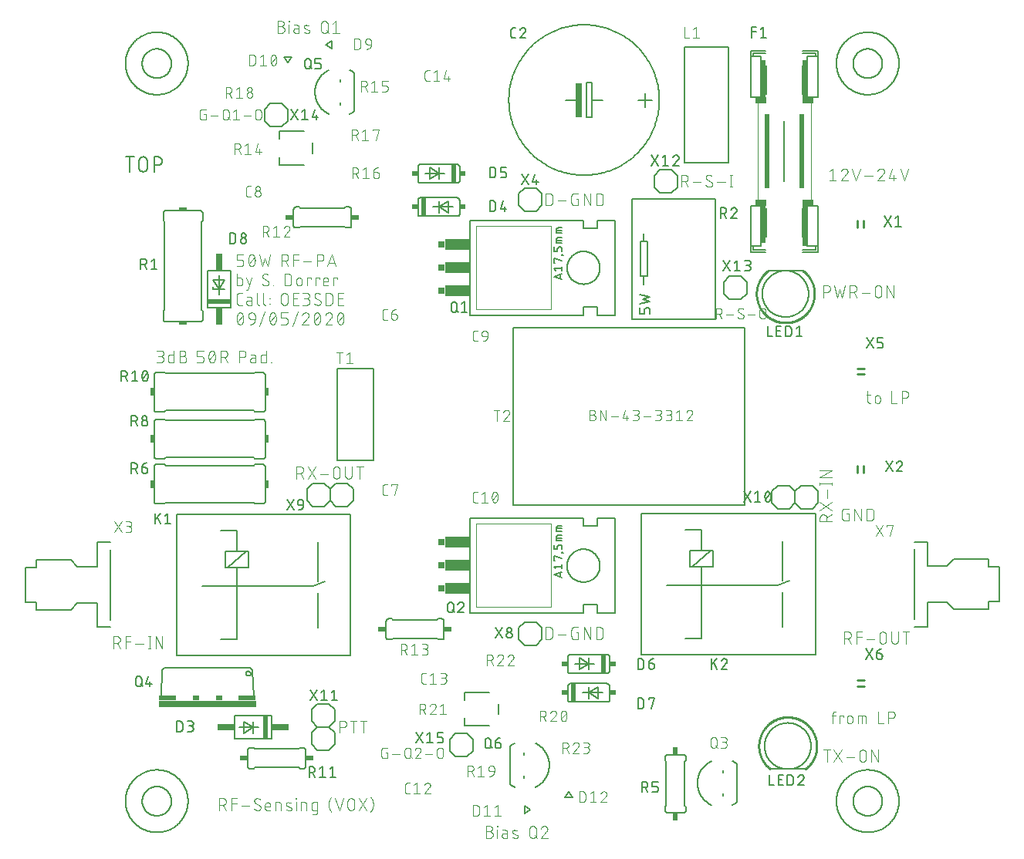
<source format=gbr>
G04 EAGLE Gerber RS-274X export*
G75*
%MOMM*%
%FSLAX34Y34*%
%LPD*%
%INSilkscreen Top*%
%IPPOS*%
%AMOC8*
5,1,8,0,0,1.08239X$1,22.5*%
G01*
%ADD10C,0.101600*%
%ADD11C,0.152400*%
%ADD12R,0.635000X3.810000*%
%ADD13C,0.127000*%
%ADD14R,0.508000X2.032000*%
%ADD15R,0.635000X0.508000*%
%ADD16C,0.203200*%
%ADD17C,0.254000*%
%ADD18R,0.508000X2.540000*%
%ADD19R,1.905000X0.762000*%
%ADD20C,0.050800*%
%ADD21R,1.143000X0.635000*%
%ADD22R,0.508000X4.445000*%
%ADD23R,0.508000X8.128000*%
%ADD24R,0.127000X3.175000*%
%ADD25R,0.508000X4.064000*%
%ADD26R,0.635000X0.762000*%
%ADD27R,2.794000X1.270000*%
%ADD28R,0.863600X0.609600*%
%ADD29R,0.406400X0.812800*%
%ADD30R,0.609600X0.863600*%
%ADD31R,10.668000X0.762000*%
%ADD32R,1.905000X0.508000*%
%ADD33R,0.762000X0.508000*%
%ADD34R,2.540000X0.508000*%
%ADD35R,0.762000X1.905000*%
%ADD36R,0.812800X0.406400*%


D10*
X50038Y531368D02*
X53707Y531368D01*
X53827Y531370D01*
X53947Y531376D01*
X54067Y531386D01*
X54186Y531399D01*
X54305Y531417D01*
X54423Y531438D01*
X54540Y531464D01*
X54657Y531493D01*
X54772Y531526D01*
X54886Y531563D01*
X54999Y531603D01*
X55111Y531647D01*
X55221Y531695D01*
X55330Y531746D01*
X55437Y531801D01*
X55542Y531860D01*
X55644Y531921D01*
X55745Y531986D01*
X55844Y532055D01*
X55941Y532126D01*
X56035Y532201D01*
X56126Y532278D01*
X56215Y532359D01*
X56301Y532443D01*
X56385Y532529D01*
X56466Y532618D01*
X56543Y532709D01*
X56618Y532803D01*
X56689Y532900D01*
X56758Y532999D01*
X56823Y533100D01*
X56884Y533203D01*
X56943Y533307D01*
X56998Y533414D01*
X57049Y533523D01*
X57097Y533633D01*
X57141Y533745D01*
X57181Y533858D01*
X57218Y533972D01*
X57251Y534087D01*
X57280Y534204D01*
X57306Y534321D01*
X57327Y534439D01*
X57345Y534558D01*
X57358Y534677D01*
X57368Y534797D01*
X57374Y534917D01*
X57376Y535037D01*
X57374Y535157D01*
X57368Y535277D01*
X57358Y535397D01*
X57345Y535516D01*
X57327Y535635D01*
X57306Y535753D01*
X57280Y535870D01*
X57251Y535987D01*
X57218Y536102D01*
X57181Y536216D01*
X57141Y536329D01*
X57097Y536441D01*
X57049Y536551D01*
X56998Y536660D01*
X56943Y536767D01*
X56884Y536872D01*
X56823Y536974D01*
X56758Y537075D01*
X56689Y537174D01*
X56618Y537271D01*
X56543Y537365D01*
X56466Y537456D01*
X56385Y537545D01*
X56301Y537631D01*
X56215Y537715D01*
X56126Y537796D01*
X56035Y537873D01*
X55941Y537948D01*
X55844Y538019D01*
X55745Y538088D01*
X55644Y538153D01*
X55541Y538214D01*
X55437Y538273D01*
X55330Y538328D01*
X55221Y538379D01*
X55111Y538427D01*
X54999Y538471D01*
X54886Y538511D01*
X54772Y538548D01*
X54657Y538581D01*
X54540Y538610D01*
X54423Y538636D01*
X54305Y538657D01*
X54186Y538675D01*
X54067Y538688D01*
X53947Y538698D01*
X53827Y538704D01*
X53707Y538706D01*
X54441Y544576D02*
X50038Y544576D01*
X54441Y544576D02*
X54548Y544574D01*
X54655Y544568D01*
X54762Y544558D01*
X54868Y544545D01*
X54974Y544527D01*
X55079Y544506D01*
X55183Y544481D01*
X55287Y544452D01*
X55389Y544419D01*
X55489Y544382D01*
X55589Y544342D01*
X55687Y544298D01*
X55783Y544251D01*
X55877Y544200D01*
X55970Y544146D01*
X56060Y544089D01*
X56149Y544028D01*
X56235Y543964D01*
X56318Y543897D01*
X56400Y543827D01*
X56478Y543754D01*
X56554Y543678D01*
X56627Y543600D01*
X56697Y543518D01*
X56764Y543435D01*
X56828Y543349D01*
X56889Y543260D01*
X56946Y543170D01*
X57000Y543077D01*
X57051Y542983D01*
X57098Y542887D01*
X57142Y542789D01*
X57182Y542689D01*
X57219Y542589D01*
X57252Y542487D01*
X57281Y542383D01*
X57306Y542279D01*
X57327Y542174D01*
X57345Y542068D01*
X57358Y541962D01*
X57368Y541855D01*
X57374Y541748D01*
X57376Y541641D01*
X57374Y541534D01*
X57368Y541427D01*
X57358Y541320D01*
X57345Y541214D01*
X57327Y541108D01*
X57306Y541003D01*
X57281Y540899D01*
X57252Y540795D01*
X57219Y540693D01*
X57182Y540593D01*
X57142Y540493D01*
X57098Y540395D01*
X57051Y540299D01*
X57000Y540205D01*
X56946Y540112D01*
X56889Y540022D01*
X56828Y539933D01*
X56764Y539847D01*
X56697Y539764D01*
X56627Y539682D01*
X56554Y539604D01*
X56478Y539528D01*
X56400Y539455D01*
X56318Y539385D01*
X56235Y539318D01*
X56149Y539254D01*
X56060Y539193D01*
X55970Y539136D01*
X55877Y539082D01*
X55783Y539031D01*
X55687Y538984D01*
X55589Y538940D01*
X55489Y538900D01*
X55389Y538863D01*
X55287Y538830D01*
X55183Y538801D01*
X55079Y538776D01*
X54974Y538755D01*
X54868Y538737D01*
X54762Y538724D01*
X54655Y538714D01*
X54548Y538708D01*
X54441Y538706D01*
X51506Y538706D01*
X68528Y544576D02*
X68528Y531368D01*
X64859Y531368D01*
X64768Y531370D01*
X64677Y531376D01*
X64587Y531385D01*
X64497Y531398D01*
X64407Y531415D01*
X64319Y531435D01*
X64231Y531460D01*
X64144Y531487D01*
X64059Y531519D01*
X63975Y531553D01*
X63892Y531592D01*
X63811Y531633D01*
X63732Y531678D01*
X63655Y531726D01*
X63580Y531778D01*
X63507Y531832D01*
X63436Y531889D01*
X63368Y531950D01*
X63303Y532013D01*
X63240Y532078D01*
X63179Y532146D01*
X63122Y532217D01*
X63068Y532290D01*
X63016Y532365D01*
X62968Y532442D01*
X62923Y532521D01*
X62882Y532602D01*
X62843Y532685D01*
X62809Y532769D01*
X62777Y532854D01*
X62750Y532941D01*
X62725Y533029D01*
X62705Y533117D01*
X62688Y533207D01*
X62675Y533297D01*
X62666Y533387D01*
X62660Y533478D01*
X62658Y533569D01*
X62657Y533569D02*
X62657Y537972D01*
X62658Y537972D02*
X62660Y538063D01*
X62666Y538154D01*
X62675Y538244D01*
X62688Y538334D01*
X62705Y538424D01*
X62725Y538512D01*
X62750Y538600D01*
X62777Y538687D01*
X62809Y538772D01*
X62843Y538856D01*
X62882Y538939D01*
X62923Y539020D01*
X62968Y539099D01*
X63016Y539176D01*
X63068Y539251D01*
X63122Y539324D01*
X63179Y539395D01*
X63240Y539463D01*
X63303Y539528D01*
X63368Y539591D01*
X63436Y539652D01*
X63507Y539709D01*
X63580Y539763D01*
X63655Y539815D01*
X63732Y539863D01*
X63811Y539908D01*
X63892Y539949D01*
X63975Y539988D01*
X64059Y540022D01*
X64144Y540054D01*
X64231Y540081D01*
X64319Y540106D01*
X64407Y540126D01*
X64497Y540143D01*
X64587Y540156D01*
X64677Y540165D01*
X64768Y540171D01*
X64859Y540173D01*
X68528Y540173D01*
X74967Y538706D02*
X78636Y538706D01*
X78756Y538704D01*
X78876Y538698D01*
X78996Y538688D01*
X79115Y538675D01*
X79234Y538657D01*
X79352Y538636D01*
X79469Y538610D01*
X79586Y538581D01*
X79701Y538548D01*
X79815Y538511D01*
X79928Y538471D01*
X80040Y538427D01*
X80150Y538379D01*
X80259Y538328D01*
X80366Y538273D01*
X80470Y538214D01*
X80573Y538153D01*
X80674Y538088D01*
X80773Y538019D01*
X80870Y537948D01*
X80964Y537873D01*
X81055Y537796D01*
X81144Y537715D01*
X81230Y537631D01*
X81314Y537545D01*
X81395Y537456D01*
X81472Y537365D01*
X81547Y537271D01*
X81618Y537174D01*
X81687Y537075D01*
X81752Y536974D01*
X81813Y536872D01*
X81872Y536767D01*
X81927Y536660D01*
X81978Y536551D01*
X82026Y536441D01*
X82070Y536329D01*
X82110Y536216D01*
X82147Y536102D01*
X82180Y535987D01*
X82209Y535870D01*
X82235Y535753D01*
X82256Y535635D01*
X82274Y535516D01*
X82287Y535397D01*
X82297Y535277D01*
X82303Y535157D01*
X82305Y535037D01*
X82303Y534917D01*
X82297Y534797D01*
X82287Y534677D01*
X82274Y534558D01*
X82256Y534439D01*
X82235Y534321D01*
X82209Y534204D01*
X82180Y534087D01*
X82147Y533972D01*
X82110Y533858D01*
X82070Y533745D01*
X82026Y533633D01*
X81978Y533523D01*
X81927Y533414D01*
X81872Y533307D01*
X81813Y533203D01*
X81752Y533100D01*
X81687Y532999D01*
X81618Y532900D01*
X81547Y532803D01*
X81472Y532709D01*
X81395Y532618D01*
X81314Y532529D01*
X81230Y532443D01*
X81144Y532359D01*
X81055Y532278D01*
X80964Y532201D01*
X80870Y532126D01*
X80773Y532055D01*
X80674Y531986D01*
X80573Y531921D01*
X80471Y531860D01*
X80366Y531801D01*
X80259Y531746D01*
X80150Y531695D01*
X80040Y531647D01*
X79928Y531603D01*
X79815Y531563D01*
X79701Y531526D01*
X79586Y531493D01*
X79469Y531464D01*
X79352Y531438D01*
X79234Y531417D01*
X79115Y531399D01*
X78996Y531386D01*
X78876Y531376D01*
X78756Y531370D01*
X78636Y531368D01*
X74967Y531368D01*
X74967Y544576D01*
X78636Y544576D01*
X78743Y544574D01*
X78850Y544568D01*
X78957Y544558D01*
X79063Y544545D01*
X79169Y544527D01*
X79274Y544506D01*
X79378Y544481D01*
X79482Y544452D01*
X79584Y544419D01*
X79684Y544382D01*
X79784Y544342D01*
X79882Y544298D01*
X79978Y544251D01*
X80072Y544200D01*
X80165Y544146D01*
X80255Y544089D01*
X80344Y544028D01*
X80430Y543964D01*
X80513Y543897D01*
X80595Y543827D01*
X80673Y543754D01*
X80749Y543678D01*
X80822Y543600D01*
X80892Y543518D01*
X80959Y543435D01*
X81023Y543349D01*
X81084Y543260D01*
X81141Y543170D01*
X81195Y543077D01*
X81246Y542983D01*
X81293Y542887D01*
X81337Y542789D01*
X81377Y542689D01*
X81414Y542589D01*
X81447Y542487D01*
X81476Y542383D01*
X81501Y542279D01*
X81522Y542174D01*
X81540Y542068D01*
X81553Y541962D01*
X81563Y541855D01*
X81569Y541748D01*
X81571Y541641D01*
X81569Y541534D01*
X81563Y541427D01*
X81553Y541320D01*
X81540Y541214D01*
X81522Y541108D01*
X81501Y541003D01*
X81476Y540899D01*
X81447Y540795D01*
X81414Y540693D01*
X81377Y540593D01*
X81337Y540493D01*
X81293Y540395D01*
X81246Y540299D01*
X81195Y540205D01*
X81141Y540112D01*
X81084Y540022D01*
X81023Y539933D01*
X80959Y539847D01*
X80892Y539764D01*
X80822Y539682D01*
X80749Y539604D01*
X80673Y539528D01*
X80595Y539455D01*
X80513Y539385D01*
X80430Y539318D01*
X80344Y539254D01*
X80255Y539193D01*
X80165Y539136D01*
X80072Y539082D01*
X79978Y539031D01*
X79882Y538984D01*
X79784Y538940D01*
X79684Y538900D01*
X79584Y538863D01*
X79482Y538830D01*
X79378Y538801D01*
X79274Y538776D01*
X79169Y538755D01*
X79063Y538737D01*
X78957Y538724D01*
X78850Y538714D01*
X78743Y538708D01*
X78636Y538706D01*
X93990Y531368D02*
X98393Y531368D01*
X98500Y531370D01*
X98607Y531376D01*
X98714Y531386D01*
X98820Y531399D01*
X98926Y531417D01*
X99031Y531438D01*
X99135Y531463D01*
X99239Y531492D01*
X99341Y531525D01*
X99441Y531562D01*
X99541Y531602D01*
X99639Y531646D01*
X99735Y531693D01*
X99829Y531744D01*
X99922Y531798D01*
X100012Y531855D01*
X100101Y531916D01*
X100187Y531980D01*
X100270Y532047D01*
X100352Y532117D01*
X100430Y532190D01*
X100506Y532266D01*
X100579Y532344D01*
X100649Y532426D01*
X100716Y532509D01*
X100780Y532595D01*
X100841Y532684D01*
X100898Y532774D01*
X100952Y532867D01*
X101003Y532961D01*
X101051Y533057D01*
X101094Y533155D01*
X101134Y533255D01*
X101171Y533355D01*
X101204Y533457D01*
X101233Y533561D01*
X101258Y533665D01*
X101279Y533770D01*
X101297Y533876D01*
X101310Y533982D01*
X101320Y534089D01*
X101326Y534196D01*
X101328Y534303D01*
X101328Y535771D01*
X101326Y535878D01*
X101320Y535985D01*
X101310Y536092D01*
X101297Y536198D01*
X101279Y536304D01*
X101258Y536409D01*
X101233Y536513D01*
X101204Y536617D01*
X101171Y536719D01*
X101134Y536819D01*
X101094Y536919D01*
X101050Y537017D01*
X101003Y537113D01*
X100952Y537207D01*
X100898Y537300D01*
X100841Y537390D01*
X100780Y537479D01*
X100716Y537565D01*
X100649Y537648D01*
X100579Y537730D01*
X100506Y537808D01*
X100430Y537884D01*
X100352Y537957D01*
X100270Y538027D01*
X100187Y538094D01*
X100101Y538158D01*
X100012Y538219D01*
X99922Y538276D01*
X99829Y538330D01*
X99735Y538381D01*
X99639Y538428D01*
X99541Y538472D01*
X99441Y538512D01*
X99341Y538549D01*
X99239Y538582D01*
X99135Y538611D01*
X99031Y538636D01*
X98926Y538657D01*
X98820Y538675D01*
X98714Y538688D01*
X98607Y538698D01*
X98500Y538704D01*
X98393Y538706D01*
X93990Y538706D01*
X93990Y544576D01*
X101328Y544576D01*
X107893Y542741D02*
X107782Y542507D01*
X107676Y542269D01*
X107576Y542029D01*
X107482Y541787D01*
X107394Y541542D01*
X107312Y541296D01*
X107236Y541048D01*
X107165Y540798D01*
X107101Y540546D01*
X107042Y540293D01*
X106990Y540038D01*
X106944Y539782D01*
X106903Y539526D01*
X106869Y539268D01*
X106842Y539010D01*
X106820Y538751D01*
X106804Y538491D01*
X106795Y538232D01*
X106792Y537972D01*
X107893Y542742D02*
X107928Y542837D01*
X107966Y542932D01*
X108008Y543025D01*
X108054Y543116D01*
X108103Y543206D01*
X108155Y543294D01*
X108210Y543379D01*
X108269Y543463D01*
X108331Y543544D01*
X108395Y543623D01*
X108463Y543699D01*
X108534Y543773D01*
X108607Y543844D01*
X108683Y543912D01*
X108761Y543978D01*
X108842Y544040D01*
X108925Y544100D01*
X109010Y544156D01*
X109097Y544209D01*
X109186Y544258D01*
X109277Y544304D01*
X109370Y544347D01*
X109464Y544386D01*
X109560Y544422D01*
X109657Y544454D01*
X109755Y544483D01*
X109854Y544507D01*
X109954Y544528D01*
X110054Y544545D01*
X110155Y544559D01*
X110257Y544568D01*
X110359Y544574D01*
X110461Y544576D01*
X110563Y544574D01*
X110665Y544568D01*
X110767Y544559D01*
X110868Y544545D01*
X110968Y544528D01*
X111068Y544507D01*
X111167Y544483D01*
X111265Y544454D01*
X111362Y544422D01*
X111458Y544386D01*
X111552Y544347D01*
X111645Y544304D01*
X111736Y544258D01*
X111825Y544209D01*
X111912Y544156D01*
X111997Y544100D01*
X112080Y544040D01*
X112161Y543978D01*
X112239Y543912D01*
X112315Y543844D01*
X112388Y543773D01*
X112459Y543699D01*
X112527Y543623D01*
X112591Y543544D01*
X112653Y543463D01*
X112712Y543379D01*
X112767Y543294D01*
X112819Y543206D01*
X112868Y543116D01*
X112914Y543025D01*
X112956Y542932D01*
X112994Y542837D01*
X113029Y542742D01*
X113028Y542741D02*
X113139Y542506D01*
X113245Y542269D01*
X113345Y542029D01*
X113439Y541787D01*
X113527Y541542D01*
X113609Y541296D01*
X113685Y541048D01*
X113756Y540797D01*
X113820Y540546D01*
X113879Y540293D01*
X113931Y540038D01*
X113977Y539782D01*
X114018Y539526D01*
X114052Y539268D01*
X114079Y539010D01*
X114101Y538751D01*
X114117Y538491D01*
X114126Y538232D01*
X114129Y537972D01*
X106792Y537972D02*
X106795Y537712D01*
X106804Y537453D01*
X106820Y537193D01*
X106842Y536934D01*
X106869Y536676D01*
X106903Y536418D01*
X106944Y536162D01*
X106990Y535906D01*
X107042Y535651D01*
X107101Y535398D01*
X107165Y535147D01*
X107236Y534896D01*
X107312Y534648D01*
X107394Y534402D01*
X107482Y534157D01*
X107576Y533915D01*
X107676Y533675D01*
X107782Y533438D01*
X107893Y533203D01*
X107893Y533202D02*
X107928Y533107D01*
X107966Y533012D01*
X108008Y532919D01*
X108054Y532828D01*
X108103Y532738D01*
X108155Y532650D01*
X108210Y532565D01*
X108269Y532481D01*
X108331Y532400D01*
X108395Y532321D01*
X108463Y532245D01*
X108534Y532171D01*
X108607Y532100D01*
X108683Y532032D01*
X108761Y531966D01*
X108842Y531904D01*
X108925Y531844D01*
X109010Y531788D01*
X109097Y531735D01*
X109186Y531686D01*
X109277Y531640D01*
X109370Y531597D01*
X109464Y531558D01*
X109560Y531522D01*
X109657Y531490D01*
X109755Y531461D01*
X109854Y531437D01*
X109954Y531416D01*
X110054Y531399D01*
X110155Y531385D01*
X110257Y531376D01*
X110359Y531370D01*
X110461Y531368D01*
X113029Y533202D02*
X113140Y533437D01*
X113246Y533675D01*
X113346Y533915D01*
X113440Y534157D01*
X113528Y534401D01*
X113610Y534648D01*
X113686Y534896D01*
X113757Y535146D01*
X113821Y535398D01*
X113880Y535651D01*
X113932Y535906D01*
X113978Y536161D01*
X114019Y536418D01*
X114053Y536676D01*
X114080Y536934D01*
X114102Y537193D01*
X114118Y537452D01*
X114127Y537712D01*
X114130Y537972D01*
X113029Y533202D02*
X112994Y533107D01*
X112956Y533012D01*
X112914Y532919D01*
X112868Y532828D01*
X112819Y532738D01*
X112767Y532650D01*
X112712Y532565D01*
X112653Y532481D01*
X112591Y532400D01*
X112527Y532321D01*
X112459Y532245D01*
X112388Y532171D01*
X112315Y532100D01*
X112239Y532032D01*
X112161Y531966D01*
X112080Y531904D01*
X111997Y531844D01*
X111912Y531788D01*
X111825Y531735D01*
X111736Y531686D01*
X111645Y531640D01*
X111552Y531597D01*
X111458Y531558D01*
X111362Y531522D01*
X111265Y531490D01*
X111167Y531461D01*
X111068Y531437D01*
X110968Y531416D01*
X110868Y531399D01*
X110767Y531385D01*
X110665Y531376D01*
X110563Y531370D01*
X110461Y531368D01*
X107525Y534303D02*
X113396Y541641D01*
X120098Y544576D02*
X120098Y531368D01*
X120098Y544576D02*
X123767Y544576D01*
X123887Y544574D01*
X124007Y544568D01*
X124127Y544558D01*
X124246Y544545D01*
X124365Y544527D01*
X124483Y544506D01*
X124600Y544480D01*
X124717Y544451D01*
X124832Y544418D01*
X124946Y544381D01*
X125059Y544341D01*
X125171Y544297D01*
X125281Y544249D01*
X125390Y544198D01*
X125497Y544143D01*
X125601Y544084D01*
X125704Y544023D01*
X125805Y543958D01*
X125904Y543889D01*
X126001Y543818D01*
X126095Y543743D01*
X126186Y543666D01*
X126275Y543585D01*
X126361Y543501D01*
X126445Y543415D01*
X126526Y543326D01*
X126603Y543235D01*
X126678Y543141D01*
X126749Y543044D01*
X126818Y542945D01*
X126883Y542844D01*
X126944Y542742D01*
X127003Y542637D01*
X127058Y542530D01*
X127109Y542421D01*
X127157Y542311D01*
X127201Y542199D01*
X127241Y542086D01*
X127278Y541972D01*
X127311Y541857D01*
X127340Y541740D01*
X127366Y541623D01*
X127387Y541505D01*
X127405Y541386D01*
X127418Y541267D01*
X127428Y541147D01*
X127434Y541027D01*
X127436Y540907D01*
X127434Y540787D01*
X127428Y540667D01*
X127418Y540547D01*
X127405Y540428D01*
X127387Y540309D01*
X127366Y540191D01*
X127340Y540074D01*
X127311Y539957D01*
X127278Y539842D01*
X127241Y539728D01*
X127201Y539615D01*
X127157Y539503D01*
X127109Y539393D01*
X127058Y539284D01*
X127003Y539177D01*
X126944Y539073D01*
X126883Y538970D01*
X126818Y538869D01*
X126749Y538770D01*
X126678Y538673D01*
X126603Y538579D01*
X126526Y538488D01*
X126445Y538399D01*
X126361Y538313D01*
X126275Y538229D01*
X126186Y538148D01*
X126095Y538071D01*
X126001Y537996D01*
X125904Y537925D01*
X125805Y537856D01*
X125704Y537791D01*
X125602Y537730D01*
X125497Y537671D01*
X125390Y537616D01*
X125281Y537565D01*
X125171Y537517D01*
X125059Y537473D01*
X124946Y537433D01*
X124832Y537396D01*
X124717Y537363D01*
X124600Y537334D01*
X124483Y537308D01*
X124365Y537287D01*
X124246Y537269D01*
X124127Y537256D01*
X124007Y537246D01*
X123887Y537240D01*
X123767Y537238D01*
X120098Y537238D01*
X124501Y537238D02*
X127436Y531368D01*
X140255Y531368D02*
X140255Y544576D01*
X143924Y544576D01*
X144044Y544574D01*
X144164Y544568D01*
X144284Y544558D01*
X144403Y544545D01*
X144522Y544527D01*
X144640Y544506D01*
X144757Y544480D01*
X144874Y544451D01*
X144989Y544418D01*
X145103Y544381D01*
X145216Y544341D01*
X145328Y544297D01*
X145438Y544249D01*
X145547Y544198D01*
X145654Y544143D01*
X145758Y544084D01*
X145861Y544023D01*
X145962Y543958D01*
X146061Y543889D01*
X146158Y543818D01*
X146252Y543743D01*
X146343Y543666D01*
X146432Y543585D01*
X146518Y543501D01*
X146602Y543415D01*
X146683Y543326D01*
X146760Y543235D01*
X146835Y543141D01*
X146906Y543044D01*
X146975Y542945D01*
X147040Y542844D01*
X147101Y542742D01*
X147160Y542637D01*
X147215Y542530D01*
X147266Y542421D01*
X147314Y542311D01*
X147358Y542199D01*
X147398Y542086D01*
X147435Y541972D01*
X147468Y541857D01*
X147497Y541740D01*
X147523Y541623D01*
X147544Y541505D01*
X147562Y541386D01*
X147575Y541267D01*
X147585Y541147D01*
X147591Y541027D01*
X147593Y540907D01*
X147591Y540787D01*
X147585Y540667D01*
X147575Y540547D01*
X147562Y540428D01*
X147544Y540309D01*
X147523Y540191D01*
X147497Y540074D01*
X147468Y539957D01*
X147435Y539842D01*
X147398Y539728D01*
X147358Y539615D01*
X147314Y539503D01*
X147266Y539393D01*
X147215Y539284D01*
X147160Y539177D01*
X147101Y539073D01*
X147040Y538970D01*
X146975Y538869D01*
X146906Y538770D01*
X146835Y538673D01*
X146760Y538579D01*
X146683Y538488D01*
X146602Y538399D01*
X146518Y538313D01*
X146432Y538229D01*
X146343Y538148D01*
X146252Y538071D01*
X146158Y537996D01*
X146061Y537925D01*
X145962Y537856D01*
X145861Y537791D01*
X145759Y537730D01*
X145654Y537671D01*
X145547Y537616D01*
X145438Y537565D01*
X145328Y537517D01*
X145216Y537473D01*
X145103Y537433D01*
X144989Y537396D01*
X144874Y537363D01*
X144757Y537334D01*
X144640Y537308D01*
X144522Y537287D01*
X144403Y537269D01*
X144284Y537256D01*
X144164Y537246D01*
X144044Y537240D01*
X143924Y537238D01*
X140255Y537238D01*
X154837Y536504D02*
X158139Y536504D01*
X154837Y536504D02*
X154737Y536502D01*
X154638Y536496D01*
X154539Y536487D01*
X154440Y536473D01*
X154342Y536456D01*
X154245Y536435D01*
X154148Y536410D01*
X154053Y536381D01*
X153959Y536349D01*
X153866Y536313D01*
X153774Y536274D01*
X153684Y536231D01*
X153596Y536184D01*
X153510Y536135D01*
X153426Y536082D01*
X153344Y536025D01*
X153264Y535966D01*
X153186Y535903D01*
X153111Y535838D01*
X153039Y535769D01*
X152969Y535698D01*
X152902Y535625D01*
X152838Y535548D01*
X152777Y535470D01*
X152719Y535388D01*
X152665Y535305D01*
X152613Y535220D01*
X152565Y535133D01*
X152520Y535044D01*
X152479Y534953D01*
X152441Y534861D01*
X152407Y534767D01*
X152377Y534673D01*
X152350Y534577D01*
X152327Y534480D01*
X152308Y534382D01*
X152293Y534284D01*
X152281Y534185D01*
X152273Y534085D01*
X152269Y533986D01*
X152269Y533886D01*
X152273Y533787D01*
X152281Y533687D01*
X152293Y533588D01*
X152308Y533490D01*
X152327Y533392D01*
X152350Y533295D01*
X152377Y533199D01*
X152407Y533105D01*
X152441Y533011D01*
X152479Y532919D01*
X152520Y532828D01*
X152565Y532739D01*
X152613Y532652D01*
X152665Y532567D01*
X152719Y532484D01*
X152777Y532402D01*
X152838Y532324D01*
X152902Y532247D01*
X152969Y532174D01*
X153039Y532103D01*
X153111Y532034D01*
X153186Y531969D01*
X153264Y531906D01*
X153344Y531847D01*
X153426Y531790D01*
X153510Y531737D01*
X153596Y531688D01*
X153684Y531641D01*
X153774Y531598D01*
X153866Y531559D01*
X153959Y531523D01*
X154053Y531491D01*
X154148Y531462D01*
X154245Y531437D01*
X154342Y531416D01*
X154440Y531399D01*
X154539Y531385D01*
X154638Y531376D01*
X154737Y531370D01*
X154837Y531368D01*
X158139Y531368D01*
X158139Y537972D01*
X158138Y537972D02*
X158136Y538063D01*
X158130Y538154D01*
X158121Y538244D01*
X158108Y538334D01*
X158091Y538424D01*
X158071Y538512D01*
X158046Y538600D01*
X158019Y538687D01*
X157987Y538772D01*
X157953Y538856D01*
X157914Y538939D01*
X157873Y539020D01*
X157828Y539099D01*
X157780Y539176D01*
X157728Y539251D01*
X157674Y539324D01*
X157617Y539395D01*
X157556Y539463D01*
X157493Y539528D01*
X157428Y539591D01*
X157360Y539652D01*
X157289Y539709D01*
X157216Y539763D01*
X157141Y539815D01*
X157064Y539863D01*
X156985Y539908D01*
X156904Y539949D01*
X156821Y539988D01*
X156737Y540022D01*
X156652Y540054D01*
X156565Y540081D01*
X156477Y540106D01*
X156389Y540126D01*
X156299Y540143D01*
X156209Y540156D01*
X156119Y540165D01*
X156028Y540171D01*
X155937Y540173D01*
X153002Y540173D01*
X169660Y544576D02*
X169660Y531368D01*
X165991Y531368D01*
X165900Y531370D01*
X165809Y531376D01*
X165719Y531385D01*
X165629Y531398D01*
X165539Y531415D01*
X165451Y531435D01*
X165363Y531460D01*
X165276Y531487D01*
X165191Y531519D01*
X165107Y531553D01*
X165024Y531592D01*
X164943Y531633D01*
X164864Y531678D01*
X164787Y531726D01*
X164712Y531778D01*
X164639Y531832D01*
X164568Y531889D01*
X164500Y531950D01*
X164435Y532013D01*
X164372Y532078D01*
X164311Y532146D01*
X164254Y532217D01*
X164200Y532290D01*
X164148Y532365D01*
X164100Y532442D01*
X164055Y532521D01*
X164014Y532602D01*
X163975Y532685D01*
X163941Y532769D01*
X163909Y532854D01*
X163882Y532941D01*
X163857Y533029D01*
X163837Y533117D01*
X163820Y533207D01*
X163807Y533297D01*
X163798Y533387D01*
X163792Y533478D01*
X163790Y533569D01*
X163790Y537972D01*
X163792Y538063D01*
X163798Y538154D01*
X163807Y538244D01*
X163820Y538334D01*
X163837Y538424D01*
X163857Y538512D01*
X163882Y538600D01*
X163909Y538687D01*
X163941Y538772D01*
X163975Y538856D01*
X164014Y538939D01*
X164055Y539020D01*
X164100Y539099D01*
X164148Y539176D01*
X164200Y539251D01*
X164254Y539324D01*
X164311Y539395D01*
X164372Y539463D01*
X164435Y539528D01*
X164500Y539591D01*
X164568Y539652D01*
X164639Y539709D01*
X164712Y539763D01*
X164787Y539815D01*
X164864Y539863D01*
X164943Y539908D01*
X165024Y539949D01*
X165107Y539988D01*
X165191Y540022D01*
X165276Y540054D01*
X165363Y540081D01*
X165451Y540106D01*
X165539Y540126D01*
X165629Y540143D01*
X165719Y540156D01*
X165809Y540165D01*
X165900Y540171D01*
X165991Y540173D01*
X169660Y540173D01*
X174955Y532102D02*
X174955Y531368D01*
X174955Y532102D02*
X175689Y532102D01*
X175689Y531368D01*
X174955Y531368D01*
X2413Y230886D02*
X2413Y217678D01*
X2413Y230886D02*
X6082Y230886D01*
X6202Y230884D01*
X6322Y230878D01*
X6442Y230868D01*
X6561Y230855D01*
X6680Y230837D01*
X6798Y230816D01*
X6915Y230790D01*
X7032Y230761D01*
X7147Y230728D01*
X7261Y230691D01*
X7374Y230651D01*
X7486Y230607D01*
X7596Y230559D01*
X7705Y230508D01*
X7812Y230453D01*
X7916Y230394D01*
X8019Y230333D01*
X8120Y230268D01*
X8219Y230199D01*
X8316Y230128D01*
X8410Y230053D01*
X8501Y229976D01*
X8590Y229895D01*
X8676Y229811D01*
X8760Y229725D01*
X8841Y229636D01*
X8918Y229545D01*
X8993Y229451D01*
X9064Y229354D01*
X9133Y229255D01*
X9198Y229154D01*
X9259Y229052D01*
X9318Y228947D01*
X9373Y228840D01*
X9424Y228731D01*
X9472Y228621D01*
X9516Y228509D01*
X9556Y228396D01*
X9593Y228282D01*
X9626Y228167D01*
X9655Y228050D01*
X9681Y227933D01*
X9702Y227815D01*
X9720Y227696D01*
X9733Y227577D01*
X9743Y227457D01*
X9749Y227337D01*
X9751Y227217D01*
X9749Y227097D01*
X9743Y226977D01*
X9733Y226857D01*
X9720Y226738D01*
X9702Y226619D01*
X9681Y226501D01*
X9655Y226384D01*
X9626Y226267D01*
X9593Y226152D01*
X9556Y226038D01*
X9516Y225925D01*
X9472Y225813D01*
X9424Y225703D01*
X9373Y225594D01*
X9318Y225487D01*
X9259Y225383D01*
X9198Y225280D01*
X9133Y225179D01*
X9064Y225080D01*
X8993Y224983D01*
X8918Y224889D01*
X8841Y224798D01*
X8760Y224709D01*
X8676Y224623D01*
X8590Y224539D01*
X8501Y224458D01*
X8410Y224381D01*
X8316Y224306D01*
X8219Y224235D01*
X8120Y224166D01*
X8019Y224101D01*
X7917Y224040D01*
X7812Y223981D01*
X7705Y223926D01*
X7596Y223875D01*
X7486Y223827D01*
X7374Y223783D01*
X7261Y223743D01*
X7147Y223706D01*
X7032Y223673D01*
X6915Y223644D01*
X6798Y223618D01*
X6680Y223597D01*
X6561Y223579D01*
X6442Y223566D01*
X6322Y223556D01*
X6202Y223550D01*
X6082Y223548D01*
X2413Y223548D01*
X6816Y223548D02*
X9751Y217678D01*
X15587Y217678D02*
X15587Y230886D01*
X21457Y230886D01*
X21457Y225016D02*
X15587Y225016D01*
X26351Y222814D02*
X35156Y222814D01*
X41848Y217678D02*
X41848Y230886D01*
X40381Y217678D02*
X43316Y217678D01*
X43316Y230886D02*
X40381Y230886D01*
X48847Y230886D02*
X48847Y217678D01*
X56185Y217678D02*
X48847Y230886D01*
X56185Y230886D02*
X56185Y217678D01*
X804418Y222758D02*
X804418Y235966D01*
X808087Y235966D01*
X808207Y235964D01*
X808327Y235958D01*
X808447Y235948D01*
X808566Y235935D01*
X808685Y235917D01*
X808803Y235896D01*
X808920Y235870D01*
X809037Y235841D01*
X809152Y235808D01*
X809266Y235771D01*
X809379Y235731D01*
X809491Y235687D01*
X809601Y235639D01*
X809710Y235588D01*
X809817Y235533D01*
X809922Y235474D01*
X810024Y235413D01*
X810125Y235348D01*
X810224Y235279D01*
X810321Y235208D01*
X810415Y235133D01*
X810506Y235056D01*
X810595Y234975D01*
X810681Y234891D01*
X810765Y234805D01*
X810846Y234716D01*
X810923Y234625D01*
X810998Y234531D01*
X811069Y234434D01*
X811138Y234335D01*
X811203Y234234D01*
X811264Y234132D01*
X811323Y234027D01*
X811378Y233920D01*
X811429Y233811D01*
X811477Y233701D01*
X811521Y233589D01*
X811561Y233476D01*
X811598Y233362D01*
X811631Y233247D01*
X811660Y233130D01*
X811686Y233013D01*
X811707Y232895D01*
X811725Y232776D01*
X811738Y232657D01*
X811748Y232537D01*
X811754Y232417D01*
X811756Y232297D01*
X811754Y232177D01*
X811748Y232057D01*
X811738Y231937D01*
X811725Y231818D01*
X811707Y231699D01*
X811686Y231581D01*
X811660Y231464D01*
X811631Y231347D01*
X811598Y231232D01*
X811561Y231118D01*
X811521Y231005D01*
X811477Y230893D01*
X811429Y230783D01*
X811378Y230674D01*
X811323Y230567D01*
X811264Y230463D01*
X811203Y230360D01*
X811138Y230259D01*
X811069Y230160D01*
X810998Y230063D01*
X810923Y229969D01*
X810846Y229878D01*
X810765Y229789D01*
X810681Y229703D01*
X810595Y229619D01*
X810506Y229538D01*
X810415Y229461D01*
X810321Y229386D01*
X810224Y229315D01*
X810125Y229246D01*
X810024Y229181D01*
X809922Y229120D01*
X809817Y229061D01*
X809710Y229006D01*
X809601Y228955D01*
X809491Y228907D01*
X809379Y228863D01*
X809266Y228823D01*
X809152Y228786D01*
X809037Y228753D01*
X808920Y228724D01*
X808803Y228698D01*
X808685Y228677D01*
X808566Y228659D01*
X808447Y228646D01*
X808327Y228636D01*
X808207Y228630D01*
X808087Y228628D01*
X804418Y228628D01*
X808821Y228628D02*
X811756Y222758D01*
X817592Y222758D02*
X817592Y235966D01*
X823462Y235966D01*
X823462Y230096D02*
X817592Y230096D01*
X828356Y227894D02*
X837161Y227894D01*
X842745Y226427D02*
X842745Y232297D01*
X842747Y232417D01*
X842753Y232537D01*
X842763Y232657D01*
X842776Y232776D01*
X842794Y232895D01*
X842815Y233013D01*
X842841Y233130D01*
X842870Y233247D01*
X842903Y233362D01*
X842940Y233476D01*
X842980Y233589D01*
X843024Y233701D01*
X843072Y233811D01*
X843123Y233920D01*
X843178Y234027D01*
X843237Y234132D01*
X843298Y234234D01*
X843363Y234335D01*
X843432Y234434D01*
X843503Y234531D01*
X843578Y234625D01*
X843655Y234716D01*
X843736Y234805D01*
X843820Y234891D01*
X843906Y234975D01*
X843995Y235056D01*
X844086Y235133D01*
X844180Y235208D01*
X844277Y235279D01*
X844376Y235348D01*
X844477Y235413D01*
X844580Y235474D01*
X844684Y235533D01*
X844791Y235588D01*
X844900Y235639D01*
X845010Y235687D01*
X845122Y235731D01*
X845235Y235771D01*
X845349Y235808D01*
X845464Y235841D01*
X845581Y235870D01*
X845698Y235896D01*
X845816Y235917D01*
X845935Y235935D01*
X846054Y235948D01*
X846174Y235958D01*
X846294Y235964D01*
X846414Y235966D01*
X846534Y235964D01*
X846654Y235958D01*
X846774Y235948D01*
X846893Y235935D01*
X847012Y235917D01*
X847130Y235896D01*
X847247Y235870D01*
X847364Y235841D01*
X847479Y235808D01*
X847593Y235771D01*
X847706Y235731D01*
X847818Y235687D01*
X847928Y235639D01*
X848037Y235588D01*
X848144Y235533D01*
X848249Y235474D01*
X848351Y235413D01*
X848452Y235348D01*
X848551Y235279D01*
X848648Y235208D01*
X848742Y235133D01*
X848833Y235056D01*
X848922Y234975D01*
X849008Y234891D01*
X849092Y234805D01*
X849173Y234716D01*
X849250Y234625D01*
X849325Y234531D01*
X849396Y234434D01*
X849465Y234335D01*
X849530Y234234D01*
X849591Y234132D01*
X849650Y234027D01*
X849705Y233920D01*
X849756Y233811D01*
X849804Y233701D01*
X849848Y233589D01*
X849888Y233476D01*
X849925Y233362D01*
X849958Y233247D01*
X849987Y233130D01*
X850013Y233013D01*
X850034Y232895D01*
X850052Y232776D01*
X850065Y232657D01*
X850075Y232537D01*
X850081Y232417D01*
X850083Y232297D01*
X850082Y232297D02*
X850082Y226427D01*
X850083Y226427D02*
X850081Y226307D01*
X850075Y226187D01*
X850065Y226067D01*
X850052Y225948D01*
X850034Y225829D01*
X850013Y225711D01*
X849987Y225594D01*
X849958Y225477D01*
X849925Y225362D01*
X849888Y225248D01*
X849848Y225135D01*
X849804Y225023D01*
X849756Y224913D01*
X849705Y224804D01*
X849650Y224697D01*
X849591Y224593D01*
X849530Y224490D01*
X849465Y224389D01*
X849396Y224290D01*
X849325Y224193D01*
X849250Y224099D01*
X849173Y224008D01*
X849092Y223919D01*
X849008Y223833D01*
X848922Y223749D01*
X848833Y223668D01*
X848742Y223591D01*
X848648Y223516D01*
X848551Y223445D01*
X848452Y223376D01*
X848351Y223311D01*
X848249Y223250D01*
X848144Y223191D01*
X848037Y223136D01*
X847928Y223085D01*
X847818Y223037D01*
X847706Y222993D01*
X847593Y222953D01*
X847479Y222916D01*
X847364Y222883D01*
X847247Y222854D01*
X847130Y222828D01*
X847012Y222807D01*
X846893Y222789D01*
X846774Y222776D01*
X846654Y222766D01*
X846534Y222760D01*
X846414Y222758D01*
X846294Y222760D01*
X846174Y222766D01*
X846054Y222776D01*
X845935Y222789D01*
X845816Y222807D01*
X845698Y222828D01*
X845581Y222854D01*
X845464Y222883D01*
X845349Y222916D01*
X845235Y222953D01*
X845122Y222993D01*
X845010Y223037D01*
X844900Y223085D01*
X844791Y223136D01*
X844684Y223191D01*
X844580Y223250D01*
X844477Y223311D01*
X844376Y223376D01*
X844277Y223445D01*
X844180Y223516D01*
X844086Y223591D01*
X843995Y223668D01*
X843906Y223749D01*
X843820Y223833D01*
X843736Y223919D01*
X843655Y224008D01*
X843578Y224099D01*
X843503Y224193D01*
X843432Y224290D01*
X843363Y224389D01*
X843298Y224490D01*
X843237Y224593D01*
X843178Y224697D01*
X843123Y224804D01*
X843072Y224913D01*
X843024Y225023D01*
X842980Y225135D01*
X842940Y225248D01*
X842903Y225362D01*
X842870Y225477D01*
X842841Y225594D01*
X842815Y225711D01*
X842794Y225829D01*
X842776Y225948D01*
X842763Y226067D01*
X842753Y226187D01*
X842747Y226307D01*
X842745Y226427D01*
X855973Y226427D02*
X855973Y235966D01*
X855973Y226427D02*
X855975Y226307D01*
X855981Y226187D01*
X855991Y226067D01*
X856004Y225948D01*
X856022Y225829D01*
X856043Y225711D01*
X856069Y225594D01*
X856098Y225477D01*
X856131Y225362D01*
X856168Y225248D01*
X856208Y225135D01*
X856252Y225023D01*
X856300Y224913D01*
X856351Y224804D01*
X856406Y224697D01*
X856465Y224593D01*
X856526Y224490D01*
X856591Y224389D01*
X856660Y224290D01*
X856731Y224193D01*
X856806Y224099D01*
X856883Y224008D01*
X856964Y223919D01*
X857048Y223833D01*
X857134Y223749D01*
X857223Y223668D01*
X857314Y223591D01*
X857408Y223516D01*
X857505Y223445D01*
X857604Y223376D01*
X857705Y223311D01*
X857808Y223250D01*
X857912Y223191D01*
X858019Y223136D01*
X858128Y223085D01*
X858238Y223037D01*
X858350Y222993D01*
X858463Y222953D01*
X858577Y222916D01*
X858692Y222883D01*
X858809Y222854D01*
X858926Y222828D01*
X859044Y222807D01*
X859163Y222789D01*
X859282Y222776D01*
X859402Y222766D01*
X859522Y222760D01*
X859642Y222758D01*
X859762Y222760D01*
X859882Y222766D01*
X860002Y222776D01*
X860121Y222789D01*
X860240Y222807D01*
X860358Y222828D01*
X860475Y222854D01*
X860592Y222883D01*
X860707Y222916D01*
X860821Y222953D01*
X860934Y222993D01*
X861046Y223037D01*
X861156Y223085D01*
X861265Y223136D01*
X861372Y223191D01*
X861477Y223250D01*
X861579Y223311D01*
X861680Y223376D01*
X861779Y223445D01*
X861876Y223516D01*
X861970Y223591D01*
X862061Y223668D01*
X862150Y223749D01*
X862236Y223833D01*
X862320Y223919D01*
X862401Y224008D01*
X862478Y224099D01*
X862553Y224193D01*
X862624Y224290D01*
X862693Y224389D01*
X862758Y224490D01*
X862819Y224593D01*
X862878Y224697D01*
X862933Y224804D01*
X862984Y224913D01*
X863032Y225023D01*
X863076Y225135D01*
X863116Y225248D01*
X863153Y225362D01*
X863186Y225477D01*
X863215Y225594D01*
X863241Y225711D01*
X863262Y225829D01*
X863280Y225948D01*
X863293Y226067D01*
X863303Y226187D01*
X863309Y226307D01*
X863311Y226427D01*
X863311Y235966D01*
X872017Y235966D02*
X872017Y222758D01*
X868348Y235966D02*
X875686Y235966D01*
X186422Y900656D02*
X182753Y900656D01*
X186422Y900656D02*
X186542Y900654D01*
X186662Y900648D01*
X186782Y900638D01*
X186901Y900625D01*
X187020Y900607D01*
X187138Y900586D01*
X187255Y900560D01*
X187372Y900531D01*
X187487Y900498D01*
X187601Y900461D01*
X187714Y900421D01*
X187826Y900377D01*
X187936Y900329D01*
X188045Y900278D01*
X188152Y900223D01*
X188256Y900164D01*
X188359Y900103D01*
X188460Y900038D01*
X188559Y899969D01*
X188656Y899898D01*
X188750Y899823D01*
X188841Y899746D01*
X188930Y899665D01*
X189016Y899581D01*
X189100Y899495D01*
X189181Y899406D01*
X189258Y899315D01*
X189333Y899221D01*
X189404Y899124D01*
X189473Y899025D01*
X189538Y898924D01*
X189599Y898822D01*
X189658Y898717D01*
X189713Y898610D01*
X189764Y898501D01*
X189812Y898391D01*
X189856Y898279D01*
X189896Y898166D01*
X189933Y898052D01*
X189966Y897937D01*
X189995Y897820D01*
X190021Y897703D01*
X190042Y897585D01*
X190060Y897466D01*
X190073Y897347D01*
X190083Y897227D01*
X190089Y897107D01*
X190091Y896987D01*
X190089Y896867D01*
X190083Y896747D01*
X190073Y896627D01*
X190060Y896508D01*
X190042Y896389D01*
X190021Y896271D01*
X189995Y896154D01*
X189966Y896037D01*
X189933Y895922D01*
X189896Y895808D01*
X189856Y895695D01*
X189812Y895583D01*
X189764Y895473D01*
X189713Y895364D01*
X189658Y895257D01*
X189599Y895153D01*
X189538Y895050D01*
X189473Y894949D01*
X189404Y894850D01*
X189333Y894753D01*
X189258Y894659D01*
X189181Y894568D01*
X189100Y894479D01*
X189016Y894393D01*
X188930Y894309D01*
X188841Y894228D01*
X188750Y894151D01*
X188656Y894076D01*
X188559Y894005D01*
X188460Y893936D01*
X188359Y893871D01*
X188257Y893810D01*
X188152Y893751D01*
X188045Y893696D01*
X187936Y893645D01*
X187826Y893597D01*
X187714Y893553D01*
X187601Y893513D01*
X187487Y893476D01*
X187372Y893443D01*
X187255Y893414D01*
X187138Y893388D01*
X187020Y893367D01*
X186901Y893349D01*
X186782Y893336D01*
X186662Y893326D01*
X186542Y893320D01*
X186422Y893318D01*
X182753Y893318D01*
X182753Y906526D01*
X186422Y906526D01*
X186529Y906524D01*
X186636Y906518D01*
X186743Y906508D01*
X186849Y906495D01*
X186955Y906477D01*
X187060Y906456D01*
X187164Y906431D01*
X187268Y906402D01*
X187370Y906369D01*
X187470Y906332D01*
X187570Y906292D01*
X187668Y906248D01*
X187764Y906201D01*
X187858Y906150D01*
X187951Y906096D01*
X188041Y906039D01*
X188130Y905978D01*
X188216Y905914D01*
X188299Y905847D01*
X188381Y905777D01*
X188459Y905704D01*
X188535Y905628D01*
X188608Y905550D01*
X188678Y905468D01*
X188745Y905385D01*
X188809Y905299D01*
X188870Y905210D01*
X188927Y905120D01*
X188981Y905027D01*
X189032Y904933D01*
X189079Y904837D01*
X189123Y904739D01*
X189163Y904639D01*
X189200Y904539D01*
X189233Y904437D01*
X189262Y904333D01*
X189287Y904229D01*
X189308Y904124D01*
X189326Y904018D01*
X189339Y903912D01*
X189349Y903805D01*
X189355Y903698D01*
X189357Y903591D01*
X189355Y903484D01*
X189349Y903377D01*
X189339Y903270D01*
X189326Y903164D01*
X189308Y903058D01*
X189287Y902953D01*
X189262Y902849D01*
X189233Y902745D01*
X189200Y902643D01*
X189163Y902543D01*
X189123Y902443D01*
X189079Y902345D01*
X189032Y902249D01*
X188981Y902155D01*
X188927Y902062D01*
X188870Y901972D01*
X188809Y901883D01*
X188745Y901797D01*
X188678Y901714D01*
X188608Y901632D01*
X188535Y901554D01*
X188459Y901478D01*
X188381Y901405D01*
X188299Y901335D01*
X188216Y901268D01*
X188130Y901204D01*
X188041Y901143D01*
X187951Y901086D01*
X187858Y901032D01*
X187764Y900981D01*
X187668Y900934D01*
X187570Y900890D01*
X187470Y900850D01*
X187370Y900813D01*
X187268Y900780D01*
X187164Y900751D01*
X187060Y900726D01*
X186955Y900705D01*
X186849Y900687D01*
X186743Y900674D01*
X186636Y900664D01*
X186529Y900658D01*
X186422Y900656D01*
X194777Y902123D02*
X194777Y893318D01*
X194410Y905792D02*
X194410Y906526D01*
X195144Y906526D01*
X195144Y905792D01*
X194410Y905792D01*
X202455Y898454D02*
X205757Y898454D01*
X202455Y898454D02*
X202355Y898452D01*
X202256Y898446D01*
X202157Y898437D01*
X202058Y898423D01*
X201960Y898406D01*
X201863Y898385D01*
X201766Y898360D01*
X201671Y898331D01*
X201577Y898299D01*
X201484Y898263D01*
X201392Y898224D01*
X201302Y898181D01*
X201214Y898134D01*
X201128Y898085D01*
X201044Y898032D01*
X200962Y897975D01*
X200882Y897916D01*
X200804Y897853D01*
X200729Y897788D01*
X200657Y897719D01*
X200587Y897648D01*
X200520Y897575D01*
X200456Y897498D01*
X200395Y897420D01*
X200337Y897338D01*
X200283Y897255D01*
X200231Y897170D01*
X200183Y897083D01*
X200138Y896994D01*
X200097Y896903D01*
X200059Y896811D01*
X200025Y896717D01*
X199995Y896623D01*
X199968Y896527D01*
X199945Y896430D01*
X199926Y896332D01*
X199911Y896234D01*
X199899Y896135D01*
X199891Y896035D01*
X199887Y895936D01*
X199887Y895836D01*
X199891Y895737D01*
X199899Y895637D01*
X199911Y895538D01*
X199926Y895440D01*
X199945Y895342D01*
X199968Y895245D01*
X199995Y895149D01*
X200025Y895055D01*
X200059Y894961D01*
X200097Y894869D01*
X200138Y894778D01*
X200183Y894689D01*
X200231Y894602D01*
X200283Y894517D01*
X200337Y894434D01*
X200395Y894352D01*
X200456Y894274D01*
X200520Y894197D01*
X200587Y894124D01*
X200657Y894053D01*
X200729Y893984D01*
X200804Y893919D01*
X200882Y893856D01*
X200962Y893797D01*
X201044Y893740D01*
X201128Y893687D01*
X201214Y893638D01*
X201302Y893591D01*
X201392Y893548D01*
X201484Y893509D01*
X201577Y893473D01*
X201671Y893441D01*
X201766Y893412D01*
X201863Y893387D01*
X201960Y893366D01*
X202058Y893349D01*
X202157Y893335D01*
X202256Y893326D01*
X202355Y893320D01*
X202455Y893318D01*
X205757Y893318D01*
X205757Y899922D01*
X205755Y900013D01*
X205749Y900104D01*
X205740Y900194D01*
X205727Y900284D01*
X205710Y900374D01*
X205690Y900462D01*
X205665Y900550D01*
X205638Y900637D01*
X205606Y900722D01*
X205572Y900806D01*
X205533Y900889D01*
X205492Y900970D01*
X205447Y901049D01*
X205399Y901126D01*
X205347Y901201D01*
X205293Y901274D01*
X205236Y901345D01*
X205175Y901413D01*
X205112Y901478D01*
X205047Y901541D01*
X204979Y901602D01*
X204908Y901659D01*
X204835Y901713D01*
X204760Y901765D01*
X204683Y901813D01*
X204604Y901858D01*
X204523Y901899D01*
X204440Y901938D01*
X204356Y901972D01*
X204271Y902004D01*
X204184Y902031D01*
X204096Y902056D01*
X204008Y902076D01*
X203918Y902093D01*
X203828Y902106D01*
X203738Y902115D01*
X203647Y902121D01*
X203556Y902123D01*
X200621Y902123D01*
X212571Y898454D02*
X216240Y896987D01*
X212571Y898454D02*
X212492Y898488D01*
X212414Y898526D01*
X212337Y898567D01*
X212263Y898611D01*
X212191Y898659D01*
X212121Y898710D01*
X212054Y898764D01*
X211989Y898821D01*
X211926Y898882D01*
X211867Y898944D01*
X211810Y899010D01*
X211757Y899078D01*
X211706Y899148D01*
X211659Y899221D01*
X211615Y899296D01*
X211575Y899372D01*
X211538Y899451D01*
X211505Y899530D01*
X211475Y899612D01*
X211449Y899694D01*
X211427Y899778D01*
X211409Y899863D01*
X211395Y899948D01*
X211384Y900034D01*
X211378Y900120D01*
X211375Y900207D01*
X211376Y900294D01*
X211382Y900380D01*
X211391Y900466D01*
X211404Y900552D01*
X211421Y900637D01*
X211442Y900721D01*
X211466Y900804D01*
X211495Y900885D01*
X211527Y900966D01*
X211562Y901045D01*
X211602Y901122D01*
X211644Y901197D01*
X211691Y901270D01*
X211740Y901342D01*
X211792Y901410D01*
X211848Y901477D01*
X211907Y901540D01*
X211968Y901601D01*
X212032Y901660D01*
X212099Y901715D01*
X212168Y901767D01*
X212240Y901816D01*
X212313Y901861D01*
X212389Y901903D01*
X212466Y901942D01*
X212545Y901977D01*
X212626Y902009D01*
X212708Y902037D01*
X212791Y902061D01*
X212875Y902081D01*
X212960Y902097D01*
X213046Y902110D01*
X213132Y902118D01*
X213219Y902123D01*
X213305Y902124D01*
X213305Y902123D02*
X213505Y902118D01*
X213705Y902108D01*
X213905Y902093D01*
X214105Y902073D01*
X214304Y902049D01*
X214502Y902019D01*
X214699Y901985D01*
X214896Y901947D01*
X215091Y901903D01*
X215286Y901855D01*
X215479Y901802D01*
X215671Y901745D01*
X215862Y901683D01*
X216051Y901616D01*
X216238Y901545D01*
X216423Y901469D01*
X216607Y901389D01*
X216241Y896987D02*
X216320Y896953D01*
X216398Y896915D01*
X216475Y896874D01*
X216549Y896830D01*
X216621Y896782D01*
X216691Y896731D01*
X216758Y896677D01*
X216823Y896620D01*
X216886Y896559D01*
X216945Y896497D01*
X217002Y896431D01*
X217055Y896363D01*
X217106Y896293D01*
X217153Y896220D01*
X217197Y896145D01*
X217237Y896069D01*
X217274Y895990D01*
X217307Y895911D01*
X217337Y895829D01*
X217363Y895747D01*
X217385Y895663D01*
X217403Y895578D01*
X217417Y895493D01*
X217428Y895407D01*
X217434Y895321D01*
X217437Y895234D01*
X217436Y895147D01*
X217430Y895061D01*
X217421Y894975D01*
X217408Y894889D01*
X217391Y894804D01*
X217370Y894720D01*
X217346Y894637D01*
X217317Y894556D01*
X217285Y894475D01*
X217250Y894396D01*
X217210Y894319D01*
X217168Y894244D01*
X217121Y894171D01*
X217072Y894099D01*
X217020Y894031D01*
X216964Y893964D01*
X216905Y893901D01*
X216844Y893840D01*
X216780Y893781D01*
X216713Y893726D01*
X216644Y893674D01*
X216572Y893625D01*
X216499Y893580D01*
X216423Y893538D01*
X216346Y893499D01*
X216267Y893464D01*
X216186Y893432D01*
X216104Y893404D01*
X216021Y893380D01*
X215937Y893360D01*
X215852Y893344D01*
X215766Y893331D01*
X215680Y893323D01*
X215593Y893318D01*
X215507Y893317D01*
X215506Y893318D02*
X215212Y893326D01*
X214918Y893341D01*
X214624Y893362D01*
X214331Y893391D01*
X214039Y893426D01*
X213748Y893469D01*
X213458Y893518D01*
X213169Y893574D01*
X212881Y893637D01*
X212595Y893706D01*
X212311Y893783D01*
X212029Y893866D01*
X211749Y893956D01*
X211470Y894052D01*
X230220Y896987D02*
X230220Y902857D01*
X230222Y902977D01*
X230228Y903097D01*
X230238Y903217D01*
X230251Y903336D01*
X230269Y903455D01*
X230290Y903573D01*
X230316Y903690D01*
X230345Y903807D01*
X230378Y903922D01*
X230415Y904036D01*
X230455Y904149D01*
X230499Y904261D01*
X230547Y904371D01*
X230598Y904480D01*
X230653Y904587D01*
X230712Y904692D01*
X230773Y904794D01*
X230838Y904895D01*
X230907Y904994D01*
X230978Y905091D01*
X231053Y905185D01*
X231130Y905276D01*
X231211Y905365D01*
X231295Y905451D01*
X231381Y905535D01*
X231470Y905616D01*
X231561Y905693D01*
X231655Y905768D01*
X231752Y905839D01*
X231851Y905908D01*
X231952Y905973D01*
X232055Y906034D01*
X232159Y906093D01*
X232266Y906148D01*
X232375Y906199D01*
X232485Y906247D01*
X232597Y906291D01*
X232710Y906331D01*
X232824Y906368D01*
X232939Y906401D01*
X233056Y906430D01*
X233173Y906456D01*
X233291Y906477D01*
X233410Y906495D01*
X233529Y906508D01*
X233649Y906518D01*
X233769Y906524D01*
X233889Y906526D01*
X234009Y906524D01*
X234129Y906518D01*
X234249Y906508D01*
X234368Y906495D01*
X234487Y906477D01*
X234605Y906456D01*
X234722Y906430D01*
X234839Y906401D01*
X234954Y906368D01*
X235068Y906331D01*
X235181Y906291D01*
X235293Y906247D01*
X235403Y906199D01*
X235512Y906148D01*
X235619Y906093D01*
X235724Y906034D01*
X235826Y905973D01*
X235927Y905908D01*
X236026Y905839D01*
X236123Y905768D01*
X236217Y905693D01*
X236308Y905616D01*
X236397Y905535D01*
X236483Y905451D01*
X236567Y905365D01*
X236648Y905276D01*
X236725Y905185D01*
X236800Y905091D01*
X236871Y904994D01*
X236940Y904895D01*
X237005Y904794D01*
X237066Y904692D01*
X237125Y904587D01*
X237180Y904480D01*
X237231Y904371D01*
X237279Y904261D01*
X237323Y904149D01*
X237363Y904036D01*
X237400Y903922D01*
X237433Y903807D01*
X237462Y903690D01*
X237488Y903573D01*
X237509Y903455D01*
X237527Y903336D01*
X237540Y903217D01*
X237550Y903097D01*
X237556Y902977D01*
X237558Y902857D01*
X237557Y902857D02*
X237557Y896987D01*
X237558Y896987D02*
X237556Y896867D01*
X237550Y896747D01*
X237540Y896627D01*
X237527Y896508D01*
X237509Y896389D01*
X237488Y896271D01*
X237462Y896154D01*
X237433Y896037D01*
X237400Y895922D01*
X237363Y895808D01*
X237323Y895695D01*
X237279Y895583D01*
X237231Y895473D01*
X237180Y895364D01*
X237125Y895257D01*
X237066Y895153D01*
X237005Y895050D01*
X236940Y894949D01*
X236871Y894850D01*
X236800Y894753D01*
X236725Y894659D01*
X236648Y894568D01*
X236567Y894479D01*
X236483Y894393D01*
X236397Y894309D01*
X236308Y894228D01*
X236217Y894151D01*
X236123Y894076D01*
X236026Y894005D01*
X235927Y893936D01*
X235826Y893871D01*
X235724Y893810D01*
X235619Y893751D01*
X235512Y893696D01*
X235403Y893645D01*
X235293Y893597D01*
X235181Y893553D01*
X235068Y893513D01*
X234954Y893476D01*
X234839Y893443D01*
X234722Y893414D01*
X234605Y893388D01*
X234487Y893367D01*
X234368Y893349D01*
X234249Y893336D01*
X234129Y893326D01*
X234009Y893320D01*
X233889Y893318D01*
X233769Y893320D01*
X233649Y893326D01*
X233529Y893336D01*
X233410Y893349D01*
X233291Y893367D01*
X233173Y893388D01*
X233056Y893414D01*
X232939Y893443D01*
X232824Y893476D01*
X232710Y893513D01*
X232597Y893553D01*
X232485Y893597D01*
X232375Y893645D01*
X232266Y893696D01*
X232159Y893751D01*
X232055Y893810D01*
X231952Y893871D01*
X231851Y893936D01*
X231752Y894005D01*
X231655Y894076D01*
X231561Y894151D01*
X231470Y894228D01*
X231381Y894309D01*
X231295Y894393D01*
X231211Y894479D01*
X231130Y894568D01*
X231053Y894659D01*
X230978Y894753D01*
X230907Y894850D01*
X230838Y894949D01*
X230773Y895050D01*
X230712Y895153D01*
X230653Y895257D01*
X230598Y895364D01*
X230547Y895473D01*
X230499Y895583D01*
X230455Y895695D01*
X230415Y895808D01*
X230378Y895922D01*
X230345Y896037D01*
X230316Y896154D01*
X230290Y896271D01*
X230269Y896389D01*
X230251Y896508D01*
X230238Y896627D01*
X230228Y896747D01*
X230222Y896867D01*
X230220Y896987D01*
X236090Y896253D02*
X239025Y893318D01*
X242741Y903591D02*
X246410Y906526D01*
X246410Y893318D01*
X242741Y893318D02*
X250079Y893318D01*
X411353Y16736D02*
X415022Y16736D01*
X415142Y16734D01*
X415262Y16728D01*
X415382Y16718D01*
X415501Y16705D01*
X415620Y16687D01*
X415738Y16666D01*
X415855Y16640D01*
X415972Y16611D01*
X416087Y16578D01*
X416201Y16541D01*
X416314Y16501D01*
X416426Y16457D01*
X416536Y16409D01*
X416645Y16358D01*
X416752Y16303D01*
X416856Y16244D01*
X416959Y16183D01*
X417060Y16118D01*
X417159Y16049D01*
X417256Y15978D01*
X417350Y15903D01*
X417441Y15826D01*
X417530Y15745D01*
X417616Y15661D01*
X417700Y15575D01*
X417781Y15486D01*
X417858Y15395D01*
X417933Y15301D01*
X418004Y15204D01*
X418073Y15105D01*
X418138Y15004D01*
X418199Y14902D01*
X418258Y14797D01*
X418313Y14690D01*
X418364Y14581D01*
X418412Y14471D01*
X418456Y14359D01*
X418496Y14246D01*
X418533Y14132D01*
X418566Y14017D01*
X418595Y13900D01*
X418621Y13783D01*
X418642Y13665D01*
X418660Y13546D01*
X418673Y13427D01*
X418683Y13307D01*
X418689Y13187D01*
X418691Y13067D01*
X418689Y12947D01*
X418683Y12827D01*
X418673Y12707D01*
X418660Y12588D01*
X418642Y12469D01*
X418621Y12351D01*
X418595Y12234D01*
X418566Y12117D01*
X418533Y12002D01*
X418496Y11888D01*
X418456Y11775D01*
X418412Y11663D01*
X418364Y11553D01*
X418313Y11444D01*
X418258Y11337D01*
X418199Y11233D01*
X418138Y11130D01*
X418073Y11029D01*
X418004Y10930D01*
X417933Y10833D01*
X417858Y10739D01*
X417781Y10648D01*
X417700Y10559D01*
X417616Y10473D01*
X417530Y10389D01*
X417441Y10308D01*
X417350Y10231D01*
X417256Y10156D01*
X417159Y10085D01*
X417060Y10016D01*
X416959Y9951D01*
X416857Y9890D01*
X416752Y9831D01*
X416645Y9776D01*
X416536Y9725D01*
X416426Y9677D01*
X416314Y9633D01*
X416201Y9593D01*
X416087Y9556D01*
X415972Y9523D01*
X415855Y9494D01*
X415738Y9468D01*
X415620Y9447D01*
X415501Y9429D01*
X415382Y9416D01*
X415262Y9406D01*
X415142Y9400D01*
X415022Y9398D01*
X411353Y9398D01*
X411353Y22606D01*
X415022Y22606D01*
X415129Y22604D01*
X415236Y22598D01*
X415343Y22588D01*
X415449Y22575D01*
X415555Y22557D01*
X415660Y22536D01*
X415764Y22511D01*
X415868Y22482D01*
X415970Y22449D01*
X416070Y22412D01*
X416170Y22372D01*
X416268Y22328D01*
X416364Y22281D01*
X416458Y22230D01*
X416551Y22176D01*
X416641Y22119D01*
X416730Y22058D01*
X416816Y21994D01*
X416899Y21927D01*
X416981Y21857D01*
X417059Y21784D01*
X417135Y21708D01*
X417208Y21630D01*
X417278Y21548D01*
X417345Y21465D01*
X417409Y21379D01*
X417470Y21290D01*
X417527Y21200D01*
X417581Y21107D01*
X417632Y21013D01*
X417679Y20917D01*
X417723Y20819D01*
X417763Y20719D01*
X417800Y20619D01*
X417833Y20517D01*
X417862Y20413D01*
X417887Y20309D01*
X417908Y20204D01*
X417926Y20098D01*
X417939Y19992D01*
X417949Y19885D01*
X417955Y19778D01*
X417957Y19671D01*
X417955Y19564D01*
X417949Y19457D01*
X417939Y19350D01*
X417926Y19244D01*
X417908Y19138D01*
X417887Y19033D01*
X417862Y18929D01*
X417833Y18825D01*
X417800Y18723D01*
X417763Y18623D01*
X417723Y18523D01*
X417679Y18425D01*
X417632Y18329D01*
X417581Y18235D01*
X417527Y18142D01*
X417470Y18052D01*
X417409Y17963D01*
X417345Y17877D01*
X417278Y17794D01*
X417208Y17712D01*
X417135Y17634D01*
X417059Y17558D01*
X416981Y17485D01*
X416899Y17415D01*
X416816Y17348D01*
X416730Y17284D01*
X416641Y17223D01*
X416551Y17166D01*
X416458Y17112D01*
X416364Y17061D01*
X416268Y17014D01*
X416170Y16970D01*
X416070Y16930D01*
X415970Y16893D01*
X415868Y16860D01*
X415764Y16831D01*
X415660Y16806D01*
X415555Y16785D01*
X415449Y16767D01*
X415343Y16754D01*
X415236Y16744D01*
X415129Y16738D01*
X415022Y16736D01*
X423377Y18203D02*
X423377Y9398D01*
X423010Y21872D02*
X423010Y22606D01*
X423744Y22606D01*
X423744Y21872D01*
X423010Y21872D01*
X431055Y14534D02*
X434357Y14534D01*
X431055Y14534D02*
X430955Y14532D01*
X430856Y14526D01*
X430757Y14517D01*
X430658Y14503D01*
X430560Y14486D01*
X430463Y14465D01*
X430366Y14440D01*
X430271Y14411D01*
X430177Y14379D01*
X430084Y14343D01*
X429992Y14304D01*
X429902Y14261D01*
X429814Y14214D01*
X429728Y14165D01*
X429644Y14112D01*
X429562Y14055D01*
X429482Y13996D01*
X429404Y13933D01*
X429329Y13868D01*
X429257Y13799D01*
X429187Y13728D01*
X429120Y13655D01*
X429056Y13578D01*
X428995Y13500D01*
X428937Y13418D01*
X428883Y13335D01*
X428831Y13250D01*
X428783Y13163D01*
X428738Y13074D01*
X428697Y12983D01*
X428659Y12891D01*
X428625Y12797D01*
X428595Y12703D01*
X428568Y12607D01*
X428545Y12510D01*
X428526Y12412D01*
X428511Y12314D01*
X428499Y12215D01*
X428491Y12115D01*
X428487Y12016D01*
X428487Y11916D01*
X428491Y11817D01*
X428499Y11717D01*
X428511Y11618D01*
X428526Y11520D01*
X428545Y11422D01*
X428568Y11325D01*
X428595Y11229D01*
X428625Y11135D01*
X428659Y11041D01*
X428697Y10949D01*
X428738Y10858D01*
X428783Y10769D01*
X428831Y10682D01*
X428883Y10597D01*
X428937Y10514D01*
X428995Y10432D01*
X429056Y10354D01*
X429120Y10277D01*
X429187Y10204D01*
X429257Y10133D01*
X429329Y10064D01*
X429404Y9999D01*
X429482Y9936D01*
X429562Y9877D01*
X429644Y9820D01*
X429728Y9767D01*
X429814Y9718D01*
X429902Y9671D01*
X429992Y9628D01*
X430084Y9589D01*
X430177Y9553D01*
X430271Y9521D01*
X430366Y9492D01*
X430463Y9467D01*
X430560Y9446D01*
X430658Y9429D01*
X430757Y9415D01*
X430856Y9406D01*
X430955Y9400D01*
X431055Y9398D01*
X434357Y9398D01*
X434357Y16002D01*
X434355Y16093D01*
X434349Y16184D01*
X434340Y16274D01*
X434327Y16364D01*
X434310Y16454D01*
X434290Y16542D01*
X434265Y16630D01*
X434238Y16717D01*
X434206Y16802D01*
X434172Y16886D01*
X434133Y16969D01*
X434092Y17050D01*
X434047Y17129D01*
X433999Y17206D01*
X433947Y17281D01*
X433893Y17354D01*
X433836Y17425D01*
X433775Y17493D01*
X433712Y17558D01*
X433647Y17621D01*
X433579Y17682D01*
X433508Y17739D01*
X433435Y17793D01*
X433360Y17845D01*
X433283Y17893D01*
X433204Y17938D01*
X433123Y17979D01*
X433040Y18018D01*
X432956Y18052D01*
X432871Y18084D01*
X432784Y18111D01*
X432696Y18136D01*
X432608Y18156D01*
X432518Y18173D01*
X432428Y18186D01*
X432338Y18195D01*
X432247Y18201D01*
X432156Y18203D01*
X429221Y18203D01*
X441171Y14534D02*
X444840Y13067D01*
X441171Y14534D02*
X441092Y14568D01*
X441014Y14606D01*
X440937Y14647D01*
X440863Y14691D01*
X440791Y14739D01*
X440721Y14790D01*
X440654Y14844D01*
X440589Y14901D01*
X440526Y14962D01*
X440467Y15024D01*
X440410Y15090D01*
X440357Y15158D01*
X440306Y15228D01*
X440259Y15301D01*
X440215Y15376D01*
X440175Y15452D01*
X440138Y15531D01*
X440105Y15610D01*
X440075Y15692D01*
X440049Y15774D01*
X440027Y15858D01*
X440009Y15943D01*
X439995Y16028D01*
X439984Y16114D01*
X439978Y16200D01*
X439975Y16287D01*
X439976Y16374D01*
X439982Y16460D01*
X439991Y16546D01*
X440004Y16632D01*
X440021Y16717D01*
X440042Y16801D01*
X440066Y16884D01*
X440095Y16965D01*
X440127Y17046D01*
X440162Y17125D01*
X440202Y17202D01*
X440244Y17277D01*
X440291Y17350D01*
X440340Y17422D01*
X440392Y17490D01*
X440448Y17557D01*
X440507Y17620D01*
X440568Y17681D01*
X440632Y17740D01*
X440699Y17795D01*
X440768Y17847D01*
X440840Y17896D01*
X440913Y17941D01*
X440989Y17983D01*
X441066Y18022D01*
X441145Y18057D01*
X441226Y18089D01*
X441308Y18117D01*
X441391Y18141D01*
X441475Y18161D01*
X441560Y18177D01*
X441646Y18190D01*
X441732Y18198D01*
X441819Y18203D01*
X441905Y18204D01*
X441905Y18203D02*
X442105Y18198D01*
X442305Y18188D01*
X442505Y18173D01*
X442705Y18153D01*
X442904Y18129D01*
X443102Y18099D01*
X443299Y18065D01*
X443496Y18027D01*
X443691Y17983D01*
X443886Y17935D01*
X444079Y17882D01*
X444271Y17825D01*
X444462Y17763D01*
X444651Y17696D01*
X444838Y17625D01*
X445023Y17549D01*
X445207Y17469D01*
X444841Y13067D02*
X444920Y13033D01*
X444998Y12995D01*
X445075Y12954D01*
X445149Y12910D01*
X445221Y12862D01*
X445291Y12811D01*
X445358Y12757D01*
X445423Y12700D01*
X445486Y12639D01*
X445545Y12577D01*
X445602Y12511D01*
X445655Y12443D01*
X445706Y12373D01*
X445753Y12300D01*
X445797Y12225D01*
X445837Y12149D01*
X445874Y12070D01*
X445907Y11991D01*
X445937Y11909D01*
X445963Y11827D01*
X445985Y11743D01*
X446003Y11658D01*
X446017Y11573D01*
X446028Y11487D01*
X446034Y11401D01*
X446037Y11314D01*
X446036Y11227D01*
X446030Y11141D01*
X446021Y11055D01*
X446008Y10969D01*
X445991Y10884D01*
X445970Y10800D01*
X445946Y10717D01*
X445917Y10636D01*
X445885Y10555D01*
X445850Y10476D01*
X445810Y10399D01*
X445768Y10324D01*
X445721Y10251D01*
X445672Y10179D01*
X445620Y10111D01*
X445564Y10044D01*
X445505Y9981D01*
X445444Y9920D01*
X445380Y9861D01*
X445313Y9806D01*
X445244Y9754D01*
X445172Y9705D01*
X445099Y9660D01*
X445023Y9618D01*
X444946Y9579D01*
X444867Y9544D01*
X444786Y9512D01*
X444704Y9484D01*
X444621Y9460D01*
X444537Y9440D01*
X444452Y9424D01*
X444366Y9411D01*
X444280Y9403D01*
X444193Y9398D01*
X444107Y9397D01*
X444106Y9398D02*
X443812Y9406D01*
X443518Y9421D01*
X443224Y9442D01*
X442931Y9471D01*
X442639Y9506D01*
X442348Y9549D01*
X442058Y9598D01*
X441769Y9654D01*
X441481Y9717D01*
X441195Y9786D01*
X440911Y9863D01*
X440629Y9946D01*
X440349Y10036D01*
X440070Y10132D01*
X458820Y13067D02*
X458820Y18937D01*
X458822Y19057D01*
X458828Y19177D01*
X458838Y19297D01*
X458851Y19416D01*
X458869Y19535D01*
X458890Y19653D01*
X458916Y19770D01*
X458945Y19887D01*
X458978Y20002D01*
X459015Y20116D01*
X459055Y20229D01*
X459099Y20341D01*
X459147Y20451D01*
X459198Y20560D01*
X459253Y20667D01*
X459312Y20771D01*
X459373Y20874D01*
X459438Y20975D01*
X459507Y21074D01*
X459578Y21171D01*
X459653Y21265D01*
X459730Y21356D01*
X459811Y21445D01*
X459895Y21531D01*
X459981Y21615D01*
X460070Y21696D01*
X460161Y21773D01*
X460255Y21848D01*
X460352Y21919D01*
X460451Y21988D01*
X460552Y22053D01*
X460655Y22114D01*
X460759Y22173D01*
X460866Y22228D01*
X460975Y22279D01*
X461085Y22327D01*
X461197Y22371D01*
X461310Y22411D01*
X461424Y22448D01*
X461539Y22481D01*
X461656Y22510D01*
X461773Y22536D01*
X461891Y22557D01*
X462010Y22575D01*
X462129Y22588D01*
X462249Y22598D01*
X462369Y22604D01*
X462489Y22606D01*
X462609Y22604D01*
X462729Y22598D01*
X462849Y22588D01*
X462968Y22575D01*
X463087Y22557D01*
X463205Y22536D01*
X463322Y22510D01*
X463439Y22481D01*
X463554Y22448D01*
X463668Y22411D01*
X463781Y22371D01*
X463893Y22327D01*
X464003Y22279D01*
X464112Y22228D01*
X464219Y22173D01*
X464324Y22114D01*
X464426Y22053D01*
X464527Y21988D01*
X464626Y21919D01*
X464723Y21848D01*
X464817Y21773D01*
X464908Y21696D01*
X464997Y21615D01*
X465083Y21531D01*
X465167Y21445D01*
X465248Y21356D01*
X465325Y21265D01*
X465400Y21171D01*
X465471Y21074D01*
X465540Y20975D01*
X465605Y20874D01*
X465666Y20772D01*
X465725Y20667D01*
X465780Y20560D01*
X465831Y20451D01*
X465879Y20341D01*
X465923Y20229D01*
X465963Y20116D01*
X466000Y20002D01*
X466033Y19887D01*
X466062Y19770D01*
X466088Y19653D01*
X466109Y19535D01*
X466127Y19416D01*
X466140Y19297D01*
X466150Y19177D01*
X466156Y19057D01*
X466158Y18937D01*
X466157Y18937D02*
X466157Y13067D01*
X466158Y13067D02*
X466156Y12947D01*
X466150Y12827D01*
X466140Y12707D01*
X466127Y12588D01*
X466109Y12469D01*
X466088Y12351D01*
X466062Y12234D01*
X466033Y12117D01*
X466000Y12002D01*
X465963Y11888D01*
X465923Y11775D01*
X465879Y11663D01*
X465831Y11553D01*
X465780Y11444D01*
X465725Y11337D01*
X465666Y11233D01*
X465605Y11130D01*
X465540Y11029D01*
X465471Y10930D01*
X465400Y10833D01*
X465325Y10739D01*
X465248Y10648D01*
X465167Y10559D01*
X465083Y10473D01*
X464997Y10389D01*
X464908Y10308D01*
X464817Y10231D01*
X464723Y10156D01*
X464626Y10085D01*
X464527Y10016D01*
X464426Y9951D01*
X464324Y9890D01*
X464219Y9831D01*
X464112Y9776D01*
X464003Y9725D01*
X463893Y9677D01*
X463781Y9633D01*
X463668Y9593D01*
X463554Y9556D01*
X463439Y9523D01*
X463322Y9494D01*
X463205Y9468D01*
X463087Y9447D01*
X462968Y9429D01*
X462849Y9416D01*
X462729Y9406D01*
X462609Y9400D01*
X462489Y9398D01*
X462369Y9400D01*
X462249Y9406D01*
X462129Y9416D01*
X462010Y9429D01*
X461891Y9447D01*
X461773Y9468D01*
X461656Y9494D01*
X461539Y9523D01*
X461424Y9556D01*
X461310Y9593D01*
X461197Y9633D01*
X461085Y9677D01*
X460975Y9725D01*
X460866Y9776D01*
X460759Y9831D01*
X460655Y9890D01*
X460552Y9951D01*
X460451Y10016D01*
X460352Y10085D01*
X460255Y10156D01*
X460161Y10231D01*
X460070Y10308D01*
X459981Y10389D01*
X459895Y10473D01*
X459811Y10559D01*
X459730Y10648D01*
X459653Y10739D01*
X459578Y10833D01*
X459507Y10930D01*
X459438Y11029D01*
X459373Y11130D01*
X459312Y11232D01*
X459253Y11337D01*
X459198Y11444D01*
X459147Y11553D01*
X459099Y11663D01*
X459055Y11775D01*
X459015Y11888D01*
X458978Y12002D01*
X458945Y12117D01*
X458916Y12234D01*
X458890Y12351D01*
X458869Y12469D01*
X458851Y12588D01*
X458838Y12707D01*
X458828Y12827D01*
X458822Y12947D01*
X458820Y13067D01*
X464690Y12333D02*
X467625Y9398D01*
X478679Y19304D02*
X478677Y19417D01*
X478671Y19529D01*
X478662Y19642D01*
X478648Y19754D01*
X478631Y19865D01*
X478610Y19976D01*
X478585Y20086D01*
X478557Y20195D01*
X478524Y20303D01*
X478488Y20410D01*
X478449Y20515D01*
X478406Y20620D01*
X478359Y20722D01*
X478309Y20823D01*
X478255Y20922D01*
X478198Y21020D01*
X478138Y21115D01*
X478075Y21208D01*
X478008Y21299D01*
X477938Y21388D01*
X477866Y21474D01*
X477790Y21558D01*
X477712Y21639D01*
X477631Y21717D01*
X477547Y21793D01*
X477461Y21865D01*
X477372Y21935D01*
X477281Y22002D01*
X477188Y22065D01*
X477093Y22125D01*
X476995Y22182D01*
X476896Y22236D01*
X476795Y22286D01*
X476693Y22333D01*
X476588Y22376D01*
X476483Y22415D01*
X476376Y22451D01*
X476268Y22484D01*
X476159Y22512D01*
X476049Y22537D01*
X475938Y22558D01*
X475827Y22575D01*
X475715Y22589D01*
X475602Y22598D01*
X475490Y22604D01*
X475377Y22606D01*
X475250Y22604D01*
X475123Y22598D01*
X474996Y22589D01*
X474870Y22576D01*
X474744Y22559D01*
X474619Y22538D01*
X474494Y22513D01*
X474371Y22485D01*
X474248Y22453D01*
X474126Y22417D01*
X474005Y22378D01*
X473885Y22335D01*
X473767Y22289D01*
X473650Y22239D01*
X473535Y22185D01*
X473422Y22128D01*
X473310Y22068D01*
X473200Y22005D01*
X473092Y21938D01*
X472986Y21868D01*
X472882Y21795D01*
X472780Y21718D01*
X472681Y21639D01*
X472584Y21557D01*
X472490Y21472D01*
X472398Y21384D01*
X472309Y21294D01*
X472223Y21200D01*
X472139Y21105D01*
X472059Y21007D01*
X471981Y20906D01*
X471906Y20803D01*
X471835Y20698D01*
X471767Y20591D01*
X471702Y20482D01*
X471640Y20371D01*
X471581Y20258D01*
X471526Y20144D01*
X471475Y20028D01*
X471427Y19910D01*
X471382Y19791D01*
X471341Y19671D01*
X477578Y16736D02*
X477660Y16816D01*
X477739Y16899D01*
X477816Y16985D01*
X477890Y17073D01*
X477960Y17164D01*
X478028Y17256D01*
X478093Y17351D01*
X478155Y17448D01*
X478213Y17547D01*
X478269Y17648D01*
X478321Y17750D01*
X478369Y17854D01*
X478414Y17960D01*
X478456Y18067D01*
X478495Y18175D01*
X478529Y18285D01*
X478561Y18395D01*
X478588Y18507D01*
X478612Y18619D01*
X478633Y18732D01*
X478649Y18846D01*
X478662Y18960D01*
X478672Y19074D01*
X478677Y19189D01*
X478679Y19304D01*
X477578Y16736D02*
X471341Y9398D01*
X478679Y9398D01*
X142071Y637286D02*
X137668Y637286D01*
X142071Y637286D02*
X142178Y637288D01*
X142285Y637294D01*
X142392Y637304D01*
X142498Y637317D01*
X142604Y637335D01*
X142709Y637356D01*
X142813Y637381D01*
X142917Y637410D01*
X143019Y637443D01*
X143119Y637480D01*
X143219Y637520D01*
X143317Y637564D01*
X143413Y637611D01*
X143507Y637662D01*
X143600Y637716D01*
X143690Y637773D01*
X143779Y637834D01*
X143865Y637898D01*
X143948Y637965D01*
X144030Y638035D01*
X144108Y638108D01*
X144184Y638184D01*
X144257Y638262D01*
X144327Y638344D01*
X144394Y638427D01*
X144458Y638513D01*
X144519Y638602D01*
X144576Y638692D01*
X144630Y638785D01*
X144681Y638879D01*
X144729Y638975D01*
X144772Y639073D01*
X144812Y639173D01*
X144849Y639273D01*
X144882Y639375D01*
X144911Y639479D01*
X144936Y639583D01*
X144957Y639688D01*
X144975Y639794D01*
X144988Y639900D01*
X144998Y640007D01*
X145004Y640114D01*
X145006Y640221D01*
X145006Y641689D01*
X145004Y641796D01*
X144998Y641903D01*
X144988Y642010D01*
X144975Y642116D01*
X144957Y642222D01*
X144936Y642327D01*
X144911Y642431D01*
X144882Y642535D01*
X144849Y642637D01*
X144812Y642737D01*
X144772Y642837D01*
X144728Y642935D01*
X144681Y643031D01*
X144630Y643125D01*
X144576Y643218D01*
X144519Y643308D01*
X144458Y643397D01*
X144394Y643483D01*
X144327Y643566D01*
X144257Y643648D01*
X144184Y643726D01*
X144108Y643802D01*
X144030Y643875D01*
X143948Y643945D01*
X143865Y644012D01*
X143779Y644076D01*
X143690Y644137D01*
X143600Y644194D01*
X143507Y644248D01*
X143413Y644299D01*
X143317Y644346D01*
X143219Y644390D01*
X143119Y644430D01*
X143019Y644467D01*
X142917Y644500D01*
X142813Y644529D01*
X142709Y644554D01*
X142604Y644575D01*
X142498Y644593D01*
X142392Y644606D01*
X142285Y644616D01*
X142178Y644622D01*
X142071Y644624D01*
X137668Y644624D01*
X137668Y650494D01*
X145006Y650494D01*
X151571Y648659D02*
X151460Y648425D01*
X151354Y648187D01*
X151254Y647947D01*
X151160Y647705D01*
X151072Y647460D01*
X150990Y647214D01*
X150914Y646966D01*
X150843Y646716D01*
X150779Y646464D01*
X150720Y646211D01*
X150668Y645956D01*
X150622Y645700D01*
X150581Y645444D01*
X150547Y645186D01*
X150520Y644928D01*
X150498Y644669D01*
X150482Y644409D01*
X150473Y644150D01*
X150470Y643890D01*
X151570Y648660D02*
X151605Y648755D01*
X151643Y648850D01*
X151685Y648943D01*
X151731Y649034D01*
X151780Y649124D01*
X151832Y649212D01*
X151887Y649297D01*
X151946Y649381D01*
X152008Y649462D01*
X152072Y649541D01*
X152140Y649617D01*
X152211Y649691D01*
X152284Y649762D01*
X152360Y649830D01*
X152438Y649896D01*
X152519Y649958D01*
X152602Y650018D01*
X152687Y650074D01*
X152774Y650127D01*
X152863Y650176D01*
X152954Y650222D01*
X153047Y650265D01*
X153141Y650304D01*
X153237Y650340D01*
X153334Y650372D01*
X153432Y650401D01*
X153531Y650425D01*
X153631Y650446D01*
X153731Y650463D01*
X153832Y650477D01*
X153934Y650486D01*
X154036Y650492D01*
X154138Y650494D01*
X154240Y650492D01*
X154342Y650486D01*
X154444Y650477D01*
X154545Y650463D01*
X154645Y650446D01*
X154745Y650425D01*
X154844Y650401D01*
X154942Y650372D01*
X155039Y650340D01*
X155135Y650304D01*
X155229Y650265D01*
X155322Y650222D01*
X155413Y650176D01*
X155502Y650127D01*
X155589Y650074D01*
X155674Y650018D01*
X155757Y649958D01*
X155838Y649896D01*
X155916Y649830D01*
X155992Y649762D01*
X156065Y649691D01*
X156136Y649617D01*
X156204Y649541D01*
X156268Y649462D01*
X156330Y649381D01*
X156389Y649297D01*
X156444Y649212D01*
X156496Y649124D01*
X156545Y649034D01*
X156591Y648943D01*
X156633Y648850D01*
X156671Y648755D01*
X156706Y648660D01*
X156706Y648659D02*
X156817Y648424D01*
X156923Y648187D01*
X157023Y647947D01*
X157117Y647705D01*
X157205Y647460D01*
X157287Y647214D01*
X157363Y646966D01*
X157434Y646715D01*
X157498Y646464D01*
X157557Y646211D01*
X157609Y645956D01*
X157655Y645700D01*
X157696Y645444D01*
X157730Y645186D01*
X157757Y644928D01*
X157779Y644669D01*
X157795Y644409D01*
X157804Y644150D01*
X157807Y643890D01*
X150470Y643890D02*
X150473Y643630D01*
X150482Y643371D01*
X150498Y643111D01*
X150520Y642852D01*
X150547Y642594D01*
X150581Y642336D01*
X150622Y642080D01*
X150668Y641824D01*
X150720Y641569D01*
X150779Y641316D01*
X150843Y641065D01*
X150914Y640814D01*
X150990Y640566D01*
X151072Y640320D01*
X151160Y640075D01*
X151254Y639833D01*
X151354Y639593D01*
X151460Y639356D01*
X151571Y639121D01*
X151570Y639120D02*
X151605Y639025D01*
X151643Y638930D01*
X151685Y638837D01*
X151731Y638746D01*
X151780Y638656D01*
X151832Y638568D01*
X151887Y638483D01*
X151946Y638399D01*
X152008Y638318D01*
X152072Y638239D01*
X152140Y638163D01*
X152211Y638089D01*
X152284Y638018D01*
X152360Y637950D01*
X152438Y637884D01*
X152519Y637822D01*
X152602Y637762D01*
X152687Y637706D01*
X152774Y637653D01*
X152863Y637604D01*
X152954Y637558D01*
X153047Y637515D01*
X153141Y637476D01*
X153237Y637440D01*
X153334Y637408D01*
X153432Y637379D01*
X153531Y637355D01*
X153631Y637334D01*
X153731Y637317D01*
X153832Y637303D01*
X153934Y637294D01*
X154036Y637288D01*
X154138Y637286D01*
X156707Y639120D02*
X156818Y639355D01*
X156924Y639593D01*
X157024Y639833D01*
X157118Y640075D01*
X157206Y640319D01*
X157288Y640566D01*
X157364Y640814D01*
X157435Y641064D01*
X157499Y641316D01*
X157558Y641569D01*
X157610Y641824D01*
X157656Y642079D01*
X157697Y642336D01*
X157731Y642594D01*
X157758Y642852D01*
X157780Y643111D01*
X157796Y643370D01*
X157805Y643630D01*
X157808Y643890D01*
X156706Y639120D02*
X156671Y639025D01*
X156633Y638930D01*
X156591Y638837D01*
X156545Y638746D01*
X156496Y638656D01*
X156444Y638568D01*
X156389Y638483D01*
X156330Y638399D01*
X156268Y638318D01*
X156204Y638239D01*
X156136Y638163D01*
X156065Y638089D01*
X155992Y638018D01*
X155916Y637950D01*
X155838Y637884D01*
X155757Y637822D01*
X155674Y637762D01*
X155589Y637706D01*
X155502Y637653D01*
X155413Y637604D01*
X155322Y637558D01*
X155229Y637515D01*
X155135Y637476D01*
X155039Y637440D01*
X154942Y637408D01*
X154844Y637379D01*
X154745Y637355D01*
X154645Y637334D01*
X154545Y637317D01*
X154444Y637303D01*
X154342Y637294D01*
X154240Y637288D01*
X154138Y637286D01*
X151203Y640221D02*
X157074Y647559D01*
X162777Y650494D02*
X165712Y637286D01*
X168647Y646091D01*
X171582Y637286D01*
X174517Y650494D01*
X186819Y650494D02*
X186819Y637286D01*
X186819Y650494D02*
X190488Y650494D01*
X190608Y650492D01*
X190728Y650486D01*
X190848Y650476D01*
X190967Y650463D01*
X191086Y650445D01*
X191204Y650424D01*
X191321Y650398D01*
X191438Y650369D01*
X191553Y650336D01*
X191667Y650299D01*
X191780Y650259D01*
X191892Y650215D01*
X192002Y650167D01*
X192111Y650116D01*
X192218Y650061D01*
X192322Y650002D01*
X192425Y649941D01*
X192526Y649876D01*
X192625Y649807D01*
X192722Y649736D01*
X192816Y649661D01*
X192907Y649584D01*
X192996Y649503D01*
X193082Y649419D01*
X193166Y649333D01*
X193247Y649244D01*
X193324Y649153D01*
X193399Y649059D01*
X193470Y648962D01*
X193539Y648863D01*
X193604Y648762D01*
X193665Y648660D01*
X193724Y648555D01*
X193779Y648448D01*
X193830Y648339D01*
X193878Y648229D01*
X193922Y648117D01*
X193962Y648004D01*
X193999Y647890D01*
X194032Y647775D01*
X194061Y647658D01*
X194087Y647541D01*
X194108Y647423D01*
X194126Y647304D01*
X194139Y647185D01*
X194149Y647065D01*
X194155Y646945D01*
X194157Y646825D01*
X194155Y646705D01*
X194149Y646585D01*
X194139Y646465D01*
X194126Y646346D01*
X194108Y646227D01*
X194087Y646109D01*
X194061Y645992D01*
X194032Y645875D01*
X193999Y645760D01*
X193962Y645646D01*
X193922Y645533D01*
X193878Y645421D01*
X193830Y645311D01*
X193779Y645202D01*
X193724Y645095D01*
X193665Y644991D01*
X193604Y644888D01*
X193539Y644787D01*
X193470Y644688D01*
X193399Y644591D01*
X193324Y644497D01*
X193247Y644406D01*
X193166Y644317D01*
X193082Y644231D01*
X192996Y644147D01*
X192907Y644066D01*
X192816Y643989D01*
X192722Y643914D01*
X192625Y643843D01*
X192526Y643774D01*
X192425Y643709D01*
X192323Y643648D01*
X192218Y643589D01*
X192111Y643534D01*
X192002Y643483D01*
X191892Y643435D01*
X191780Y643391D01*
X191667Y643351D01*
X191553Y643314D01*
X191438Y643281D01*
X191321Y643252D01*
X191204Y643226D01*
X191086Y643205D01*
X190967Y643187D01*
X190848Y643174D01*
X190728Y643164D01*
X190608Y643158D01*
X190488Y643156D01*
X186819Y643156D01*
X191221Y643156D02*
X194157Y637286D01*
X199993Y637286D02*
X199993Y650494D01*
X205863Y650494D01*
X205863Y644624D02*
X199993Y644624D01*
X210757Y642422D02*
X219562Y642422D01*
X225752Y637286D02*
X225752Y650494D01*
X229421Y650494D01*
X229541Y650492D01*
X229661Y650486D01*
X229781Y650476D01*
X229900Y650463D01*
X230019Y650445D01*
X230137Y650424D01*
X230254Y650398D01*
X230371Y650369D01*
X230486Y650336D01*
X230600Y650299D01*
X230713Y650259D01*
X230825Y650215D01*
X230935Y650167D01*
X231044Y650116D01*
X231151Y650061D01*
X231255Y650002D01*
X231358Y649941D01*
X231459Y649876D01*
X231558Y649807D01*
X231655Y649736D01*
X231749Y649661D01*
X231840Y649584D01*
X231929Y649503D01*
X232015Y649419D01*
X232099Y649333D01*
X232180Y649244D01*
X232257Y649153D01*
X232332Y649059D01*
X232403Y648962D01*
X232472Y648863D01*
X232537Y648762D01*
X232598Y648660D01*
X232657Y648555D01*
X232712Y648448D01*
X232763Y648339D01*
X232811Y648229D01*
X232855Y648117D01*
X232895Y648004D01*
X232932Y647890D01*
X232965Y647775D01*
X232994Y647658D01*
X233020Y647541D01*
X233041Y647423D01*
X233059Y647304D01*
X233072Y647185D01*
X233082Y647065D01*
X233088Y646945D01*
X233090Y646825D01*
X233088Y646705D01*
X233082Y646585D01*
X233072Y646465D01*
X233059Y646346D01*
X233041Y646227D01*
X233020Y646109D01*
X232994Y645992D01*
X232965Y645875D01*
X232932Y645760D01*
X232895Y645646D01*
X232855Y645533D01*
X232811Y645421D01*
X232763Y645311D01*
X232712Y645202D01*
X232657Y645095D01*
X232598Y644991D01*
X232537Y644888D01*
X232472Y644787D01*
X232403Y644688D01*
X232332Y644591D01*
X232257Y644497D01*
X232180Y644406D01*
X232099Y644317D01*
X232015Y644231D01*
X231929Y644147D01*
X231840Y644066D01*
X231749Y643989D01*
X231655Y643914D01*
X231558Y643843D01*
X231459Y643774D01*
X231358Y643709D01*
X231256Y643648D01*
X231151Y643589D01*
X231044Y643534D01*
X230935Y643483D01*
X230825Y643435D01*
X230713Y643391D01*
X230600Y643351D01*
X230486Y643314D01*
X230371Y643281D01*
X230254Y643252D01*
X230137Y643226D01*
X230019Y643205D01*
X229900Y643187D01*
X229781Y643174D01*
X229661Y643164D01*
X229541Y643158D01*
X229421Y643156D01*
X225752Y643156D01*
X237213Y637286D02*
X241616Y650494D01*
X246019Y637286D01*
X244918Y640588D02*
X238314Y640588D01*
X137668Y629158D02*
X137668Y615950D01*
X141337Y615950D01*
X141430Y615952D01*
X141524Y615958D01*
X141617Y615968D01*
X141709Y615982D01*
X141801Y615999D01*
X141892Y616021D01*
X141981Y616046D01*
X142070Y616076D01*
X142158Y616109D01*
X142244Y616145D01*
X142328Y616186D01*
X142410Y616229D01*
X142491Y616277D01*
X142569Y616327D01*
X142646Y616381D01*
X142720Y616439D01*
X142791Y616499D01*
X142860Y616562D01*
X142926Y616628D01*
X142989Y616697D01*
X143049Y616768D01*
X143107Y616842D01*
X143161Y616918D01*
X143211Y616997D01*
X143258Y617078D01*
X143302Y617160D01*
X143343Y617244D01*
X143379Y617330D01*
X143412Y617418D01*
X143442Y617506D01*
X143467Y617596D01*
X143489Y617687D01*
X143506Y617779D01*
X143520Y617871D01*
X143530Y617964D01*
X143536Y618058D01*
X143538Y618151D01*
X143538Y622554D01*
X143536Y622645D01*
X143530Y622736D01*
X143521Y622826D01*
X143508Y622916D01*
X143491Y623006D01*
X143471Y623094D01*
X143446Y623182D01*
X143419Y623269D01*
X143387Y623354D01*
X143353Y623438D01*
X143314Y623521D01*
X143273Y623602D01*
X143228Y623681D01*
X143180Y623758D01*
X143128Y623833D01*
X143074Y623906D01*
X143017Y623977D01*
X142956Y624045D01*
X142893Y624110D01*
X142828Y624173D01*
X142760Y624234D01*
X142689Y624291D01*
X142616Y624345D01*
X142541Y624397D01*
X142464Y624445D01*
X142385Y624490D01*
X142304Y624531D01*
X142221Y624570D01*
X142137Y624604D01*
X142052Y624636D01*
X141965Y624663D01*
X141877Y624688D01*
X141789Y624708D01*
X141699Y624725D01*
X141609Y624738D01*
X141519Y624747D01*
X141428Y624753D01*
X141337Y624755D01*
X137668Y624755D01*
X148274Y611547D02*
X149741Y611547D01*
X154144Y624755D01*
X148274Y624755D02*
X151209Y615950D01*
X169865Y615950D02*
X169972Y615952D01*
X170079Y615958D01*
X170186Y615968D01*
X170292Y615981D01*
X170398Y615999D01*
X170503Y616020D01*
X170607Y616045D01*
X170711Y616074D01*
X170813Y616107D01*
X170913Y616144D01*
X171013Y616184D01*
X171111Y616228D01*
X171207Y616275D01*
X171301Y616326D01*
X171394Y616380D01*
X171484Y616437D01*
X171573Y616498D01*
X171659Y616562D01*
X171742Y616629D01*
X171824Y616699D01*
X171902Y616772D01*
X171978Y616848D01*
X172051Y616926D01*
X172121Y617008D01*
X172188Y617091D01*
X172252Y617177D01*
X172313Y617266D01*
X172370Y617356D01*
X172424Y617449D01*
X172475Y617543D01*
X172522Y617639D01*
X172566Y617737D01*
X172606Y617837D01*
X172643Y617937D01*
X172676Y618039D01*
X172705Y618143D01*
X172730Y618247D01*
X172751Y618352D01*
X172769Y618458D01*
X172782Y618564D01*
X172792Y618671D01*
X172798Y618778D01*
X172800Y618885D01*
X169865Y615950D02*
X169712Y615952D01*
X169559Y615958D01*
X169407Y615967D01*
X169254Y615980D01*
X169102Y615997D01*
X168951Y616018D01*
X168799Y616042D01*
X168649Y616070D01*
X168499Y616102D01*
X168351Y616138D01*
X168203Y616177D01*
X168056Y616220D01*
X167910Y616266D01*
X167766Y616316D01*
X167622Y616370D01*
X167480Y616427D01*
X167340Y616487D01*
X167201Y616552D01*
X167064Y616619D01*
X166928Y616690D01*
X166794Y616764D01*
X166662Y616841D01*
X166532Y616922D01*
X166404Y617006D01*
X166278Y617093D01*
X166155Y617183D01*
X166033Y617276D01*
X165914Y617372D01*
X165798Y617471D01*
X165683Y617572D01*
X165572Y617677D01*
X165463Y617784D01*
X165829Y626223D02*
X165831Y626330D01*
X165837Y626437D01*
X165847Y626544D01*
X165860Y626650D01*
X165878Y626756D01*
X165899Y626861D01*
X165924Y626965D01*
X165953Y627069D01*
X165986Y627171D01*
X166023Y627271D01*
X166063Y627371D01*
X166107Y627469D01*
X166154Y627565D01*
X166205Y627659D01*
X166259Y627752D01*
X166316Y627842D01*
X166377Y627931D01*
X166441Y628017D01*
X166508Y628100D01*
X166578Y628182D01*
X166651Y628260D01*
X166727Y628336D01*
X166805Y628409D01*
X166887Y628479D01*
X166970Y628546D01*
X167056Y628610D01*
X167145Y628671D01*
X167235Y628728D01*
X167328Y628782D01*
X167422Y628833D01*
X167518Y628880D01*
X167616Y628924D01*
X167716Y628964D01*
X167816Y629001D01*
X167918Y629034D01*
X168022Y629063D01*
X168126Y629088D01*
X168231Y629109D01*
X168337Y629127D01*
X168443Y629140D01*
X168550Y629150D01*
X168657Y629156D01*
X168764Y629158D01*
X168912Y629156D01*
X169059Y629150D01*
X169206Y629140D01*
X169353Y629126D01*
X169500Y629109D01*
X169645Y629087D01*
X169791Y629061D01*
X169935Y629032D01*
X170079Y628999D01*
X170222Y628961D01*
X170364Y628920D01*
X170504Y628876D01*
X170644Y628827D01*
X170782Y628775D01*
X170918Y628719D01*
X171053Y628659D01*
X171186Y628596D01*
X171318Y628529D01*
X171448Y628459D01*
X171576Y628386D01*
X171701Y628308D01*
X171825Y628228D01*
X171947Y628144D01*
X172066Y628057D01*
X167297Y623655D02*
X167206Y623711D01*
X167117Y623770D01*
X167030Y623832D01*
X166946Y623897D01*
X166863Y623965D01*
X166784Y624036D01*
X166707Y624110D01*
X166633Y624187D01*
X166561Y624266D01*
X166493Y624348D01*
X166427Y624432D01*
X166364Y624519D01*
X166305Y624607D01*
X166249Y624698D01*
X166196Y624791D01*
X166146Y624885D01*
X166100Y624981D01*
X166057Y625079D01*
X166018Y625178D01*
X165982Y625279D01*
X165950Y625381D01*
X165922Y625484D01*
X165898Y625588D01*
X165877Y625692D01*
X165860Y625798D01*
X165846Y625903D01*
X165837Y626010D01*
X165831Y626116D01*
X165829Y626223D01*
X171332Y621453D02*
X171423Y621397D01*
X171512Y621338D01*
X171599Y621276D01*
X171683Y621211D01*
X171766Y621143D01*
X171845Y621072D01*
X171922Y620998D01*
X171996Y620921D01*
X172068Y620842D01*
X172136Y620760D01*
X172202Y620676D01*
X172265Y620589D01*
X172324Y620501D01*
X172380Y620410D01*
X172433Y620317D01*
X172483Y620223D01*
X172529Y620127D01*
X172572Y620029D01*
X172611Y619930D01*
X172647Y619829D01*
X172679Y619727D01*
X172707Y619624D01*
X172731Y619520D01*
X172752Y619416D01*
X172769Y619310D01*
X172783Y619205D01*
X172792Y619098D01*
X172798Y618992D01*
X172800Y618885D01*
X171332Y621453D02*
X167296Y623655D01*
X177298Y616684D02*
X177298Y615950D01*
X177298Y616684D02*
X178032Y616684D01*
X178032Y615950D01*
X177298Y615950D01*
X190212Y615950D02*
X190212Y629158D01*
X193881Y629158D01*
X194001Y629156D01*
X194121Y629150D01*
X194241Y629140D01*
X194360Y629127D01*
X194479Y629109D01*
X194597Y629088D01*
X194714Y629062D01*
X194831Y629033D01*
X194946Y629000D01*
X195060Y628963D01*
X195173Y628923D01*
X195285Y628879D01*
X195395Y628831D01*
X195504Y628780D01*
X195611Y628725D01*
X195716Y628666D01*
X195818Y628605D01*
X195919Y628540D01*
X196018Y628471D01*
X196115Y628400D01*
X196209Y628325D01*
X196300Y628248D01*
X196389Y628167D01*
X196475Y628083D01*
X196559Y627997D01*
X196640Y627908D01*
X196717Y627817D01*
X196792Y627723D01*
X196863Y627626D01*
X196932Y627527D01*
X196997Y627426D01*
X197058Y627324D01*
X197117Y627219D01*
X197172Y627112D01*
X197223Y627003D01*
X197271Y626893D01*
X197315Y626781D01*
X197355Y626668D01*
X197392Y626554D01*
X197425Y626439D01*
X197454Y626322D01*
X197480Y626205D01*
X197501Y626087D01*
X197519Y625968D01*
X197532Y625849D01*
X197542Y625729D01*
X197548Y625609D01*
X197550Y625489D01*
X197550Y619619D01*
X197548Y619499D01*
X197542Y619379D01*
X197532Y619259D01*
X197519Y619140D01*
X197501Y619021D01*
X197480Y618903D01*
X197454Y618786D01*
X197425Y618669D01*
X197392Y618554D01*
X197355Y618440D01*
X197315Y618327D01*
X197271Y618215D01*
X197223Y618105D01*
X197172Y617996D01*
X197117Y617889D01*
X197058Y617785D01*
X196997Y617682D01*
X196932Y617581D01*
X196863Y617482D01*
X196792Y617385D01*
X196717Y617291D01*
X196640Y617200D01*
X196559Y617111D01*
X196475Y617025D01*
X196389Y616941D01*
X196300Y616860D01*
X196209Y616783D01*
X196115Y616708D01*
X196018Y616637D01*
X195919Y616568D01*
X195818Y616503D01*
X195716Y616442D01*
X195611Y616383D01*
X195504Y616328D01*
X195395Y616277D01*
X195285Y616229D01*
X195173Y616185D01*
X195060Y616145D01*
X194946Y616108D01*
X194831Y616075D01*
X194714Y616046D01*
X194597Y616020D01*
X194479Y615999D01*
X194360Y615981D01*
X194241Y615968D01*
X194121Y615958D01*
X194001Y615952D01*
X193881Y615950D01*
X190212Y615950D01*
X203320Y618885D02*
X203320Y621820D01*
X203322Y621927D01*
X203328Y622034D01*
X203338Y622141D01*
X203351Y622247D01*
X203369Y622353D01*
X203390Y622458D01*
X203415Y622562D01*
X203444Y622666D01*
X203477Y622768D01*
X203514Y622868D01*
X203554Y622968D01*
X203598Y623066D01*
X203645Y623162D01*
X203696Y623256D01*
X203750Y623349D01*
X203807Y623439D01*
X203868Y623528D01*
X203932Y623614D01*
X203999Y623697D01*
X204069Y623779D01*
X204142Y623857D01*
X204218Y623933D01*
X204296Y624006D01*
X204378Y624076D01*
X204461Y624143D01*
X204547Y624207D01*
X204636Y624268D01*
X204726Y624325D01*
X204819Y624379D01*
X204913Y624430D01*
X205009Y624477D01*
X205107Y624521D01*
X205207Y624561D01*
X205307Y624598D01*
X205409Y624631D01*
X205513Y624660D01*
X205617Y624685D01*
X205722Y624706D01*
X205828Y624724D01*
X205934Y624737D01*
X206041Y624747D01*
X206148Y624753D01*
X206255Y624755D01*
X206362Y624753D01*
X206469Y624747D01*
X206576Y624737D01*
X206682Y624724D01*
X206788Y624706D01*
X206893Y624685D01*
X206997Y624660D01*
X207101Y624631D01*
X207203Y624598D01*
X207303Y624561D01*
X207403Y624521D01*
X207501Y624477D01*
X207597Y624430D01*
X207691Y624379D01*
X207784Y624325D01*
X207874Y624268D01*
X207963Y624207D01*
X208049Y624143D01*
X208132Y624076D01*
X208214Y624006D01*
X208292Y623933D01*
X208368Y623857D01*
X208441Y623779D01*
X208511Y623697D01*
X208578Y623614D01*
X208642Y623528D01*
X208703Y623439D01*
X208760Y623349D01*
X208814Y623256D01*
X208865Y623162D01*
X208912Y623066D01*
X208956Y622968D01*
X208996Y622868D01*
X209033Y622768D01*
X209066Y622666D01*
X209095Y622562D01*
X209120Y622458D01*
X209141Y622353D01*
X209159Y622247D01*
X209172Y622141D01*
X209182Y622034D01*
X209188Y621927D01*
X209190Y621820D01*
X209191Y621820D02*
X209191Y618885D01*
X209190Y618885D02*
X209188Y618778D01*
X209182Y618671D01*
X209172Y618564D01*
X209159Y618458D01*
X209141Y618352D01*
X209120Y618247D01*
X209095Y618143D01*
X209066Y618039D01*
X209033Y617937D01*
X208996Y617837D01*
X208956Y617737D01*
X208912Y617639D01*
X208865Y617543D01*
X208814Y617449D01*
X208760Y617356D01*
X208703Y617266D01*
X208642Y617177D01*
X208578Y617091D01*
X208511Y617008D01*
X208441Y616926D01*
X208368Y616848D01*
X208292Y616772D01*
X208214Y616699D01*
X208132Y616629D01*
X208049Y616562D01*
X207963Y616498D01*
X207874Y616437D01*
X207784Y616380D01*
X207691Y616326D01*
X207597Y616275D01*
X207501Y616228D01*
X207403Y616184D01*
X207303Y616144D01*
X207203Y616107D01*
X207101Y616074D01*
X206997Y616045D01*
X206893Y616020D01*
X206788Y615999D01*
X206682Y615981D01*
X206576Y615968D01*
X206469Y615958D01*
X206362Y615952D01*
X206255Y615950D01*
X206148Y615952D01*
X206041Y615958D01*
X205934Y615968D01*
X205828Y615981D01*
X205722Y615999D01*
X205617Y616020D01*
X205513Y616045D01*
X205409Y616074D01*
X205307Y616107D01*
X205207Y616144D01*
X205107Y616184D01*
X205009Y616228D01*
X204913Y616275D01*
X204819Y616326D01*
X204726Y616380D01*
X204636Y616437D01*
X204547Y616498D01*
X204461Y616562D01*
X204378Y616629D01*
X204296Y616699D01*
X204218Y616772D01*
X204142Y616848D01*
X204069Y616926D01*
X203999Y617008D01*
X203932Y617091D01*
X203868Y617177D01*
X203807Y617266D01*
X203750Y617356D01*
X203696Y617449D01*
X203645Y617543D01*
X203598Y617639D01*
X203554Y617737D01*
X203514Y617837D01*
X203477Y617937D01*
X203444Y618039D01*
X203415Y618143D01*
X203390Y618247D01*
X203369Y618352D01*
X203351Y618458D01*
X203338Y618564D01*
X203328Y618671D01*
X203322Y618778D01*
X203320Y618885D01*
X214912Y615950D02*
X214912Y624755D01*
X219315Y624755D01*
X219315Y623288D01*
X223873Y624755D02*
X223873Y615950D01*
X223873Y624755D02*
X228276Y624755D01*
X228276Y623288D01*
X234539Y615950D02*
X238208Y615950D01*
X234539Y615950D02*
X234448Y615952D01*
X234357Y615958D01*
X234267Y615967D01*
X234177Y615980D01*
X234087Y615997D01*
X233999Y616017D01*
X233911Y616042D01*
X233824Y616069D01*
X233739Y616101D01*
X233655Y616135D01*
X233572Y616174D01*
X233491Y616215D01*
X233412Y616260D01*
X233335Y616308D01*
X233260Y616360D01*
X233187Y616414D01*
X233116Y616471D01*
X233048Y616532D01*
X232983Y616595D01*
X232920Y616660D01*
X232859Y616728D01*
X232802Y616799D01*
X232748Y616872D01*
X232696Y616947D01*
X232648Y617024D01*
X232603Y617103D01*
X232562Y617184D01*
X232523Y617267D01*
X232489Y617351D01*
X232457Y617436D01*
X232430Y617523D01*
X232405Y617611D01*
X232385Y617699D01*
X232368Y617789D01*
X232355Y617879D01*
X232346Y617969D01*
X232340Y618060D01*
X232338Y618151D01*
X232337Y618151D02*
X232337Y621820D01*
X232339Y621927D01*
X232345Y622034D01*
X232355Y622141D01*
X232368Y622247D01*
X232386Y622353D01*
X232407Y622458D01*
X232432Y622562D01*
X232461Y622666D01*
X232494Y622768D01*
X232531Y622868D01*
X232571Y622968D01*
X232615Y623066D01*
X232662Y623162D01*
X232713Y623256D01*
X232767Y623349D01*
X232824Y623439D01*
X232885Y623528D01*
X232949Y623614D01*
X233016Y623697D01*
X233086Y623779D01*
X233159Y623857D01*
X233235Y623933D01*
X233313Y624006D01*
X233395Y624076D01*
X233478Y624143D01*
X233564Y624207D01*
X233653Y624268D01*
X233743Y624325D01*
X233836Y624379D01*
X233930Y624430D01*
X234026Y624477D01*
X234124Y624521D01*
X234224Y624561D01*
X234324Y624598D01*
X234426Y624631D01*
X234530Y624660D01*
X234634Y624685D01*
X234739Y624706D01*
X234845Y624724D01*
X234951Y624737D01*
X235058Y624747D01*
X235165Y624753D01*
X235272Y624755D01*
X235379Y624753D01*
X235486Y624747D01*
X235593Y624737D01*
X235699Y624724D01*
X235805Y624706D01*
X235910Y624685D01*
X236014Y624660D01*
X236118Y624631D01*
X236220Y624598D01*
X236320Y624561D01*
X236420Y624521D01*
X236518Y624477D01*
X236614Y624430D01*
X236708Y624379D01*
X236801Y624325D01*
X236891Y624268D01*
X236980Y624207D01*
X237066Y624143D01*
X237149Y624076D01*
X237231Y624006D01*
X237309Y623933D01*
X237385Y623857D01*
X237458Y623779D01*
X237528Y623697D01*
X237595Y623614D01*
X237659Y623528D01*
X237720Y623439D01*
X237777Y623349D01*
X237831Y623256D01*
X237882Y623162D01*
X237929Y623066D01*
X237973Y622968D01*
X238013Y622868D01*
X238050Y622768D01*
X238083Y622666D01*
X238112Y622562D01*
X238137Y622458D01*
X238158Y622353D01*
X238176Y622247D01*
X238189Y622141D01*
X238199Y622034D01*
X238205Y621927D01*
X238207Y621820D01*
X238208Y621820D02*
X238208Y620353D01*
X232337Y620353D01*
X243929Y624755D02*
X243929Y615950D01*
X243929Y624755D02*
X248332Y624755D01*
X248332Y623288D01*
X143538Y594614D02*
X140603Y594614D01*
X140496Y594616D01*
X140389Y594622D01*
X140282Y594632D01*
X140176Y594645D01*
X140070Y594663D01*
X139965Y594684D01*
X139861Y594709D01*
X139757Y594738D01*
X139655Y594771D01*
X139555Y594808D01*
X139455Y594848D01*
X139357Y594892D01*
X139261Y594939D01*
X139167Y594990D01*
X139074Y595044D01*
X138984Y595101D01*
X138895Y595162D01*
X138809Y595226D01*
X138726Y595293D01*
X138644Y595363D01*
X138566Y595436D01*
X138490Y595512D01*
X138417Y595590D01*
X138347Y595672D01*
X138280Y595755D01*
X138216Y595841D01*
X138155Y595930D01*
X138098Y596020D01*
X138044Y596113D01*
X137993Y596207D01*
X137946Y596303D01*
X137902Y596401D01*
X137862Y596501D01*
X137825Y596601D01*
X137792Y596703D01*
X137763Y596807D01*
X137738Y596911D01*
X137717Y597016D01*
X137699Y597122D01*
X137686Y597228D01*
X137676Y597335D01*
X137670Y597442D01*
X137668Y597549D01*
X137668Y604887D01*
X137670Y604994D01*
X137676Y605101D01*
X137686Y605208D01*
X137699Y605314D01*
X137717Y605420D01*
X137738Y605525D01*
X137763Y605629D01*
X137792Y605733D01*
X137825Y605835D01*
X137862Y605935D01*
X137902Y606035D01*
X137946Y606133D01*
X137993Y606229D01*
X138044Y606323D01*
X138098Y606416D01*
X138155Y606506D01*
X138216Y606595D01*
X138280Y606681D01*
X138347Y606764D01*
X138417Y606846D01*
X138490Y606924D01*
X138566Y607000D01*
X138644Y607073D01*
X138726Y607143D01*
X138809Y607210D01*
X138895Y607274D01*
X138984Y607335D01*
X139074Y607392D01*
X139167Y607446D01*
X139261Y607497D01*
X139357Y607544D01*
X139455Y607588D01*
X139555Y607628D01*
X139655Y607665D01*
X139757Y607698D01*
X139861Y607727D01*
X139965Y607752D01*
X140070Y607773D01*
X140176Y607791D01*
X140282Y607804D01*
X140389Y607814D01*
X140496Y607820D01*
X140603Y607822D01*
X143538Y607822D01*
X150757Y599750D02*
X154059Y599750D01*
X150757Y599750D02*
X150657Y599748D01*
X150558Y599742D01*
X150459Y599733D01*
X150360Y599719D01*
X150262Y599702D01*
X150165Y599681D01*
X150068Y599656D01*
X149973Y599627D01*
X149879Y599595D01*
X149786Y599559D01*
X149694Y599520D01*
X149604Y599477D01*
X149516Y599430D01*
X149430Y599381D01*
X149346Y599328D01*
X149264Y599271D01*
X149184Y599212D01*
X149106Y599149D01*
X149031Y599084D01*
X148959Y599015D01*
X148889Y598944D01*
X148822Y598871D01*
X148758Y598794D01*
X148697Y598716D01*
X148639Y598634D01*
X148585Y598551D01*
X148533Y598466D01*
X148485Y598379D01*
X148440Y598290D01*
X148399Y598199D01*
X148361Y598107D01*
X148327Y598013D01*
X148297Y597919D01*
X148270Y597823D01*
X148247Y597726D01*
X148228Y597628D01*
X148213Y597530D01*
X148201Y597431D01*
X148193Y597331D01*
X148189Y597232D01*
X148189Y597132D01*
X148193Y597033D01*
X148201Y596933D01*
X148213Y596834D01*
X148228Y596736D01*
X148247Y596638D01*
X148270Y596541D01*
X148297Y596445D01*
X148327Y596351D01*
X148361Y596257D01*
X148399Y596165D01*
X148440Y596074D01*
X148485Y595985D01*
X148533Y595898D01*
X148585Y595813D01*
X148639Y595730D01*
X148697Y595648D01*
X148758Y595570D01*
X148822Y595493D01*
X148889Y595420D01*
X148959Y595349D01*
X149031Y595280D01*
X149106Y595215D01*
X149184Y595152D01*
X149264Y595093D01*
X149346Y595036D01*
X149430Y594983D01*
X149516Y594934D01*
X149604Y594887D01*
X149694Y594844D01*
X149786Y594805D01*
X149879Y594769D01*
X149973Y594737D01*
X150068Y594708D01*
X150165Y594683D01*
X150262Y594662D01*
X150360Y594645D01*
X150459Y594631D01*
X150558Y594622D01*
X150657Y594616D01*
X150757Y594614D01*
X154059Y594614D01*
X154059Y601218D01*
X154057Y601309D01*
X154051Y601400D01*
X154042Y601490D01*
X154029Y601580D01*
X154012Y601670D01*
X153992Y601758D01*
X153967Y601846D01*
X153940Y601933D01*
X153908Y602018D01*
X153874Y602102D01*
X153835Y602185D01*
X153794Y602266D01*
X153749Y602345D01*
X153701Y602422D01*
X153649Y602497D01*
X153595Y602570D01*
X153538Y602641D01*
X153477Y602709D01*
X153414Y602774D01*
X153349Y602837D01*
X153281Y602898D01*
X153210Y602955D01*
X153137Y603009D01*
X153062Y603061D01*
X152985Y603109D01*
X152906Y603154D01*
X152825Y603195D01*
X152742Y603234D01*
X152658Y603268D01*
X152573Y603300D01*
X152486Y603327D01*
X152398Y603352D01*
X152310Y603372D01*
X152220Y603389D01*
X152130Y603402D01*
X152040Y603411D01*
X151949Y603417D01*
X151858Y603419D01*
X148923Y603419D01*
X159954Y607822D02*
X159954Y596815D01*
X159955Y596815D02*
X159957Y596724D01*
X159963Y596633D01*
X159972Y596543D01*
X159985Y596453D01*
X160002Y596363D01*
X160022Y596275D01*
X160047Y596187D01*
X160074Y596100D01*
X160106Y596015D01*
X160140Y595931D01*
X160179Y595848D01*
X160220Y595767D01*
X160265Y595688D01*
X160313Y595611D01*
X160365Y595536D01*
X160419Y595463D01*
X160476Y595392D01*
X160537Y595324D01*
X160600Y595259D01*
X160665Y595196D01*
X160733Y595135D01*
X160804Y595078D01*
X160877Y595024D01*
X160952Y594972D01*
X161029Y594924D01*
X161108Y594879D01*
X161189Y594838D01*
X161272Y594799D01*
X161356Y594765D01*
X161441Y594733D01*
X161528Y594706D01*
X161616Y594681D01*
X161704Y594661D01*
X161794Y594644D01*
X161884Y594631D01*
X161974Y594622D01*
X162065Y594616D01*
X162156Y594614D01*
X166782Y596815D02*
X166782Y607822D01*
X166782Y596815D02*
X166784Y596724D01*
X166790Y596633D01*
X166799Y596543D01*
X166812Y596453D01*
X166829Y596363D01*
X166849Y596275D01*
X166874Y596187D01*
X166901Y596100D01*
X166933Y596015D01*
X166967Y595931D01*
X167006Y595848D01*
X167047Y595767D01*
X167092Y595688D01*
X167140Y595611D01*
X167192Y595536D01*
X167246Y595463D01*
X167303Y595392D01*
X167364Y595324D01*
X167427Y595259D01*
X167492Y595196D01*
X167560Y595135D01*
X167631Y595078D01*
X167704Y595024D01*
X167779Y594972D01*
X167856Y594924D01*
X167935Y594879D01*
X168016Y594838D01*
X168099Y594799D01*
X168183Y594765D01*
X168268Y594733D01*
X168355Y594706D01*
X168443Y594681D01*
X168531Y594661D01*
X168621Y594644D01*
X168711Y594631D01*
X168801Y594622D01*
X168892Y594616D01*
X168983Y594614D01*
X173436Y595715D02*
X173436Y596448D01*
X174170Y596448D01*
X174170Y595715D01*
X173436Y595715D01*
X173436Y601585D02*
X173436Y602319D01*
X174170Y602319D01*
X174170Y601585D01*
X173436Y601585D01*
X186349Y604153D02*
X186349Y598283D01*
X186349Y604153D02*
X186351Y604273D01*
X186357Y604393D01*
X186367Y604513D01*
X186380Y604632D01*
X186398Y604751D01*
X186419Y604869D01*
X186445Y604986D01*
X186474Y605103D01*
X186507Y605218D01*
X186544Y605332D01*
X186584Y605445D01*
X186628Y605557D01*
X186676Y605667D01*
X186727Y605776D01*
X186782Y605883D01*
X186841Y605988D01*
X186902Y606090D01*
X186967Y606191D01*
X187036Y606290D01*
X187107Y606387D01*
X187182Y606481D01*
X187259Y606572D01*
X187340Y606661D01*
X187424Y606747D01*
X187510Y606831D01*
X187599Y606912D01*
X187690Y606989D01*
X187784Y607064D01*
X187881Y607135D01*
X187980Y607204D01*
X188081Y607269D01*
X188184Y607330D01*
X188288Y607389D01*
X188395Y607444D01*
X188504Y607495D01*
X188614Y607543D01*
X188726Y607587D01*
X188839Y607627D01*
X188953Y607664D01*
X189068Y607697D01*
X189185Y607726D01*
X189302Y607752D01*
X189420Y607773D01*
X189539Y607791D01*
X189658Y607804D01*
X189778Y607814D01*
X189898Y607820D01*
X190018Y607822D01*
X190138Y607820D01*
X190258Y607814D01*
X190378Y607804D01*
X190497Y607791D01*
X190616Y607773D01*
X190734Y607752D01*
X190851Y607726D01*
X190968Y607697D01*
X191083Y607664D01*
X191197Y607627D01*
X191310Y607587D01*
X191422Y607543D01*
X191532Y607495D01*
X191641Y607444D01*
X191748Y607389D01*
X191853Y607330D01*
X191955Y607269D01*
X192056Y607204D01*
X192155Y607135D01*
X192252Y607064D01*
X192346Y606989D01*
X192437Y606912D01*
X192526Y606831D01*
X192612Y606747D01*
X192696Y606661D01*
X192777Y606572D01*
X192854Y606481D01*
X192929Y606387D01*
X193000Y606290D01*
X193069Y606191D01*
X193134Y606090D01*
X193195Y605988D01*
X193254Y605883D01*
X193309Y605776D01*
X193360Y605667D01*
X193408Y605557D01*
X193452Y605445D01*
X193492Y605332D01*
X193529Y605218D01*
X193562Y605103D01*
X193591Y604986D01*
X193617Y604869D01*
X193638Y604751D01*
X193656Y604632D01*
X193669Y604513D01*
X193679Y604393D01*
X193685Y604273D01*
X193687Y604153D01*
X193687Y598283D01*
X193685Y598163D01*
X193679Y598043D01*
X193669Y597923D01*
X193656Y597804D01*
X193638Y597685D01*
X193617Y597567D01*
X193591Y597450D01*
X193562Y597333D01*
X193529Y597218D01*
X193492Y597104D01*
X193452Y596991D01*
X193408Y596879D01*
X193360Y596769D01*
X193309Y596660D01*
X193254Y596553D01*
X193195Y596449D01*
X193134Y596346D01*
X193069Y596245D01*
X193000Y596146D01*
X192929Y596049D01*
X192854Y595955D01*
X192777Y595864D01*
X192696Y595775D01*
X192612Y595689D01*
X192526Y595605D01*
X192437Y595524D01*
X192346Y595447D01*
X192252Y595372D01*
X192155Y595301D01*
X192056Y595232D01*
X191955Y595167D01*
X191853Y595106D01*
X191748Y595047D01*
X191641Y594992D01*
X191532Y594941D01*
X191422Y594893D01*
X191310Y594849D01*
X191197Y594809D01*
X191083Y594772D01*
X190968Y594739D01*
X190851Y594710D01*
X190734Y594684D01*
X190616Y594663D01*
X190497Y594645D01*
X190378Y594632D01*
X190258Y594622D01*
X190138Y594616D01*
X190018Y594614D01*
X189898Y594616D01*
X189778Y594622D01*
X189658Y594632D01*
X189539Y594645D01*
X189420Y594663D01*
X189302Y594684D01*
X189185Y594710D01*
X189068Y594739D01*
X188953Y594772D01*
X188839Y594809D01*
X188726Y594849D01*
X188614Y594893D01*
X188504Y594941D01*
X188395Y594992D01*
X188288Y595047D01*
X188184Y595106D01*
X188081Y595167D01*
X187980Y595232D01*
X187881Y595301D01*
X187784Y595372D01*
X187690Y595447D01*
X187599Y595524D01*
X187510Y595605D01*
X187424Y595689D01*
X187340Y595775D01*
X187259Y595864D01*
X187182Y595955D01*
X187107Y596049D01*
X187036Y596146D01*
X186967Y596245D01*
X186902Y596346D01*
X186841Y596449D01*
X186782Y596553D01*
X186727Y596660D01*
X186676Y596769D01*
X186628Y596879D01*
X186584Y596991D01*
X186544Y597104D01*
X186507Y597218D01*
X186474Y597333D01*
X186445Y597450D01*
X186419Y597567D01*
X186398Y597685D01*
X186380Y597804D01*
X186367Y597923D01*
X186357Y598043D01*
X186351Y598163D01*
X186349Y598283D01*
X199601Y594614D02*
X205472Y594614D01*
X199601Y594614D02*
X199601Y607822D01*
X205472Y607822D01*
X204004Y601952D02*
X199601Y601952D01*
X210246Y594614D02*
X213914Y594614D01*
X214034Y594616D01*
X214154Y594622D01*
X214274Y594632D01*
X214393Y594645D01*
X214512Y594663D01*
X214630Y594684D01*
X214747Y594710D01*
X214864Y594739D01*
X214979Y594772D01*
X215093Y594809D01*
X215206Y594849D01*
X215318Y594893D01*
X215428Y594941D01*
X215537Y594992D01*
X215644Y595047D01*
X215749Y595106D01*
X215851Y595167D01*
X215952Y595232D01*
X216051Y595301D01*
X216148Y595372D01*
X216242Y595447D01*
X216333Y595524D01*
X216422Y595605D01*
X216508Y595689D01*
X216592Y595775D01*
X216673Y595864D01*
X216750Y595955D01*
X216825Y596049D01*
X216896Y596146D01*
X216965Y596245D01*
X217030Y596346D01*
X217091Y596449D01*
X217150Y596553D01*
X217205Y596660D01*
X217256Y596769D01*
X217304Y596879D01*
X217348Y596991D01*
X217388Y597104D01*
X217425Y597218D01*
X217458Y597333D01*
X217487Y597450D01*
X217513Y597567D01*
X217534Y597685D01*
X217552Y597804D01*
X217565Y597923D01*
X217575Y598043D01*
X217581Y598163D01*
X217583Y598283D01*
X217581Y598403D01*
X217575Y598523D01*
X217565Y598643D01*
X217552Y598762D01*
X217534Y598881D01*
X217513Y598999D01*
X217487Y599116D01*
X217458Y599233D01*
X217425Y599348D01*
X217388Y599462D01*
X217348Y599575D01*
X217304Y599687D01*
X217256Y599797D01*
X217205Y599906D01*
X217150Y600013D01*
X217091Y600118D01*
X217030Y600220D01*
X216965Y600321D01*
X216896Y600420D01*
X216825Y600517D01*
X216750Y600611D01*
X216673Y600702D01*
X216592Y600791D01*
X216508Y600877D01*
X216422Y600961D01*
X216333Y601042D01*
X216242Y601119D01*
X216148Y601194D01*
X216051Y601265D01*
X215952Y601334D01*
X215851Y601399D01*
X215748Y601460D01*
X215644Y601519D01*
X215537Y601574D01*
X215428Y601625D01*
X215318Y601673D01*
X215206Y601717D01*
X215093Y601757D01*
X214979Y601794D01*
X214864Y601827D01*
X214747Y601856D01*
X214630Y601882D01*
X214512Y601903D01*
X214393Y601921D01*
X214274Y601934D01*
X214154Y601944D01*
X214034Y601950D01*
X213914Y601952D01*
X214648Y607822D02*
X210246Y607822D01*
X214648Y607822D02*
X214755Y607820D01*
X214862Y607814D01*
X214969Y607804D01*
X215075Y607791D01*
X215181Y607773D01*
X215286Y607752D01*
X215390Y607727D01*
X215494Y607698D01*
X215596Y607665D01*
X215696Y607628D01*
X215796Y607588D01*
X215894Y607544D01*
X215990Y607497D01*
X216084Y607446D01*
X216177Y607392D01*
X216267Y607335D01*
X216356Y607274D01*
X216442Y607210D01*
X216525Y607143D01*
X216607Y607073D01*
X216685Y607000D01*
X216761Y606924D01*
X216834Y606846D01*
X216904Y606764D01*
X216971Y606681D01*
X217035Y606595D01*
X217096Y606506D01*
X217153Y606416D01*
X217207Y606323D01*
X217258Y606229D01*
X217305Y606133D01*
X217349Y606035D01*
X217389Y605935D01*
X217426Y605835D01*
X217459Y605733D01*
X217488Y605629D01*
X217513Y605525D01*
X217534Y605420D01*
X217552Y605314D01*
X217565Y605208D01*
X217575Y605101D01*
X217581Y604994D01*
X217583Y604887D01*
X217581Y604780D01*
X217575Y604673D01*
X217565Y604566D01*
X217552Y604460D01*
X217534Y604354D01*
X217513Y604249D01*
X217488Y604145D01*
X217459Y604041D01*
X217426Y603939D01*
X217389Y603839D01*
X217349Y603739D01*
X217305Y603641D01*
X217258Y603545D01*
X217207Y603451D01*
X217153Y603358D01*
X217096Y603268D01*
X217035Y603179D01*
X216971Y603093D01*
X216904Y603010D01*
X216834Y602928D01*
X216761Y602850D01*
X216685Y602774D01*
X216607Y602701D01*
X216525Y602631D01*
X216442Y602564D01*
X216356Y602500D01*
X216267Y602439D01*
X216177Y602382D01*
X216084Y602328D01*
X215990Y602277D01*
X215894Y602230D01*
X215796Y602186D01*
X215696Y602146D01*
X215596Y602109D01*
X215494Y602076D01*
X215390Y602047D01*
X215286Y602022D01*
X215181Y602001D01*
X215075Y601983D01*
X214969Y601970D01*
X214862Y601960D01*
X214755Y601954D01*
X214648Y601952D01*
X211713Y601952D01*
X227023Y594614D02*
X227130Y594616D01*
X227237Y594622D01*
X227344Y594632D01*
X227450Y594645D01*
X227556Y594663D01*
X227661Y594684D01*
X227765Y594709D01*
X227869Y594738D01*
X227971Y594771D01*
X228071Y594808D01*
X228171Y594848D01*
X228269Y594892D01*
X228365Y594939D01*
X228459Y594990D01*
X228552Y595044D01*
X228642Y595101D01*
X228731Y595162D01*
X228817Y595226D01*
X228900Y595293D01*
X228982Y595363D01*
X229060Y595436D01*
X229136Y595512D01*
X229209Y595590D01*
X229279Y595672D01*
X229346Y595755D01*
X229410Y595841D01*
X229471Y595930D01*
X229528Y596020D01*
X229582Y596113D01*
X229633Y596207D01*
X229680Y596303D01*
X229724Y596401D01*
X229764Y596501D01*
X229801Y596601D01*
X229834Y596703D01*
X229863Y596807D01*
X229888Y596911D01*
X229909Y597016D01*
X229927Y597122D01*
X229940Y597228D01*
X229950Y597335D01*
X229956Y597442D01*
X229958Y597549D01*
X227023Y594614D02*
X226870Y594616D01*
X226717Y594622D01*
X226565Y594631D01*
X226412Y594644D01*
X226260Y594661D01*
X226109Y594682D01*
X225957Y594706D01*
X225807Y594734D01*
X225657Y594766D01*
X225509Y594802D01*
X225361Y594841D01*
X225214Y594884D01*
X225068Y594930D01*
X224924Y594980D01*
X224780Y595034D01*
X224638Y595091D01*
X224498Y595151D01*
X224359Y595216D01*
X224222Y595283D01*
X224086Y595354D01*
X223952Y595428D01*
X223820Y595505D01*
X223690Y595586D01*
X223562Y595670D01*
X223436Y595757D01*
X223313Y595847D01*
X223191Y595940D01*
X223072Y596036D01*
X222956Y596135D01*
X222841Y596236D01*
X222730Y596341D01*
X222621Y596448D01*
X222987Y604887D02*
X222989Y604994D01*
X222995Y605101D01*
X223005Y605208D01*
X223018Y605314D01*
X223036Y605420D01*
X223057Y605525D01*
X223082Y605629D01*
X223111Y605733D01*
X223144Y605835D01*
X223181Y605935D01*
X223221Y606035D01*
X223265Y606133D01*
X223312Y606229D01*
X223363Y606323D01*
X223417Y606416D01*
X223474Y606506D01*
X223535Y606595D01*
X223599Y606681D01*
X223666Y606764D01*
X223736Y606846D01*
X223809Y606924D01*
X223885Y607000D01*
X223963Y607073D01*
X224045Y607143D01*
X224128Y607210D01*
X224214Y607274D01*
X224303Y607335D01*
X224393Y607392D01*
X224486Y607446D01*
X224580Y607497D01*
X224676Y607544D01*
X224774Y607588D01*
X224874Y607628D01*
X224974Y607665D01*
X225076Y607698D01*
X225180Y607727D01*
X225284Y607752D01*
X225389Y607773D01*
X225495Y607791D01*
X225601Y607804D01*
X225708Y607814D01*
X225815Y607820D01*
X225922Y607822D01*
X226070Y607820D01*
X226217Y607814D01*
X226364Y607804D01*
X226511Y607790D01*
X226658Y607773D01*
X226803Y607751D01*
X226949Y607725D01*
X227093Y607696D01*
X227237Y607663D01*
X227380Y607625D01*
X227522Y607584D01*
X227662Y607540D01*
X227802Y607491D01*
X227940Y607439D01*
X228076Y607383D01*
X228211Y607323D01*
X228344Y607260D01*
X228476Y607193D01*
X228606Y607123D01*
X228734Y607050D01*
X228859Y606972D01*
X228983Y606892D01*
X229105Y606808D01*
X229224Y606721D01*
X224455Y602319D02*
X224364Y602375D01*
X224275Y602434D01*
X224188Y602496D01*
X224104Y602561D01*
X224021Y602629D01*
X223942Y602700D01*
X223865Y602774D01*
X223791Y602851D01*
X223719Y602930D01*
X223651Y603012D01*
X223585Y603096D01*
X223522Y603183D01*
X223463Y603271D01*
X223407Y603362D01*
X223354Y603455D01*
X223304Y603549D01*
X223258Y603645D01*
X223215Y603743D01*
X223176Y603842D01*
X223140Y603943D01*
X223108Y604045D01*
X223080Y604148D01*
X223056Y604252D01*
X223035Y604356D01*
X223018Y604462D01*
X223004Y604567D01*
X222995Y604674D01*
X222989Y604780D01*
X222987Y604887D01*
X228490Y600117D02*
X228581Y600061D01*
X228670Y600002D01*
X228757Y599940D01*
X228841Y599875D01*
X228924Y599807D01*
X229003Y599736D01*
X229080Y599662D01*
X229154Y599585D01*
X229226Y599506D01*
X229294Y599424D01*
X229360Y599340D01*
X229423Y599253D01*
X229482Y599165D01*
X229538Y599074D01*
X229591Y598981D01*
X229641Y598887D01*
X229687Y598791D01*
X229730Y598693D01*
X229769Y598594D01*
X229805Y598493D01*
X229837Y598391D01*
X229865Y598288D01*
X229889Y598184D01*
X229910Y598080D01*
X229927Y597974D01*
X229941Y597869D01*
X229950Y597762D01*
X229956Y597656D01*
X229958Y597549D01*
X228491Y600117D02*
X224455Y602319D01*
X235422Y607822D02*
X235422Y594614D01*
X235422Y607822D02*
X239091Y607822D01*
X239211Y607820D01*
X239331Y607814D01*
X239451Y607804D01*
X239570Y607791D01*
X239689Y607773D01*
X239807Y607752D01*
X239924Y607726D01*
X240041Y607697D01*
X240156Y607664D01*
X240270Y607627D01*
X240383Y607587D01*
X240495Y607543D01*
X240605Y607495D01*
X240714Y607444D01*
X240821Y607389D01*
X240926Y607330D01*
X241028Y607269D01*
X241129Y607204D01*
X241228Y607135D01*
X241325Y607064D01*
X241419Y606989D01*
X241510Y606912D01*
X241599Y606831D01*
X241685Y606747D01*
X241769Y606661D01*
X241850Y606572D01*
X241927Y606481D01*
X242002Y606387D01*
X242073Y606290D01*
X242142Y606191D01*
X242207Y606090D01*
X242268Y605988D01*
X242327Y605883D01*
X242382Y605776D01*
X242433Y605667D01*
X242481Y605557D01*
X242525Y605445D01*
X242565Y605332D01*
X242602Y605218D01*
X242635Y605103D01*
X242664Y604986D01*
X242690Y604869D01*
X242711Y604751D01*
X242729Y604632D01*
X242742Y604513D01*
X242752Y604393D01*
X242758Y604273D01*
X242760Y604153D01*
X242760Y598283D01*
X242758Y598163D01*
X242752Y598043D01*
X242742Y597923D01*
X242729Y597804D01*
X242711Y597685D01*
X242690Y597567D01*
X242664Y597450D01*
X242635Y597333D01*
X242602Y597218D01*
X242565Y597104D01*
X242525Y596991D01*
X242481Y596879D01*
X242433Y596769D01*
X242382Y596660D01*
X242327Y596553D01*
X242268Y596449D01*
X242207Y596346D01*
X242142Y596245D01*
X242073Y596146D01*
X242002Y596049D01*
X241927Y595955D01*
X241850Y595864D01*
X241769Y595775D01*
X241685Y595689D01*
X241599Y595605D01*
X241510Y595524D01*
X241419Y595447D01*
X241325Y595372D01*
X241228Y595301D01*
X241129Y595232D01*
X241028Y595167D01*
X240926Y595106D01*
X240821Y595047D01*
X240714Y594992D01*
X240605Y594941D01*
X240495Y594893D01*
X240383Y594849D01*
X240270Y594809D01*
X240156Y594772D01*
X240041Y594739D01*
X239924Y594710D01*
X239807Y594684D01*
X239689Y594663D01*
X239570Y594645D01*
X239451Y594632D01*
X239331Y594622D01*
X239211Y594616D01*
X239091Y594614D01*
X235422Y594614D01*
X249101Y594614D02*
X254971Y594614D01*
X249101Y594614D02*
X249101Y607822D01*
X254971Y607822D01*
X253504Y601952D02*
X249101Y601952D01*
X138769Y584651D02*
X138658Y584417D01*
X138552Y584179D01*
X138452Y583939D01*
X138358Y583697D01*
X138270Y583452D01*
X138188Y583206D01*
X138112Y582958D01*
X138041Y582708D01*
X137977Y582456D01*
X137918Y582203D01*
X137866Y581948D01*
X137820Y581692D01*
X137779Y581436D01*
X137745Y581178D01*
X137718Y580920D01*
X137696Y580661D01*
X137680Y580401D01*
X137671Y580142D01*
X137668Y579882D01*
X138769Y584652D02*
X138804Y584747D01*
X138842Y584842D01*
X138884Y584935D01*
X138930Y585026D01*
X138979Y585116D01*
X139031Y585204D01*
X139086Y585289D01*
X139145Y585373D01*
X139207Y585454D01*
X139271Y585533D01*
X139339Y585609D01*
X139410Y585683D01*
X139483Y585754D01*
X139559Y585822D01*
X139637Y585888D01*
X139718Y585950D01*
X139801Y586010D01*
X139886Y586066D01*
X139973Y586119D01*
X140062Y586168D01*
X140153Y586214D01*
X140246Y586257D01*
X140340Y586296D01*
X140436Y586332D01*
X140533Y586364D01*
X140631Y586393D01*
X140730Y586417D01*
X140830Y586438D01*
X140930Y586455D01*
X141031Y586469D01*
X141133Y586478D01*
X141235Y586484D01*
X141337Y586486D01*
X141439Y586484D01*
X141541Y586478D01*
X141643Y586469D01*
X141744Y586455D01*
X141844Y586438D01*
X141944Y586417D01*
X142043Y586393D01*
X142141Y586364D01*
X142238Y586332D01*
X142334Y586296D01*
X142428Y586257D01*
X142521Y586214D01*
X142612Y586168D01*
X142701Y586119D01*
X142788Y586066D01*
X142873Y586010D01*
X142956Y585950D01*
X143037Y585888D01*
X143115Y585822D01*
X143191Y585754D01*
X143264Y585683D01*
X143335Y585609D01*
X143403Y585533D01*
X143467Y585454D01*
X143529Y585373D01*
X143588Y585289D01*
X143643Y585204D01*
X143695Y585116D01*
X143744Y585026D01*
X143790Y584935D01*
X143832Y584842D01*
X143870Y584747D01*
X143905Y584652D01*
X143904Y584651D02*
X144015Y584416D01*
X144121Y584179D01*
X144221Y583939D01*
X144315Y583697D01*
X144403Y583452D01*
X144485Y583206D01*
X144561Y582958D01*
X144632Y582707D01*
X144696Y582456D01*
X144755Y582203D01*
X144807Y581948D01*
X144853Y581692D01*
X144894Y581436D01*
X144928Y581178D01*
X144955Y580920D01*
X144977Y580661D01*
X144993Y580401D01*
X145002Y580142D01*
X145005Y579882D01*
X137668Y579882D02*
X137671Y579622D01*
X137680Y579363D01*
X137696Y579103D01*
X137718Y578844D01*
X137745Y578586D01*
X137779Y578328D01*
X137820Y578072D01*
X137866Y577816D01*
X137918Y577561D01*
X137977Y577308D01*
X138041Y577057D01*
X138112Y576806D01*
X138188Y576558D01*
X138270Y576312D01*
X138358Y576067D01*
X138452Y575825D01*
X138552Y575585D01*
X138658Y575348D01*
X138769Y575113D01*
X138769Y575112D02*
X138804Y575017D01*
X138842Y574922D01*
X138884Y574829D01*
X138930Y574738D01*
X138979Y574648D01*
X139031Y574560D01*
X139086Y574475D01*
X139145Y574391D01*
X139207Y574310D01*
X139271Y574231D01*
X139339Y574155D01*
X139410Y574081D01*
X139483Y574010D01*
X139559Y573942D01*
X139637Y573876D01*
X139718Y573814D01*
X139801Y573754D01*
X139886Y573698D01*
X139973Y573645D01*
X140062Y573596D01*
X140153Y573550D01*
X140246Y573507D01*
X140340Y573468D01*
X140436Y573432D01*
X140533Y573400D01*
X140631Y573371D01*
X140730Y573347D01*
X140830Y573326D01*
X140930Y573309D01*
X141031Y573295D01*
X141133Y573286D01*
X141235Y573280D01*
X141337Y573278D01*
X143905Y575112D02*
X144016Y575347D01*
X144122Y575585D01*
X144222Y575825D01*
X144316Y576067D01*
X144404Y576311D01*
X144486Y576558D01*
X144562Y576806D01*
X144633Y577056D01*
X144697Y577308D01*
X144756Y577561D01*
X144808Y577816D01*
X144854Y578071D01*
X144895Y578328D01*
X144929Y578586D01*
X144956Y578844D01*
X144978Y579103D01*
X144994Y579362D01*
X145003Y579622D01*
X145006Y579882D01*
X143905Y575112D02*
X143870Y575017D01*
X143832Y574922D01*
X143790Y574829D01*
X143744Y574738D01*
X143695Y574648D01*
X143643Y574560D01*
X143588Y574475D01*
X143529Y574391D01*
X143467Y574310D01*
X143403Y574231D01*
X143335Y574155D01*
X143264Y574081D01*
X143191Y574010D01*
X143115Y573942D01*
X143037Y573876D01*
X142956Y573814D01*
X142873Y573754D01*
X142788Y573698D01*
X142701Y573645D01*
X142612Y573596D01*
X142521Y573550D01*
X142428Y573507D01*
X142334Y573468D01*
X142238Y573432D01*
X142141Y573400D01*
X142043Y573371D01*
X141944Y573347D01*
X141844Y573326D01*
X141744Y573309D01*
X141643Y573295D01*
X141541Y573286D01*
X141439Y573280D01*
X141337Y573278D01*
X138402Y576213D02*
X144272Y583551D01*
X153405Y579148D02*
X157807Y579148D01*
X153405Y579148D02*
X153298Y579150D01*
X153191Y579156D01*
X153084Y579166D01*
X152978Y579179D01*
X152872Y579197D01*
X152767Y579218D01*
X152663Y579243D01*
X152559Y579272D01*
X152457Y579305D01*
X152357Y579342D01*
X152257Y579382D01*
X152159Y579426D01*
X152063Y579473D01*
X151969Y579524D01*
X151876Y579578D01*
X151786Y579635D01*
X151697Y579696D01*
X151611Y579760D01*
X151528Y579827D01*
X151446Y579897D01*
X151368Y579970D01*
X151292Y580046D01*
X151219Y580124D01*
X151149Y580206D01*
X151082Y580289D01*
X151018Y580375D01*
X150957Y580464D01*
X150900Y580554D01*
X150846Y580647D01*
X150795Y580741D01*
X150748Y580837D01*
X150704Y580935D01*
X150664Y581035D01*
X150627Y581135D01*
X150594Y581237D01*
X150565Y581341D01*
X150540Y581445D01*
X150519Y581550D01*
X150501Y581656D01*
X150488Y581762D01*
X150478Y581869D01*
X150472Y581976D01*
X150470Y582083D01*
X150470Y582817D01*
X150469Y582817D02*
X150471Y582937D01*
X150477Y583057D01*
X150487Y583177D01*
X150500Y583296D01*
X150518Y583415D01*
X150539Y583533D01*
X150565Y583650D01*
X150594Y583767D01*
X150627Y583882D01*
X150664Y583996D01*
X150704Y584109D01*
X150748Y584221D01*
X150796Y584331D01*
X150847Y584440D01*
X150902Y584547D01*
X150961Y584652D01*
X151022Y584754D01*
X151087Y584855D01*
X151156Y584954D01*
X151227Y585051D01*
X151302Y585145D01*
X151379Y585236D01*
X151460Y585325D01*
X151544Y585411D01*
X151630Y585495D01*
X151719Y585576D01*
X151810Y585653D01*
X151904Y585728D01*
X152001Y585799D01*
X152100Y585868D01*
X152201Y585933D01*
X152304Y585994D01*
X152408Y586053D01*
X152515Y586108D01*
X152624Y586159D01*
X152734Y586207D01*
X152846Y586251D01*
X152959Y586291D01*
X153073Y586328D01*
X153188Y586361D01*
X153305Y586390D01*
X153422Y586416D01*
X153540Y586437D01*
X153659Y586455D01*
X153778Y586468D01*
X153898Y586478D01*
X154018Y586484D01*
X154138Y586486D01*
X154258Y586484D01*
X154378Y586478D01*
X154498Y586468D01*
X154617Y586455D01*
X154736Y586437D01*
X154854Y586416D01*
X154971Y586390D01*
X155088Y586361D01*
X155203Y586328D01*
X155317Y586291D01*
X155430Y586251D01*
X155542Y586207D01*
X155652Y586159D01*
X155761Y586108D01*
X155868Y586053D01*
X155973Y585994D01*
X156075Y585933D01*
X156176Y585868D01*
X156275Y585799D01*
X156372Y585728D01*
X156466Y585653D01*
X156557Y585576D01*
X156646Y585495D01*
X156732Y585411D01*
X156816Y585325D01*
X156897Y585236D01*
X156974Y585145D01*
X157049Y585051D01*
X157120Y584954D01*
X157189Y584855D01*
X157254Y584754D01*
X157315Y584652D01*
X157374Y584547D01*
X157429Y584440D01*
X157480Y584331D01*
X157528Y584221D01*
X157572Y584109D01*
X157612Y583996D01*
X157649Y583882D01*
X157682Y583767D01*
X157711Y583650D01*
X157737Y583533D01*
X157758Y583415D01*
X157776Y583296D01*
X157789Y583177D01*
X157799Y583057D01*
X157805Y582937D01*
X157807Y582817D01*
X157807Y579148D01*
X157805Y578997D01*
X157799Y578846D01*
X157789Y578695D01*
X157776Y578544D01*
X157758Y578394D01*
X157737Y578245D01*
X157712Y578096D01*
X157683Y577947D01*
X157650Y577800D01*
X157613Y577653D01*
X157573Y577507D01*
X157529Y577363D01*
X157481Y577219D01*
X157430Y577077D01*
X157375Y576937D01*
X157316Y576797D01*
X157253Y576660D01*
X157188Y576524D01*
X157118Y576389D01*
X157046Y576257D01*
X156969Y576126D01*
X156890Y575998D01*
X156807Y575871D01*
X156721Y575747D01*
X156632Y575625D01*
X156540Y575505D01*
X156444Y575388D01*
X156346Y575273D01*
X156245Y575161D01*
X156141Y575051D01*
X156034Y574944D01*
X155924Y574840D01*
X155812Y574739D01*
X155697Y574641D01*
X155580Y574545D01*
X155460Y574453D01*
X155338Y574364D01*
X155214Y574278D01*
X155087Y574195D01*
X154959Y574116D01*
X154828Y574039D01*
X154696Y573967D01*
X154561Y573897D01*
X154425Y573832D01*
X154288Y573769D01*
X154148Y573710D01*
X154008Y573655D01*
X153866Y573604D01*
X153722Y573556D01*
X153578Y573512D01*
X153432Y573472D01*
X153285Y573435D01*
X153138Y573402D01*
X152989Y573373D01*
X152840Y573348D01*
X152691Y573327D01*
X152541Y573309D01*
X152390Y573296D01*
X152239Y573286D01*
X152088Y573280D01*
X151937Y573278D01*
X162725Y571810D02*
X168595Y587954D01*
X174614Y584651D02*
X174503Y584417D01*
X174397Y584179D01*
X174297Y583939D01*
X174203Y583697D01*
X174115Y583452D01*
X174033Y583206D01*
X173957Y582958D01*
X173886Y582708D01*
X173822Y582456D01*
X173763Y582203D01*
X173711Y581948D01*
X173665Y581692D01*
X173624Y581436D01*
X173590Y581178D01*
X173563Y580920D01*
X173541Y580661D01*
X173525Y580401D01*
X173516Y580142D01*
X173513Y579882D01*
X174613Y584652D02*
X174648Y584747D01*
X174686Y584842D01*
X174728Y584935D01*
X174774Y585026D01*
X174823Y585116D01*
X174875Y585204D01*
X174930Y585289D01*
X174989Y585373D01*
X175051Y585454D01*
X175115Y585533D01*
X175183Y585609D01*
X175254Y585683D01*
X175327Y585754D01*
X175403Y585822D01*
X175481Y585888D01*
X175562Y585950D01*
X175645Y586010D01*
X175730Y586066D01*
X175817Y586119D01*
X175906Y586168D01*
X175997Y586214D01*
X176090Y586257D01*
X176184Y586296D01*
X176280Y586332D01*
X176377Y586364D01*
X176475Y586393D01*
X176574Y586417D01*
X176674Y586438D01*
X176774Y586455D01*
X176875Y586469D01*
X176977Y586478D01*
X177079Y586484D01*
X177181Y586486D01*
X177283Y586484D01*
X177385Y586478D01*
X177487Y586469D01*
X177588Y586455D01*
X177688Y586438D01*
X177788Y586417D01*
X177887Y586393D01*
X177985Y586364D01*
X178082Y586332D01*
X178178Y586296D01*
X178272Y586257D01*
X178365Y586214D01*
X178456Y586168D01*
X178545Y586119D01*
X178632Y586066D01*
X178717Y586010D01*
X178800Y585950D01*
X178881Y585888D01*
X178959Y585822D01*
X179035Y585754D01*
X179108Y585683D01*
X179179Y585609D01*
X179247Y585533D01*
X179311Y585454D01*
X179373Y585373D01*
X179432Y585289D01*
X179487Y585204D01*
X179539Y585116D01*
X179588Y585026D01*
X179634Y584935D01*
X179676Y584842D01*
X179714Y584747D01*
X179749Y584652D01*
X179749Y584651D02*
X179860Y584416D01*
X179966Y584179D01*
X180066Y583939D01*
X180160Y583697D01*
X180248Y583452D01*
X180330Y583206D01*
X180406Y582958D01*
X180477Y582707D01*
X180541Y582456D01*
X180600Y582203D01*
X180652Y581948D01*
X180698Y581692D01*
X180739Y581436D01*
X180773Y581178D01*
X180800Y580920D01*
X180822Y580661D01*
X180838Y580401D01*
X180847Y580142D01*
X180850Y579882D01*
X173513Y579882D02*
X173516Y579622D01*
X173525Y579363D01*
X173541Y579103D01*
X173563Y578844D01*
X173590Y578586D01*
X173624Y578328D01*
X173665Y578072D01*
X173711Y577816D01*
X173763Y577561D01*
X173822Y577308D01*
X173886Y577057D01*
X173957Y576806D01*
X174033Y576558D01*
X174115Y576312D01*
X174203Y576067D01*
X174297Y575825D01*
X174397Y575585D01*
X174503Y575348D01*
X174614Y575113D01*
X174613Y575112D02*
X174648Y575017D01*
X174686Y574922D01*
X174728Y574829D01*
X174774Y574738D01*
X174823Y574648D01*
X174875Y574560D01*
X174930Y574475D01*
X174989Y574391D01*
X175051Y574310D01*
X175115Y574231D01*
X175183Y574155D01*
X175254Y574081D01*
X175327Y574010D01*
X175403Y573942D01*
X175481Y573876D01*
X175562Y573814D01*
X175645Y573754D01*
X175730Y573698D01*
X175817Y573645D01*
X175906Y573596D01*
X175997Y573550D01*
X176090Y573507D01*
X176184Y573468D01*
X176280Y573432D01*
X176377Y573400D01*
X176475Y573371D01*
X176574Y573347D01*
X176674Y573326D01*
X176774Y573309D01*
X176875Y573295D01*
X176977Y573286D01*
X177079Y573280D01*
X177181Y573278D01*
X179750Y575112D02*
X179861Y575347D01*
X179967Y575585D01*
X180067Y575825D01*
X180161Y576067D01*
X180249Y576311D01*
X180331Y576558D01*
X180407Y576806D01*
X180478Y577056D01*
X180542Y577308D01*
X180601Y577561D01*
X180653Y577816D01*
X180699Y578071D01*
X180740Y578328D01*
X180774Y578586D01*
X180801Y578844D01*
X180823Y579103D01*
X180839Y579362D01*
X180848Y579622D01*
X180851Y579882D01*
X179749Y575112D02*
X179714Y575017D01*
X179676Y574922D01*
X179634Y574829D01*
X179588Y574738D01*
X179539Y574648D01*
X179487Y574560D01*
X179432Y574475D01*
X179373Y574391D01*
X179311Y574310D01*
X179247Y574231D01*
X179179Y574155D01*
X179108Y574081D01*
X179035Y574010D01*
X178959Y573942D01*
X178881Y573876D01*
X178800Y573814D01*
X178717Y573754D01*
X178632Y573698D01*
X178545Y573645D01*
X178456Y573596D01*
X178365Y573550D01*
X178272Y573507D01*
X178178Y573468D01*
X178082Y573432D01*
X177985Y573400D01*
X177887Y573371D01*
X177788Y573347D01*
X177688Y573326D01*
X177588Y573309D01*
X177487Y573295D01*
X177385Y573286D01*
X177283Y573280D01*
X177181Y573278D01*
X174246Y576213D02*
X180116Y583551D01*
X186314Y573278D02*
X190717Y573278D01*
X190824Y573280D01*
X190931Y573286D01*
X191038Y573296D01*
X191144Y573309D01*
X191250Y573327D01*
X191355Y573348D01*
X191459Y573373D01*
X191563Y573402D01*
X191665Y573435D01*
X191765Y573472D01*
X191865Y573512D01*
X191963Y573556D01*
X192059Y573603D01*
X192153Y573654D01*
X192246Y573708D01*
X192336Y573765D01*
X192425Y573826D01*
X192511Y573890D01*
X192594Y573957D01*
X192676Y574027D01*
X192754Y574100D01*
X192830Y574176D01*
X192903Y574254D01*
X192973Y574336D01*
X193040Y574419D01*
X193104Y574505D01*
X193165Y574594D01*
X193222Y574684D01*
X193276Y574777D01*
X193327Y574871D01*
X193375Y574967D01*
X193418Y575065D01*
X193458Y575165D01*
X193495Y575265D01*
X193528Y575367D01*
X193557Y575471D01*
X193582Y575575D01*
X193603Y575680D01*
X193621Y575786D01*
X193634Y575892D01*
X193644Y575999D01*
X193650Y576106D01*
X193652Y576213D01*
X193652Y577681D01*
X193650Y577788D01*
X193644Y577895D01*
X193634Y578002D01*
X193621Y578108D01*
X193603Y578214D01*
X193582Y578319D01*
X193557Y578423D01*
X193528Y578527D01*
X193495Y578629D01*
X193458Y578729D01*
X193418Y578829D01*
X193374Y578927D01*
X193327Y579023D01*
X193276Y579117D01*
X193222Y579210D01*
X193165Y579300D01*
X193104Y579389D01*
X193040Y579475D01*
X192973Y579558D01*
X192903Y579640D01*
X192830Y579718D01*
X192754Y579794D01*
X192676Y579867D01*
X192594Y579937D01*
X192511Y580004D01*
X192425Y580068D01*
X192336Y580129D01*
X192246Y580186D01*
X192153Y580240D01*
X192059Y580291D01*
X191963Y580338D01*
X191865Y580382D01*
X191765Y580422D01*
X191665Y580459D01*
X191563Y580492D01*
X191459Y580521D01*
X191355Y580546D01*
X191250Y580567D01*
X191144Y580585D01*
X191038Y580598D01*
X190931Y580608D01*
X190824Y580614D01*
X190717Y580616D01*
X186314Y580616D01*
X186314Y586486D01*
X193652Y586486D01*
X204439Y587954D02*
X198569Y571810D01*
X213393Y586486D02*
X213506Y586484D01*
X213618Y586478D01*
X213731Y586469D01*
X213843Y586455D01*
X213954Y586438D01*
X214065Y586417D01*
X214175Y586392D01*
X214284Y586364D01*
X214392Y586331D01*
X214499Y586295D01*
X214604Y586256D01*
X214709Y586213D01*
X214811Y586166D01*
X214912Y586116D01*
X215011Y586062D01*
X215109Y586005D01*
X215204Y585945D01*
X215297Y585882D01*
X215388Y585815D01*
X215477Y585745D01*
X215563Y585673D01*
X215647Y585597D01*
X215728Y585519D01*
X215806Y585438D01*
X215882Y585354D01*
X215954Y585268D01*
X216024Y585179D01*
X216091Y585088D01*
X216154Y584995D01*
X216214Y584900D01*
X216271Y584802D01*
X216325Y584703D01*
X216375Y584602D01*
X216422Y584500D01*
X216465Y584395D01*
X216504Y584290D01*
X216540Y584183D01*
X216573Y584075D01*
X216601Y583966D01*
X216626Y583856D01*
X216647Y583745D01*
X216664Y583634D01*
X216678Y583522D01*
X216687Y583409D01*
X216693Y583297D01*
X216695Y583184D01*
X213393Y586486D02*
X213266Y586484D01*
X213139Y586478D01*
X213012Y586469D01*
X212886Y586456D01*
X212760Y586439D01*
X212635Y586418D01*
X212510Y586393D01*
X212387Y586365D01*
X212264Y586333D01*
X212142Y586297D01*
X212021Y586258D01*
X211901Y586215D01*
X211783Y586169D01*
X211666Y586119D01*
X211551Y586065D01*
X211438Y586008D01*
X211326Y585948D01*
X211216Y585885D01*
X211108Y585818D01*
X211002Y585748D01*
X210898Y585675D01*
X210796Y585598D01*
X210697Y585519D01*
X210600Y585437D01*
X210506Y585352D01*
X210414Y585264D01*
X210325Y585174D01*
X210239Y585080D01*
X210155Y584985D01*
X210075Y584887D01*
X209997Y584786D01*
X209922Y584683D01*
X209851Y584578D01*
X209783Y584471D01*
X209718Y584362D01*
X209656Y584251D01*
X209597Y584138D01*
X209542Y584024D01*
X209491Y583908D01*
X209443Y583790D01*
X209398Y583671D01*
X209357Y583551D01*
X215594Y580616D02*
X215676Y580696D01*
X215755Y580779D01*
X215832Y580865D01*
X215906Y580953D01*
X215976Y581044D01*
X216044Y581136D01*
X216109Y581231D01*
X216171Y581328D01*
X216229Y581427D01*
X216285Y581528D01*
X216337Y581630D01*
X216385Y581734D01*
X216430Y581840D01*
X216472Y581947D01*
X216511Y582055D01*
X216545Y582165D01*
X216577Y582275D01*
X216604Y582387D01*
X216628Y582499D01*
X216649Y582612D01*
X216665Y582726D01*
X216678Y582840D01*
X216688Y582954D01*
X216693Y583069D01*
X216695Y583184D01*
X215594Y580616D02*
X209357Y573278D01*
X216695Y573278D01*
X222159Y579882D02*
X222162Y580142D01*
X222171Y580401D01*
X222187Y580661D01*
X222209Y580920D01*
X222236Y581178D01*
X222270Y581436D01*
X222311Y581692D01*
X222357Y581948D01*
X222409Y582203D01*
X222468Y582456D01*
X222532Y582708D01*
X222603Y582958D01*
X222679Y583206D01*
X222761Y583452D01*
X222849Y583697D01*
X222943Y583939D01*
X223043Y584179D01*
X223149Y584417D01*
X223260Y584651D01*
X223259Y584652D02*
X223294Y584747D01*
X223332Y584842D01*
X223374Y584935D01*
X223420Y585026D01*
X223469Y585116D01*
X223521Y585204D01*
X223576Y585289D01*
X223635Y585373D01*
X223697Y585454D01*
X223761Y585533D01*
X223829Y585609D01*
X223900Y585683D01*
X223973Y585754D01*
X224049Y585822D01*
X224127Y585888D01*
X224208Y585950D01*
X224291Y586010D01*
X224376Y586066D01*
X224463Y586119D01*
X224552Y586168D01*
X224643Y586214D01*
X224736Y586257D01*
X224830Y586296D01*
X224926Y586332D01*
X225023Y586364D01*
X225121Y586393D01*
X225220Y586417D01*
X225320Y586438D01*
X225420Y586455D01*
X225521Y586469D01*
X225623Y586478D01*
X225725Y586484D01*
X225827Y586486D01*
X225929Y586484D01*
X226031Y586478D01*
X226133Y586469D01*
X226234Y586455D01*
X226334Y586438D01*
X226434Y586417D01*
X226533Y586393D01*
X226631Y586364D01*
X226728Y586332D01*
X226824Y586296D01*
X226918Y586257D01*
X227011Y586214D01*
X227102Y586168D01*
X227191Y586119D01*
X227278Y586066D01*
X227363Y586010D01*
X227446Y585950D01*
X227527Y585888D01*
X227605Y585822D01*
X227681Y585754D01*
X227754Y585683D01*
X227825Y585609D01*
X227893Y585533D01*
X227957Y585454D01*
X228019Y585373D01*
X228078Y585289D01*
X228133Y585204D01*
X228185Y585116D01*
X228234Y585026D01*
X228280Y584935D01*
X228322Y584842D01*
X228360Y584747D01*
X228395Y584652D01*
X228395Y584651D02*
X228506Y584416D01*
X228612Y584179D01*
X228712Y583939D01*
X228806Y583697D01*
X228894Y583452D01*
X228976Y583206D01*
X229052Y582958D01*
X229123Y582707D01*
X229187Y582456D01*
X229246Y582203D01*
X229298Y581948D01*
X229344Y581692D01*
X229385Y581436D01*
X229419Y581178D01*
X229446Y580920D01*
X229468Y580661D01*
X229484Y580401D01*
X229493Y580142D01*
X229496Y579882D01*
X222159Y579882D02*
X222162Y579622D01*
X222171Y579363D01*
X222187Y579103D01*
X222209Y578844D01*
X222236Y578586D01*
X222270Y578328D01*
X222311Y578072D01*
X222357Y577816D01*
X222409Y577561D01*
X222468Y577308D01*
X222532Y577057D01*
X222603Y576806D01*
X222679Y576558D01*
X222761Y576312D01*
X222849Y576067D01*
X222943Y575825D01*
X223043Y575585D01*
X223149Y575348D01*
X223260Y575113D01*
X223259Y575112D02*
X223294Y575017D01*
X223332Y574922D01*
X223374Y574829D01*
X223420Y574738D01*
X223469Y574648D01*
X223521Y574560D01*
X223576Y574475D01*
X223635Y574391D01*
X223697Y574310D01*
X223761Y574231D01*
X223829Y574155D01*
X223900Y574081D01*
X223973Y574010D01*
X224049Y573942D01*
X224127Y573876D01*
X224208Y573814D01*
X224291Y573754D01*
X224376Y573698D01*
X224463Y573645D01*
X224552Y573596D01*
X224643Y573550D01*
X224736Y573507D01*
X224830Y573468D01*
X224926Y573432D01*
X225023Y573400D01*
X225121Y573371D01*
X225220Y573347D01*
X225320Y573326D01*
X225420Y573309D01*
X225521Y573295D01*
X225623Y573286D01*
X225725Y573280D01*
X225827Y573278D01*
X228396Y575112D02*
X228507Y575347D01*
X228613Y575585D01*
X228713Y575825D01*
X228807Y576067D01*
X228895Y576311D01*
X228977Y576558D01*
X229053Y576806D01*
X229124Y577056D01*
X229188Y577308D01*
X229247Y577561D01*
X229299Y577816D01*
X229345Y578071D01*
X229386Y578328D01*
X229420Y578586D01*
X229447Y578844D01*
X229469Y579103D01*
X229485Y579362D01*
X229494Y579622D01*
X229497Y579882D01*
X228395Y575112D02*
X228360Y575017D01*
X228322Y574922D01*
X228280Y574829D01*
X228234Y574738D01*
X228185Y574648D01*
X228133Y574560D01*
X228078Y574475D01*
X228019Y574391D01*
X227957Y574310D01*
X227893Y574231D01*
X227825Y574155D01*
X227754Y574081D01*
X227681Y574010D01*
X227605Y573942D01*
X227527Y573876D01*
X227446Y573814D01*
X227363Y573754D01*
X227278Y573698D01*
X227191Y573645D01*
X227102Y573596D01*
X227011Y573550D01*
X226918Y573507D01*
X226824Y573468D01*
X226728Y573432D01*
X226631Y573400D01*
X226533Y573371D01*
X226434Y573347D01*
X226334Y573326D01*
X226234Y573309D01*
X226133Y573295D01*
X226031Y573286D01*
X225929Y573280D01*
X225827Y573278D01*
X222892Y576213D02*
X228762Y583551D01*
X238996Y586486D02*
X239109Y586484D01*
X239221Y586478D01*
X239334Y586469D01*
X239446Y586455D01*
X239557Y586438D01*
X239668Y586417D01*
X239778Y586392D01*
X239887Y586364D01*
X239995Y586331D01*
X240102Y586295D01*
X240207Y586256D01*
X240312Y586213D01*
X240414Y586166D01*
X240515Y586116D01*
X240614Y586062D01*
X240712Y586005D01*
X240807Y585945D01*
X240900Y585882D01*
X240991Y585815D01*
X241080Y585745D01*
X241166Y585673D01*
X241250Y585597D01*
X241331Y585519D01*
X241409Y585438D01*
X241485Y585354D01*
X241557Y585268D01*
X241627Y585179D01*
X241694Y585088D01*
X241757Y584995D01*
X241817Y584900D01*
X241874Y584802D01*
X241928Y584703D01*
X241978Y584602D01*
X242025Y584500D01*
X242068Y584395D01*
X242107Y584290D01*
X242143Y584183D01*
X242176Y584075D01*
X242204Y583966D01*
X242229Y583856D01*
X242250Y583745D01*
X242267Y583634D01*
X242281Y583522D01*
X242290Y583409D01*
X242296Y583297D01*
X242298Y583184D01*
X238996Y586486D02*
X238869Y586484D01*
X238742Y586478D01*
X238615Y586469D01*
X238489Y586456D01*
X238363Y586439D01*
X238238Y586418D01*
X238113Y586393D01*
X237990Y586365D01*
X237867Y586333D01*
X237745Y586297D01*
X237624Y586258D01*
X237504Y586215D01*
X237386Y586169D01*
X237269Y586119D01*
X237154Y586065D01*
X237041Y586008D01*
X236929Y585948D01*
X236819Y585885D01*
X236711Y585818D01*
X236605Y585748D01*
X236501Y585675D01*
X236399Y585598D01*
X236300Y585519D01*
X236203Y585437D01*
X236109Y585352D01*
X236017Y585264D01*
X235928Y585174D01*
X235842Y585080D01*
X235758Y584985D01*
X235678Y584887D01*
X235600Y584786D01*
X235525Y584683D01*
X235454Y584578D01*
X235386Y584471D01*
X235321Y584362D01*
X235259Y584251D01*
X235200Y584138D01*
X235145Y584024D01*
X235094Y583908D01*
X235046Y583790D01*
X235001Y583671D01*
X234960Y583551D01*
X241197Y580616D02*
X241279Y580696D01*
X241358Y580779D01*
X241435Y580865D01*
X241509Y580953D01*
X241579Y581044D01*
X241647Y581136D01*
X241712Y581231D01*
X241774Y581328D01*
X241832Y581427D01*
X241888Y581528D01*
X241940Y581630D01*
X241988Y581734D01*
X242033Y581840D01*
X242075Y581947D01*
X242114Y582055D01*
X242148Y582165D01*
X242180Y582275D01*
X242207Y582387D01*
X242231Y582499D01*
X242252Y582612D01*
X242268Y582726D01*
X242281Y582840D01*
X242291Y582954D01*
X242296Y583069D01*
X242298Y583184D01*
X241197Y580616D02*
X234960Y573278D01*
X242298Y573278D01*
X247762Y579882D02*
X247765Y580142D01*
X247774Y580401D01*
X247790Y580661D01*
X247812Y580920D01*
X247839Y581178D01*
X247873Y581436D01*
X247914Y581692D01*
X247960Y581948D01*
X248012Y582203D01*
X248071Y582456D01*
X248135Y582708D01*
X248206Y582958D01*
X248282Y583206D01*
X248364Y583452D01*
X248452Y583697D01*
X248546Y583939D01*
X248646Y584179D01*
X248752Y584417D01*
X248863Y584651D01*
X248862Y584652D02*
X248897Y584747D01*
X248935Y584842D01*
X248977Y584935D01*
X249023Y585026D01*
X249072Y585116D01*
X249124Y585204D01*
X249179Y585289D01*
X249238Y585373D01*
X249300Y585454D01*
X249364Y585533D01*
X249432Y585609D01*
X249503Y585683D01*
X249576Y585754D01*
X249652Y585822D01*
X249730Y585888D01*
X249811Y585950D01*
X249894Y586010D01*
X249979Y586066D01*
X250066Y586119D01*
X250155Y586168D01*
X250246Y586214D01*
X250339Y586257D01*
X250433Y586296D01*
X250529Y586332D01*
X250626Y586364D01*
X250724Y586393D01*
X250823Y586417D01*
X250923Y586438D01*
X251023Y586455D01*
X251124Y586469D01*
X251226Y586478D01*
X251328Y586484D01*
X251430Y586486D01*
X251532Y586484D01*
X251634Y586478D01*
X251736Y586469D01*
X251837Y586455D01*
X251937Y586438D01*
X252037Y586417D01*
X252136Y586393D01*
X252234Y586364D01*
X252331Y586332D01*
X252427Y586296D01*
X252521Y586257D01*
X252614Y586214D01*
X252705Y586168D01*
X252794Y586119D01*
X252881Y586066D01*
X252966Y586010D01*
X253049Y585950D01*
X253130Y585888D01*
X253208Y585822D01*
X253284Y585754D01*
X253357Y585683D01*
X253428Y585609D01*
X253496Y585533D01*
X253560Y585454D01*
X253622Y585373D01*
X253681Y585289D01*
X253736Y585204D01*
X253788Y585116D01*
X253837Y585026D01*
X253883Y584935D01*
X253925Y584842D01*
X253963Y584747D01*
X253998Y584652D01*
X253998Y584651D02*
X254109Y584416D01*
X254215Y584179D01*
X254315Y583939D01*
X254409Y583697D01*
X254497Y583452D01*
X254579Y583206D01*
X254655Y582958D01*
X254726Y582707D01*
X254790Y582456D01*
X254849Y582203D01*
X254901Y581948D01*
X254947Y581692D01*
X254988Y581436D01*
X255022Y581178D01*
X255049Y580920D01*
X255071Y580661D01*
X255087Y580401D01*
X255096Y580142D01*
X255099Y579882D01*
X247762Y579882D02*
X247765Y579622D01*
X247774Y579363D01*
X247790Y579103D01*
X247812Y578844D01*
X247839Y578586D01*
X247873Y578328D01*
X247914Y578072D01*
X247960Y577816D01*
X248012Y577561D01*
X248071Y577308D01*
X248135Y577057D01*
X248206Y576806D01*
X248282Y576558D01*
X248364Y576312D01*
X248452Y576067D01*
X248546Y575825D01*
X248646Y575585D01*
X248752Y575348D01*
X248863Y575113D01*
X248862Y575112D02*
X248897Y575017D01*
X248935Y574922D01*
X248977Y574829D01*
X249023Y574738D01*
X249072Y574648D01*
X249124Y574560D01*
X249179Y574475D01*
X249238Y574391D01*
X249300Y574310D01*
X249364Y574231D01*
X249432Y574155D01*
X249503Y574081D01*
X249576Y574010D01*
X249652Y573942D01*
X249730Y573876D01*
X249811Y573814D01*
X249894Y573754D01*
X249979Y573698D01*
X250066Y573645D01*
X250155Y573596D01*
X250246Y573550D01*
X250339Y573507D01*
X250433Y573468D01*
X250529Y573432D01*
X250626Y573400D01*
X250724Y573371D01*
X250823Y573347D01*
X250923Y573326D01*
X251023Y573309D01*
X251124Y573295D01*
X251226Y573286D01*
X251328Y573280D01*
X251430Y573278D01*
X253999Y575112D02*
X254110Y575347D01*
X254216Y575585D01*
X254316Y575825D01*
X254410Y576067D01*
X254498Y576311D01*
X254580Y576558D01*
X254656Y576806D01*
X254727Y577056D01*
X254791Y577308D01*
X254850Y577561D01*
X254902Y577816D01*
X254948Y578071D01*
X254989Y578328D01*
X255023Y578586D01*
X255050Y578844D01*
X255072Y579103D01*
X255088Y579362D01*
X255097Y579622D01*
X255100Y579882D01*
X253998Y575112D02*
X253963Y575017D01*
X253925Y574922D01*
X253883Y574829D01*
X253837Y574738D01*
X253788Y574648D01*
X253736Y574560D01*
X253681Y574475D01*
X253622Y574391D01*
X253560Y574310D01*
X253496Y574231D01*
X253428Y574155D01*
X253357Y574081D01*
X253284Y574010D01*
X253208Y573942D01*
X253130Y573876D01*
X253049Y573814D01*
X252966Y573754D01*
X252881Y573698D01*
X252794Y573645D01*
X252705Y573596D01*
X252614Y573550D01*
X252521Y573507D01*
X252427Y573468D01*
X252331Y573432D01*
X252234Y573400D01*
X252136Y573371D01*
X252037Y573347D01*
X251937Y573326D01*
X251837Y573309D01*
X251736Y573295D01*
X251634Y573286D01*
X251532Y573280D01*
X251430Y573278D01*
X248495Y576213D02*
X254366Y583551D01*
X785227Y106426D02*
X785227Y93218D01*
X781558Y106426D02*
X788896Y106426D01*
X801578Y106426D02*
X792772Y93218D01*
X801578Y93218D02*
X792772Y106426D01*
X806427Y98354D02*
X815233Y98354D01*
X820816Y96887D02*
X820816Y102757D01*
X820818Y102877D01*
X820824Y102997D01*
X820834Y103117D01*
X820847Y103236D01*
X820865Y103355D01*
X820886Y103473D01*
X820912Y103590D01*
X820941Y103707D01*
X820974Y103822D01*
X821011Y103936D01*
X821051Y104049D01*
X821095Y104161D01*
X821143Y104271D01*
X821194Y104380D01*
X821249Y104487D01*
X821308Y104592D01*
X821369Y104694D01*
X821434Y104795D01*
X821503Y104894D01*
X821574Y104991D01*
X821649Y105085D01*
X821726Y105176D01*
X821807Y105265D01*
X821891Y105351D01*
X821977Y105435D01*
X822066Y105516D01*
X822157Y105593D01*
X822251Y105668D01*
X822348Y105739D01*
X822447Y105808D01*
X822548Y105873D01*
X822651Y105934D01*
X822755Y105993D01*
X822862Y106048D01*
X822971Y106099D01*
X823081Y106147D01*
X823193Y106191D01*
X823306Y106231D01*
X823420Y106268D01*
X823535Y106301D01*
X823652Y106330D01*
X823769Y106356D01*
X823887Y106377D01*
X824006Y106395D01*
X824125Y106408D01*
X824245Y106418D01*
X824365Y106424D01*
X824485Y106426D01*
X824605Y106424D01*
X824725Y106418D01*
X824845Y106408D01*
X824964Y106395D01*
X825083Y106377D01*
X825201Y106356D01*
X825318Y106330D01*
X825435Y106301D01*
X825550Y106268D01*
X825664Y106231D01*
X825777Y106191D01*
X825889Y106147D01*
X825999Y106099D01*
X826108Y106048D01*
X826215Y105993D01*
X826320Y105934D01*
X826422Y105873D01*
X826523Y105808D01*
X826622Y105739D01*
X826719Y105668D01*
X826813Y105593D01*
X826904Y105516D01*
X826993Y105435D01*
X827079Y105351D01*
X827163Y105265D01*
X827244Y105176D01*
X827321Y105085D01*
X827396Y104991D01*
X827467Y104894D01*
X827536Y104795D01*
X827601Y104694D01*
X827662Y104592D01*
X827721Y104487D01*
X827776Y104380D01*
X827827Y104271D01*
X827875Y104161D01*
X827919Y104049D01*
X827959Y103936D01*
X827996Y103822D01*
X828029Y103707D01*
X828058Y103590D01*
X828084Y103473D01*
X828105Y103355D01*
X828123Y103236D01*
X828136Y103117D01*
X828146Y102997D01*
X828152Y102877D01*
X828154Y102757D01*
X828154Y96887D01*
X828152Y96767D01*
X828146Y96647D01*
X828136Y96527D01*
X828123Y96408D01*
X828105Y96289D01*
X828084Y96171D01*
X828058Y96054D01*
X828029Y95937D01*
X827996Y95822D01*
X827959Y95708D01*
X827919Y95595D01*
X827875Y95483D01*
X827827Y95373D01*
X827776Y95264D01*
X827721Y95157D01*
X827662Y95053D01*
X827601Y94950D01*
X827536Y94849D01*
X827467Y94750D01*
X827396Y94653D01*
X827321Y94559D01*
X827244Y94468D01*
X827163Y94379D01*
X827079Y94293D01*
X826993Y94209D01*
X826904Y94128D01*
X826813Y94051D01*
X826719Y93976D01*
X826622Y93905D01*
X826523Y93836D01*
X826422Y93771D01*
X826320Y93710D01*
X826215Y93651D01*
X826108Y93596D01*
X825999Y93545D01*
X825889Y93497D01*
X825777Y93453D01*
X825664Y93413D01*
X825550Y93376D01*
X825435Y93343D01*
X825318Y93314D01*
X825201Y93288D01*
X825083Y93267D01*
X824964Y93249D01*
X824845Y93236D01*
X824725Y93226D01*
X824605Y93220D01*
X824485Y93218D01*
X824365Y93220D01*
X824245Y93226D01*
X824125Y93236D01*
X824006Y93249D01*
X823887Y93267D01*
X823769Y93288D01*
X823652Y93314D01*
X823535Y93343D01*
X823420Y93376D01*
X823306Y93413D01*
X823193Y93453D01*
X823081Y93497D01*
X822971Y93545D01*
X822862Y93596D01*
X822755Y93651D01*
X822651Y93710D01*
X822548Y93771D01*
X822447Y93836D01*
X822348Y93905D01*
X822251Y93976D01*
X822157Y94051D01*
X822066Y94128D01*
X821977Y94209D01*
X821891Y94293D01*
X821807Y94379D01*
X821726Y94468D01*
X821649Y94559D01*
X821574Y94653D01*
X821503Y94750D01*
X821434Y94849D01*
X821369Y94950D01*
X821308Y95052D01*
X821249Y95157D01*
X821194Y95264D01*
X821143Y95373D01*
X821095Y95483D01*
X821051Y95595D01*
X821011Y95708D01*
X820974Y95822D01*
X820941Y95937D01*
X820912Y96054D01*
X820886Y96171D01*
X820865Y96289D01*
X820847Y96408D01*
X820834Y96527D01*
X820824Y96647D01*
X820818Y96767D01*
X820816Y96887D01*
X834044Y93218D02*
X834044Y106426D01*
X841382Y93218D01*
X841382Y106426D01*
X781558Y603123D02*
X781558Y616331D01*
X785227Y616331D01*
X785347Y616329D01*
X785467Y616323D01*
X785587Y616313D01*
X785706Y616300D01*
X785825Y616282D01*
X785943Y616261D01*
X786060Y616235D01*
X786177Y616206D01*
X786292Y616173D01*
X786406Y616136D01*
X786519Y616096D01*
X786631Y616052D01*
X786741Y616004D01*
X786850Y615953D01*
X786957Y615898D01*
X787062Y615839D01*
X787164Y615778D01*
X787265Y615713D01*
X787364Y615644D01*
X787461Y615573D01*
X787555Y615498D01*
X787646Y615421D01*
X787735Y615340D01*
X787821Y615256D01*
X787905Y615170D01*
X787986Y615081D01*
X788063Y614990D01*
X788138Y614896D01*
X788209Y614799D01*
X788278Y614700D01*
X788343Y614599D01*
X788404Y614497D01*
X788463Y614392D01*
X788518Y614285D01*
X788569Y614176D01*
X788617Y614066D01*
X788661Y613954D01*
X788701Y613841D01*
X788738Y613727D01*
X788771Y613612D01*
X788800Y613495D01*
X788826Y613378D01*
X788847Y613260D01*
X788865Y613141D01*
X788878Y613022D01*
X788888Y612902D01*
X788894Y612782D01*
X788896Y612662D01*
X788894Y612542D01*
X788888Y612422D01*
X788878Y612302D01*
X788865Y612183D01*
X788847Y612064D01*
X788826Y611946D01*
X788800Y611829D01*
X788771Y611712D01*
X788738Y611597D01*
X788701Y611483D01*
X788661Y611370D01*
X788617Y611258D01*
X788569Y611148D01*
X788518Y611039D01*
X788463Y610932D01*
X788404Y610828D01*
X788343Y610725D01*
X788278Y610624D01*
X788209Y610525D01*
X788138Y610428D01*
X788063Y610334D01*
X787986Y610243D01*
X787905Y610154D01*
X787821Y610068D01*
X787735Y609984D01*
X787646Y609903D01*
X787555Y609826D01*
X787461Y609751D01*
X787364Y609680D01*
X787265Y609611D01*
X787164Y609546D01*
X787062Y609485D01*
X786957Y609426D01*
X786850Y609371D01*
X786741Y609320D01*
X786631Y609272D01*
X786519Y609228D01*
X786406Y609188D01*
X786292Y609151D01*
X786177Y609118D01*
X786060Y609089D01*
X785943Y609063D01*
X785825Y609042D01*
X785706Y609024D01*
X785587Y609011D01*
X785467Y609001D01*
X785347Y608995D01*
X785227Y608993D01*
X781558Y608993D01*
X793259Y616331D02*
X796194Y603123D01*
X799129Y611928D01*
X802064Y603123D01*
X804999Y616331D01*
X810474Y616331D02*
X810474Y603123D01*
X810474Y616331D02*
X814142Y616331D01*
X814262Y616329D01*
X814382Y616323D01*
X814502Y616313D01*
X814621Y616300D01*
X814740Y616282D01*
X814858Y616261D01*
X814975Y616235D01*
X815092Y616206D01*
X815207Y616173D01*
X815321Y616136D01*
X815434Y616096D01*
X815546Y616052D01*
X815656Y616004D01*
X815765Y615953D01*
X815872Y615898D01*
X815977Y615839D01*
X816079Y615778D01*
X816180Y615713D01*
X816279Y615644D01*
X816376Y615573D01*
X816470Y615498D01*
X816561Y615421D01*
X816650Y615340D01*
X816736Y615256D01*
X816820Y615170D01*
X816901Y615081D01*
X816978Y614990D01*
X817053Y614896D01*
X817124Y614799D01*
X817193Y614700D01*
X817258Y614599D01*
X817319Y614497D01*
X817378Y614392D01*
X817433Y614285D01*
X817484Y614176D01*
X817532Y614066D01*
X817576Y613954D01*
X817616Y613841D01*
X817653Y613727D01*
X817686Y613612D01*
X817715Y613495D01*
X817741Y613378D01*
X817762Y613260D01*
X817780Y613141D01*
X817793Y613022D01*
X817803Y612902D01*
X817809Y612782D01*
X817811Y612662D01*
X817809Y612542D01*
X817803Y612422D01*
X817793Y612302D01*
X817780Y612183D01*
X817762Y612064D01*
X817741Y611946D01*
X817715Y611829D01*
X817686Y611712D01*
X817653Y611597D01*
X817616Y611483D01*
X817576Y611370D01*
X817532Y611258D01*
X817484Y611148D01*
X817433Y611039D01*
X817378Y610932D01*
X817319Y610828D01*
X817258Y610725D01*
X817193Y610624D01*
X817124Y610525D01*
X817053Y610428D01*
X816978Y610334D01*
X816901Y610243D01*
X816820Y610154D01*
X816736Y610068D01*
X816650Y609984D01*
X816561Y609903D01*
X816470Y609826D01*
X816376Y609751D01*
X816279Y609680D01*
X816180Y609611D01*
X816079Y609546D01*
X815977Y609485D01*
X815872Y609426D01*
X815765Y609371D01*
X815656Y609320D01*
X815546Y609272D01*
X815434Y609228D01*
X815321Y609188D01*
X815207Y609151D01*
X815092Y609118D01*
X814975Y609089D01*
X814858Y609063D01*
X814740Y609042D01*
X814621Y609024D01*
X814502Y609011D01*
X814382Y609001D01*
X814262Y608995D01*
X814142Y608993D01*
X810474Y608993D01*
X814876Y608993D02*
X817811Y603123D01*
X823317Y608259D02*
X832122Y608259D01*
X837705Y606792D02*
X837705Y612662D01*
X837707Y612782D01*
X837713Y612902D01*
X837723Y613022D01*
X837736Y613141D01*
X837754Y613260D01*
X837775Y613378D01*
X837801Y613495D01*
X837830Y613612D01*
X837863Y613727D01*
X837900Y613841D01*
X837940Y613954D01*
X837984Y614066D01*
X838032Y614176D01*
X838083Y614285D01*
X838138Y614392D01*
X838197Y614497D01*
X838258Y614599D01*
X838323Y614700D01*
X838392Y614799D01*
X838463Y614896D01*
X838538Y614990D01*
X838615Y615081D01*
X838696Y615170D01*
X838780Y615256D01*
X838866Y615340D01*
X838955Y615421D01*
X839046Y615498D01*
X839140Y615573D01*
X839237Y615644D01*
X839336Y615713D01*
X839437Y615778D01*
X839540Y615839D01*
X839644Y615898D01*
X839751Y615953D01*
X839860Y616004D01*
X839970Y616052D01*
X840082Y616096D01*
X840195Y616136D01*
X840309Y616173D01*
X840424Y616206D01*
X840541Y616235D01*
X840658Y616261D01*
X840776Y616282D01*
X840895Y616300D01*
X841014Y616313D01*
X841134Y616323D01*
X841254Y616329D01*
X841374Y616331D01*
X841494Y616329D01*
X841614Y616323D01*
X841734Y616313D01*
X841853Y616300D01*
X841972Y616282D01*
X842090Y616261D01*
X842207Y616235D01*
X842324Y616206D01*
X842439Y616173D01*
X842553Y616136D01*
X842666Y616096D01*
X842778Y616052D01*
X842888Y616004D01*
X842997Y615953D01*
X843104Y615898D01*
X843209Y615839D01*
X843311Y615778D01*
X843412Y615713D01*
X843511Y615644D01*
X843608Y615573D01*
X843702Y615498D01*
X843793Y615421D01*
X843882Y615340D01*
X843968Y615256D01*
X844052Y615170D01*
X844133Y615081D01*
X844210Y614990D01*
X844285Y614896D01*
X844356Y614799D01*
X844425Y614700D01*
X844490Y614599D01*
X844551Y614497D01*
X844610Y614392D01*
X844665Y614285D01*
X844716Y614176D01*
X844764Y614066D01*
X844808Y613954D01*
X844848Y613841D01*
X844885Y613727D01*
X844918Y613612D01*
X844947Y613495D01*
X844973Y613378D01*
X844994Y613260D01*
X845012Y613141D01*
X845025Y613022D01*
X845035Y612902D01*
X845041Y612782D01*
X845043Y612662D01*
X845043Y606792D01*
X845041Y606672D01*
X845035Y606552D01*
X845025Y606432D01*
X845012Y606313D01*
X844994Y606194D01*
X844973Y606076D01*
X844947Y605959D01*
X844918Y605842D01*
X844885Y605727D01*
X844848Y605613D01*
X844808Y605500D01*
X844764Y605388D01*
X844716Y605278D01*
X844665Y605169D01*
X844610Y605062D01*
X844551Y604958D01*
X844490Y604855D01*
X844425Y604754D01*
X844356Y604655D01*
X844285Y604558D01*
X844210Y604464D01*
X844133Y604373D01*
X844052Y604284D01*
X843968Y604198D01*
X843882Y604114D01*
X843793Y604033D01*
X843702Y603956D01*
X843608Y603881D01*
X843511Y603810D01*
X843412Y603741D01*
X843311Y603676D01*
X843209Y603615D01*
X843104Y603556D01*
X842997Y603501D01*
X842888Y603450D01*
X842778Y603402D01*
X842666Y603358D01*
X842553Y603318D01*
X842439Y603281D01*
X842324Y603248D01*
X842207Y603219D01*
X842090Y603193D01*
X841972Y603172D01*
X841853Y603154D01*
X841734Y603141D01*
X841614Y603131D01*
X841494Y603125D01*
X841374Y603123D01*
X841254Y603125D01*
X841134Y603131D01*
X841014Y603141D01*
X840895Y603154D01*
X840776Y603172D01*
X840658Y603193D01*
X840541Y603219D01*
X840424Y603248D01*
X840309Y603281D01*
X840195Y603318D01*
X840082Y603358D01*
X839970Y603402D01*
X839860Y603450D01*
X839751Y603501D01*
X839644Y603556D01*
X839540Y603615D01*
X839437Y603676D01*
X839336Y603741D01*
X839237Y603810D01*
X839140Y603881D01*
X839046Y603956D01*
X838955Y604033D01*
X838866Y604114D01*
X838780Y604198D01*
X838696Y604284D01*
X838615Y604373D01*
X838538Y604464D01*
X838463Y604558D01*
X838392Y604655D01*
X838323Y604754D01*
X838258Y604855D01*
X838197Y604958D01*
X838138Y605062D01*
X838083Y605169D01*
X838032Y605278D01*
X837984Y605388D01*
X837940Y605500D01*
X837900Y605613D01*
X837863Y605727D01*
X837830Y605842D01*
X837801Y605959D01*
X837775Y606076D01*
X837754Y606194D01*
X837736Y606313D01*
X837723Y606432D01*
X837713Y606552D01*
X837707Y606672D01*
X837705Y606792D01*
X850934Y603123D02*
X850934Y616331D01*
X858272Y603123D01*
X858272Y616331D01*
X118618Y53086D02*
X118618Y39878D01*
X118618Y53086D02*
X122287Y53086D01*
X122407Y53084D01*
X122527Y53078D01*
X122647Y53068D01*
X122766Y53055D01*
X122885Y53037D01*
X123003Y53016D01*
X123120Y52990D01*
X123237Y52961D01*
X123352Y52928D01*
X123466Y52891D01*
X123579Y52851D01*
X123691Y52807D01*
X123801Y52759D01*
X123910Y52708D01*
X124017Y52653D01*
X124121Y52594D01*
X124224Y52533D01*
X124325Y52468D01*
X124424Y52399D01*
X124521Y52328D01*
X124615Y52253D01*
X124706Y52176D01*
X124795Y52095D01*
X124881Y52011D01*
X124965Y51925D01*
X125046Y51836D01*
X125123Y51745D01*
X125198Y51651D01*
X125269Y51554D01*
X125338Y51455D01*
X125403Y51354D01*
X125464Y51252D01*
X125523Y51147D01*
X125578Y51040D01*
X125629Y50931D01*
X125677Y50821D01*
X125721Y50709D01*
X125761Y50596D01*
X125798Y50482D01*
X125831Y50367D01*
X125860Y50250D01*
X125886Y50133D01*
X125907Y50015D01*
X125925Y49896D01*
X125938Y49777D01*
X125948Y49657D01*
X125954Y49537D01*
X125956Y49417D01*
X125954Y49297D01*
X125948Y49177D01*
X125938Y49057D01*
X125925Y48938D01*
X125907Y48819D01*
X125886Y48701D01*
X125860Y48584D01*
X125831Y48467D01*
X125798Y48352D01*
X125761Y48238D01*
X125721Y48125D01*
X125677Y48013D01*
X125629Y47903D01*
X125578Y47794D01*
X125523Y47687D01*
X125464Y47583D01*
X125403Y47480D01*
X125338Y47379D01*
X125269Y47280D01*
X125198Y47183D01*
X125123Y47089D01*
X125046Y46998D01*
X124965Y46909D01*
X124881Y46823D01*
X124795Y46739D01*
X124706Y46658D01*
X124615Y46581D01*
X124521Y46506D01*
X124424Y46435D01*
X124325Y46366D01*
X124224Y46301D01*
X124122Y46240D01*
X124017Y46181D01*
X123910Y46126D01*
X123801Y46075D01*
X123691Y46027D01*
X123579Y45983D01*
X123466Y45943D01*
X123352Y45906D01*
X123237Y45873D01*
X123120Y45844D01*
X123003Y45818D01*
X122885Y45797D01*
X122766Y45779D01*
X122647Y45766D01*
X122527Y45756D01*
X122407Y45750D01*
X122287Y45748D01*
X118618Y45748D01*
X123021Y45748D02*
X125956Y39878D01*
X131792Y39878D02*
X131792Y53086D01*
X137662Y53086D01*
X137662Y47216D02*
X131792Y47216D01*
X142556Y45014D02*
X151361Y45014D01*
X160921Y39878D02*
X161028Y39880D01*
X161135Y39886D01*
X161242Y39896D01*
X161348Y39909D01*
X161454Y39927D01*
X161559Y39948D01*
X161663Y39973D01*
X161767Y40002D01*
X161869Y40035D01*
X161969Y40072D01*
X162069Y40112D01*
X162167Y40156D01*
X162263Y40203D01*
X162357Y40254D01*
X162450Y40308D01*
X162540Y40365D01*
X162629Y40426D01*
X162715Y40490D01*
X162798Y40557D01*
X162880Y40627D01*
X162958Y40700D01*
X163034Y40776D01*
X163107Y40854D01*
X163177Y40936D01*
X163244Y41019D01*
X163308Y41105D01*
X163369Y41194D01*
X163426Y41284D01*
X163480Y41377D01*
X163531Y41471D01*
X163578Y41567D01*
X163622Y41665D01*
X163662Y41765D01*
X163699Y41865D01*
X163732Y41967D01*
X163761Y42071D01*
X163786Y42175D01*
X163807Y42280D01*
X163825Y42386D01*
X163838Y42492D01*
X163848Y42599D01*
X163854Y42706D01*
X163856Y42813D01*
X160921Y39878D02*
X160768Y39880D01*
X160615Y39886D01*
X160463Y39895D01*
X160310Y39908D01*
X160158Y39925D01*
X160007Y39946D01*
X159855Y39970D01*
X159705Y39998D01*
X159555Y40030D01*
X159407Y40066D01*
X159259Y40105D01*
X159112Y40148D01*
X158966Y40194D01*
X158822Y40244D01*
X158678Y40298D01*
X158536Y40355D01*
X158396Y40415D01*
X158257Y40480D01*
X158120Y40547D01*
X157984Y40618D01*
X157850Y40692D01*
X157718Y40769D01*
X157588Y40850D01*
X157460Y40934D01*
X157334Y41021D01*
X157211Y41111D01*
X157089Y41204D01*
X156970Y41300D01*
X156854Y41399D01*
X156739Y41500D01*
X156628Y41605D01*
X156519Y41712D01*
X156885Y50151D02*
X156887Y50258D01*
X156893Y50365D01*
X156903Y50472D01*
X156916Y50578D01*
X156934Y50684D01*
X156955Y50789D01*
X156980Y50893D01*
X157009Y50997D01*
X157042Y51099D01*
X157079Y51199D01*
X157119Y51299D01*
X157163Y51397D01*
X157210Y51493D01*
X157261Y51587D01*
X157315Y51680D01*
X157372Y51770D01*
X157433Y51859D01*
X157497Y51945D01*
X157564Y52028D01*
X157634Y52110D01*
X157707Y52188D01*
X157783Y52264D01*
X157861Y52337D01*
X157943Y52407D01*
X158026Y52474D01*
X158112Y52538D01*
X158201Y52599D01*
X158291Y52656D01*
X158384Y52710D01*
X158478Y52761D01*
X158574Y52808D01*
X158672Y52852D01*
X158772Y52892D01*
X158872Y52929D01*
X158974Y52962D01*
X159078Y52991D01*
X159182Y53016D01*
X159287Y53037D01*
X159393Y53055D01*
X159499Y53068D01*
X159606Y53078D01*
X159713Y53084D01*
X159820Y53086D01*
X159968Y53084D01*
X160115Y53078D01*
X160262Y53068D01*
X160409Y53054D01*
X160556Y53037D01*
X160701Y53015D01*
X160847Y52989D01*
X160991Y52960D01*
X161135Y52927D01*
X161278Y52889D01*
X161420Y52848D01*
X161560Y52804D01*
X161700Y52755D01*
X161838Y52703D01*
X161974Y52647D01*
X162109Y52587D01*
X162242Y52524D01*
X162374Y52457D01*
X162504Y52387D01*
X162632Y52314D01*
X162757Y52236D01*
X162881Y52156D01*
X163003Y52072D01*
X163122Y51985D01*
X158353Y47583D02*
X158262Y47639D01*
X158173Y47698D01*
X158086Y47760D01*
X158002Y47825D01*
X157919Y47893D01*
X157840Y47964D01*
X157763Y48038D01*
X157689Y48115D01*
X157617Y48194D01*
X157549Y48276D01*
X157483Y48360D01*
X157420Y48447D01*
X157361Y48535D01*
X157305Y48626D01*
X157252Y48719D01*
X157202Y48813D01*
X157156Y48909D01*
X157113Y49007D01*
X157074Y49106D01*
X157038Y49207D01*
X157006Y49309D01*
X156978Y49412D01*
X156954Y49516D01*
X156933Y49620D01*
X156916Y49726D01*
X156902Y49831D01*
X156893Y49938D01*
X156887Y50044D01*
X156885Y50151D01*
X162388Y45381D02*
X162479Y45325D01*
X162568Y45266D01*
X162655Y45204D01*
X162739Y45139D01*
X162822Y45071D01*
X162901Y45000D01*
X162978Y44926D01*
X163052Y44849D01*
X163124Y44770D01*
X163192Y44688D01*
X163258Y44604D01*
X163321Y44517D01*
X163380Y44429D01*
X163436Y44338D01*
X163489Y44245D01*
X163539Y44151D01*
X163585Y44055D01*
X163628Y43957D01*
X163667Y43858D01*
X163703Y43757D01*
X163735Y43655D01*
X163763Y43552D01*
X163787Y43448D01*
X163808Y43344D01*
X163825Y43238D01*
X163839Y43133D01*
X163848Y43026D01*
X163854Y42920D01*
X163856Y42813D01*
X162388Y45381D02*
X158352Y47583D01*
X170974Y39878D02*
X174643Y39878D01*
X170974Y39878D02*
X170883Y39880D01*
X170792Y39886D01*
X170702Y39895D01*
X170612Y39908D01*
X170522Y39925D01*
X170434Y39945D01*
X170346Y39970D01*
X170259Y39997D01*
X170174Y40029D01*
X170090Y40063D01*
X170007Y40102D01*
X169926Y40143D01*
X169847Y40188D01*
X169770Y40236D01*
X169695Y40288D01*
X169622Y40342D01*
X169551Y40399D01*
X169483Y40460D01*
X169418Y40523D01*
X169355Y40588D01*
X169294Y40656D01*
X169237Y40727D01*
X169183Y40800D01*
X169131Y40875D01*
X169083Y40952D01*
X169038Y41031D01*
X168997Y41112D01*
X168958Y41195D01*
X168924Y41279D01*
X168892Y41364D01*
X168865Y41451D01*
X168840Y41539D01*
X168820Y41627D01*
X168803Y41717D01*
X168790Y41807D01*
X168781Y41897D01*
X168775Y41988D01*
X168773Y42079D01*
X168773Y45748D01*
X168775Y45855D01*
X168781Y45962D01*
X168791Y46069D01*
X168804Y46175D01*
X168822Y46281D01*
X168843Y46386D01*
X168868Y46490D01*
X168897Y46594D01*
X168930Y46696D01*
X168967Y46796D01*
X169007Y46896D01*
X169051Y46994D01*
X169098Y47090D01*
X169149Y47184D01*
X169203Y47277D01*
X169260Y47367D01*
X169321Y47456D01*
X169385Y47542D01*
X169452Y47625D01*
X169522Y47707D01*
X169595Y47785D01*
X169671Y47861D01*
X169749Y47934D01*
X169831Y48004D01*
X169914Y48071D01*
X170000Y48135D01*
X170089Y48196D01*
X170179Y48253D01*
X170272Y48307D01*
X170366Y48358D01*
X170462Y48405D01*
X170560Y48449D01*
X170660Y48489D01*
X170760Y48526D01*
X170862Y48559D01*
X170966Y48588D01*
X171070Y48613D01*
X171175Y48634D01*
X171281Y48652D01*
X171387Y48665D01*
X171494Y48675D01*
X171601Y48681D01*
X171708Y48683D01*
X171815Y48681D01*
X171922Y48675D01*
X172029Y48665D01*
X172135Y48652D01*
X172241Y48634D01*
X172346Y48613D01*
X172450Y48588D01*
X172554Y48559D01*
X172656Y48526D01*
X172756Y48489D01*
X172856Y48449D01*
X172954Y48405D01*
X173050Y48358D01*
X173144Y48307D01*
X173237Y48253D01*
X173327Y48196D01*
X173416Y48135D01*
X173502Y48071D01*
X173585Y48004D01*
X173667Y47934D01*
X173745Y47861D01*
X173821Y47785D01*
X173894Y47707D01*
X173964Y47625D01*
X174031Y47542D01*
X174095Y47456D01*
X174156Y47367D01*
X174213Y47277D01*
X174267Y47184D01*
X174318Y47090D01*
X174365Y46994D01*
X174409Y46896D01*
X174449Y46796D01*
X174486Y46696D01*
X174519Y46594D01*
X174548Y46490D01*
X174573Y46386D01*
X174594Y46281D01*
X174612Y46175D01*
X174625Y46069D01*
X174635Y45962D01*
X174641Y45855D01*
X174643Y45748D01*
X174643Y44281D01*
X168773Y44281D01*
X180295Y39878D02*
X180295Y48683D01*
X183963Y48683D01*
X184056Y48681D01*
X184150Y48675D01*
X184243Y48665D01*
X184335Y48651D01*
X184427Y48634D01*
X184518Y48612D01*
X184607Y48587D01*
X184696Y48557D01*
X184784Y48524D01*
X184870Y48488D01*
X184954Y48447D01*
X185036Y48404D01*
X185117Y48356D01*
X185195Y48306D01*
X185272Y48252D01*
X185346Y48194D01*
X185417Y48134D01*
X185486Y48071D01*
X185552Y48005D01*
X185615Y47936D01*
X185675Y47865D01*
X185733Y47791D01*
X185787Y47715D01*
X185837Y47636D01*
X185884Y47555D01*
X185928Y47473D01*
X185969Y47389D01*
X186005Y47303D01*
X186038Y47215D01*
X186068Y47127D01*
X186093Y47037D01*
X186115Y46946D01*
X186132Y46854D01*
X186146Y46762D01*
X186156Y46669D01*
X186162Y46575D01*
X186164Y46482D01*
X186165Y46482D02*
X186165Y39878D01*
X192917Y45014D02*
X196586Y43547D01*
X192916Y45014D02*
X192837Y45048D01*
X192759Y45086D01*
X192682Y45127D01*
X192608Y45171D01*
X192536Y45219D01*
X192466Y45270D01*
X192399Y45324D01*
X192334Y45381D01*
X192271Y45442D01*
X192212Y45504D01*
X192155Y45570D01*
X192102Y45638D01*
X192051Y45708D01*
X192004Y45781D01*
X191960Y45856D01*
X191920Y45932D01*
X191883Y46011D01*
X191850Y46090D01*
X191820Y46172D01*
X191794Y46254D01*
X191772Y46338D01*
X191754Y46423D01*
X191740Y46508D01*
X191729Y46594D01*
X191723Y46680D01*
X191720Y46767D01*
X191721Y46854D01*
X191727Y46940D01*
X191736Y47026D01*
X191749Y47112D01*
X191766Y47197D01*
X191787Y47281D01*
X191811Y47364D01*
X191840Y47445D01*
X191872Y47526D01*
X191907Y47605D01*
X191947Y47682D01*
X191989Y47757D01*
X192036Y47830D01*
X192085Y47902D01*
X192137Y47970D01*
X192193Y48037D01*
X192252Y48100D01*
X192313Y48161D01*
X192377Y48220D01*
X192444Y48275D01*
X192513Y48327D01*
X192585Y48376D01*
X192658Y48421D01*
X192734Y48463D01*
X192811Y48502D01*
X192890Y48537D01*
X192971Y48569D01*
X193053Y48597D01*
X193136Y48621D01*
X193220Y48641D01*
X193305Y48657D01*
X193391Y48670D01*
X193477Y48678D01*
X193564Y48683D01*
X193650Y48684D01*
X193650Y48683D02*
X193850Y48678D01*
X194050Y48668D01*
X194250Y48653D01*
X194450Y48633D01*
X194649Y48609D01*
X194847Y48579D01*
X195044Y48545D01*
X195241Y48507D01*
X195436Y48463D01*
X195631Y48415D01*
X195824Y48362D01*
X196016Y48305D01*
X196207Y48243D01*
X196396Y48176D01*
X196583Y48105D01*
X196768Y48029D01*
X196952Y47949D01*
X196586Y43547D02*
X196665Y43513D01*
X196743Y43475D01*
X196820Y43434D01*
X196894Y43390D01*
X196966Y43342D01*
X197036Y43291D01*
X197103Y43237D01*
X197168Y43180D01*
X197231Y43119D01*
X197290Y43057D01*
X197347Y42991D01*
X197400Y42923D01*
X197451Y42853D01*
X197498Y42780D01*
X197542Y42705D01*
X197582Y42629D01*
X197619Y42550D01*
X197652Y42471D01*
X197682Y42389D01*
X197708Y42307D01*
X197730Y42223D01*
X197748Y42138D01*
X197762Y42053D01*
X197773Y41967D01*
X197779Y41881D01*
X197782Y41794D01*
X197781Y41707D01*
X197775Y41621D01*
X197766Y41535D01*
X197753Y41449D01*
X197736Y41364D01*
X197715Y41280D01*
X197691Y41197D01*
X197662Y41116D01*
X197630Y41035D01*
X197595Y40956D01*
X197555Y40879D01*
X197513Y40804D01*
X197466Y40731D01*
X197417Y40659D01*
X197365Y40591D01*
X197309Y40524D01*
X197250Y40461D01*
X197189Y40400D01*
X197125Y40341D01*
X197058Y40286D01*
X196989Y40234D01*
X196917Y40185D01*
X196844Y40140D01*
X196768Y40098D01*
X196691Y40059D01*
X196612Y40024D01*
X196531Y39992D01*
X196449Y39964D01*
X196366Y39940D01*
X196282Y39920D01*
X196197Y39904D01*
X196111Y39891D01*
X196025Y39883D01*
X195938Y39878D01*
X195852Y39877D01*
X195852Y39878D02*
X195558Y39886D01*
X195264Y39901D01*
X194970Y39922D01*
X194677Y39951D01*
X194385Y39986D01*
X194094Y40029D01*
X193804Y40078D01*
X193515Y40134D01*
X193227Y40197D01*
X192941Y40266D01*
X192657Y40343D01*
X192375Y40426D01*
X192095Y40516D01*
X191816Y40612D01*
X202859Y39878D02*
X202859Y48683D01*
X202492Y52352D02*
X202492Y53086D01*
X203226Y53086D01*
X203226Y52352D01*
X202492Y52352D01*
X208458Y48683D02*
X208458Y39878D01*
X208458Y48683D02*
X212127Y48683D01*
X212220Y48681D01*
X212314Y48675D01*
X212407Y48665D01*
X212499Y48651D01*
X212591Y48634D01*
X212682Y48612D01*
X212771Y48587D01*
X212860Y48557D01*
X212948Y48524D01*
X213034Y48488D01*
X213118Y48447D01*
X213200Y48404D01*
X213281Y48356D01*
X213359Y48306D01*
X213436Y48252D01*
X213510Y48194D01*
X213581Y48134D01*
X213650Y48071D01*
X213716Y48005D01*
X213779Y47936D01*
X213839Y47865D01*
X213897Y47791D01*
X213951Y47715D01*
X214001Y47636D01*
X214048Y47555D01*
X214092Y47473D01*
X214133Y47389D01*
X214169Y47303D01*
X214202Y47215D01*
X214232Y47127D01*
X214257Y47037D01*
X214279Y46946D01*
X214296Y46854D01*
X214310Y46762D01*
X214320Y46669D01*
X214326Y46575D01*
X214328Y46482D01*
X214328Y39878D01*
X222118Y39878D02*
X225787Y39878D01*
X222118Y39878D02*
X222027Y39880D01*
X221936Y39886D01*
X221846Y39895D01*
X221756Y39908D01*
X221666Y39925D01*
X221578Y39945D01*
X221490Y39970D01*
X221403Y39997D01*
X221318Y40029D01*
X221234Y40063D01*
X221151Y40102D01*
X221070Y40143D01*
X220991Y40188D01*
X220914Y40236D01*
X220839Y40288D01*
X220766Y40342D01*
X220695Y40399D01*
X220627Y40460D01*
X220562Y40523D01*
X220499Y40588D01*
X220438Y40656D01*
X220381Y40727D01*
X220327Y40800D01*
X220275Y40875D01*
X220227Y40952D01*
X220182Y41031D01*
X220141Y41112D01*
X220102Y41195D01*
X220068Y41279D01*
X220036Y41364D01*
X220009Y41451D01*
X219984Y41539D01*
X219964Y41627D01*
X219947Y41717D01*
X219934Y41807D01*
X219925Y41897D01*
X219919Y41988D01*
X219917Y42079D01*
X219917Y46482D01*
X219919Y46573D01*
X219925Y46664D01*
X219934Y46754D01*
X219947Y46844D01*
X219964Y46934D01*
X219984Y47022D01*
X220009Y47110D01*
X220036Y47197D01*
X220068Y47282D01*
X220102Y47366D01*
X220141Y47449D01*
X220182Y47530D01*
X220227Y47609D01*
X220275Y47686D01*
X220327Y47761D01*
X220381Y47834D01*
X220438Y47905D01*
X220499Y47973D01*
X220562Y48038D01*
X220627Y48101D01*
X220695Y48162D01*
X220766Y48219D01*
X220839Y48273D01*
X220914Y48325D01*
X220991Y48373D01*
X221070Y48418D01*
X221151Y48459D01*
X221234Y48498D01*
X221318Y48532D01*
X221403Y48564D01*
X221490Y48591D01*
X221578Y48616D01*
X221666Y48636D01*
X221756Y48653D01*
X221846Y48666D01*
X221936Y48675D01*
X222027Y48681D01*
X222118Y48683D01*
X225787Y48683D01*
X225787Y37677D01*
X225785Y37584D01*
X225779Y37490D01*
X225769Y37397D01*
X225755Y37305D01*
X225738Y37213D01*
X225716Y37122D01*
X225691Y37033D01*
X225661Y36944D01*
X225628Y36856D01*
X225592Y36770D01*
X225551Y36686D01*
X225508Y36604D01*
X225460Y36523D01*
X225410Y36445D01*
X225356Y36368D01*
X225298Y36294D01*
X225238Y36223D01*
X225175Y36154D01*
X225109Y36088D01*
X225040Y36025D01*
X224969Y35965D01*
X224895Y35907D01*
X224819Y35853D01*
X224740Y35803D01*
X224659Y35756D01*
X224577Y35712D01*
X224493Y35671D01*
X224407Y35635D01*
X224319Y35602D01*
X224231Y35572D01*
X224141Y35547D01*
X224050Y35525D01*
X223958Y35508D01*
X223866Y35494D01*
X223773Y35484D01*
X223679Y35478D01*
X223586Y35476D01*
X223586Y35475D02*
X220651Y35475D01*
X238547Y46482D02*
X238551Y46784D01*
X238562Y47086D01*
X238580Y47388D01*
X238605Y47689D01*
X238638Y47990D01*
X238678Y48289D01*
X238725Y48588D01*
X238779Y48885D01*
X238840Y49181D01*
X238909Y49475D01*
X238984Y49768D01*
X239067Y50059D01*
X239156Y50348D01*
X239253Y50634D01*
X239356Y50918D01*
X239466Y51200D01*
X239583Y51478D01*
X239706Y51754D01*
X239837Y52027D01*
X239973Y52297D01*
X240116Y52563D01*
X240266Y52826D01*
X240421Y53085D01*
X240583Y53340D01*
X240751Y53591D01*
X240925Y53838D01*
X241105Y54081D01*
X241291Y54320D01*
X241482Y54554D01*
X238547Y46482D02*
X238551Y46180D01*
X238562Y45878D01*
X238580Y45576D01*
X238605Y45275D01*
X238638Y44974D01*
X238678Y44675D01*
X238725Y44376D01*
X238779Y44079D01*
X238840Y43783D01*
X238909Y43489D01*
X238984Y43196D01*
X239067Y42905D01*
X239156Y42616D01*
X239253Y42330D01*
X239356Y42046D01*
X239466Y41764D01*
X239583Y41486D01*
X239706Y41210D01*
X239837Y40937D01*
X239973Y40667D01*
X240116Y40401D01*
X240266Y40139D01*
X240421Y39879D01*
X240583Y39624D01*
X240751Y39373D01*
X240925Y39126D01*
X241105Y38883D01*
X241291Y38644D01*
X241482Y38410D01*
X250225Y39878D02*
X245822Y53086D01*
X254627Y53086D02*
X250225Y39878D01*
X259357Y43547D02*
X259357Y49417D01*
X259359Y49537D01*
X259365Y49657D01*
X259375Y49777D01*
X259388Y49896D01*
X259406Y50015D01*
X259427Y50133D01*
X259453Y50250D01*
X259482Y50367D01*
X259515Y50482D01*
X259552Y50596D01*
X259592Y50709D01*
X259636Y50821D01*
X259684Y50931D01*
X259735Y51040D01*
X259790Y51147D01*
X259849Y51251D01*
X259910Y51354D01*
X259975Y51455D01*
X260044Y51554D01*
X260115Y51651D01*
X260190Y51745D01*
X260267Y51836D01*
X260348Y51925D01*
X260432Y52011D01*
X260518Y52095D01*
X260607Y52176D01*
X260698Y52253D01*
X260792Y52328D01*
X260889Y52399D01*
X260988Y52468D01*
X261089Y52533D01*
X261192Y52594D01*
X261296Y52653D01*
X261403Y52708D01*
X261512Y52759D01*
X261622Y52807D01*
X261734Y52851D01*
X261847Y52891D01*
X261961Y52928D01*
X262076Y52961D01*
X262193Y52990D01*
X262310Y53016D01*
X262428Y53037D01*
X262547Y53055D01*
X262666Y53068D01*
X262786Y53078D01*
X262906Y53084D01*
X263026Y53086D01*
X263146Y53084D01*
X263266Y53078D01*
X263386Y53068D01*
X263505Y53055D01*
X263624Y53037D01*
X263742Y53016D01*
X263859Y52990D01*
X263976Y52961D01*
X264091Y52928D01*
X264205Y52891D01*
X264318Y52851D01*
X264430Y52807D01*
X264540Y52759D01*
X264649Y52708D01*
X264756Y52653D01*
X264861Y52594D01*
X264963Y52533D01*
X265064Y52468D01*
X265163Y52399D01*
X265260Y52328D01*
X265354Y52253D01*
X265445Y52176D01*
X265534Y52095D01*
X265620Y52011D01*
X265704Y51925D01*
X265785Y51836D01*
X265862Y51745D01*
X265937Y51651D01*
X266008Y51554D01*
X266077Y51455D01*
X266142Y51354D01*
X266203Y51252D01*
X266262Y51147D01*
X266317Y51040D01*
X266368Y50931D01*
X266416Y50821D01*
X266460Y50709D01*
X266500Y50596D01*
X266537Y50482D01*
X266570Y50367D01*
X266599Y50250D01*
X266625Y50133D01*
X266646Y50015D01*
X266664Y49896D01*
X266677Y49777D01*
X266687Y49657D01*
X266693Y49537D01*
X266695Y49417D01*
X266695Y43547D01*
X266693Y43427D01*
X266687Y43307D01*
X266677Y43187D01*
X266664Y43068D01*
X266646Y42949D01*
X266625Y42831D01*
X266599Y42714D01*
X266570Y42597D01*
X266537Y42482D01*
X266500Y42368D01*
X266460Y42255D01*
X266416Y42143D01*
X266368Y42033D01*
X266317Y41924D01*
X266262Y41817D01*
X266203Y41713D01*
X266142Y41610D01*
X266077Y41509D01*
X266008Y41410D01*
X265937Y41313D01*
X265862Y41219D01*
X265785Y41128D01*
X265704Y41039D01*
X265620Y40953D01*
X265534Y40869D01*
X265445Y40788D01*
X265354Y40711D01*
X265260Y40636D01*
X265163Y40565D01*
X265064Y40496D01*
X264963Y40431D01*
X264861Y40370D01*
X264756Y40311D01*
X264649Y40256D01*
X264540Y40205D01*
X264430Y40157D01*
X264318Y40113D01*
X264205Y40073D01*
X264091Y40036D01*
X263976Y40003D01*
X263859Y39974D01*
X263742Y39948D01*
X263624Y39927D01*
X263505Y39909D01*
X263386Y39896D01*
X263266Y39886D01*
X263146Y39880D01*
X263026Y39878D01*
X262906Y39880D01*
X262786Y39886D01*
X262666Y39896D01*
X262547Y39909D01*
X262428Y39927D01*
X262310Y39948D01*
X262193Y39974D01*
X262076Y40003D01*
X261961Y40036D01*
X261847Y40073D01*
X261734Y40113D01*
X261622Y40157D01*
X261512Y40205D01*
X261403Y40256D01*
X261296Y40311D01*
X261192Y40370D01*
X261089Y40431D01*
X260988Y40496D01*
X260889Y40565D01*
X260792Y40636D01*
X260698Y40711D01*
X260607Y40788D01*
X260518Y40869D01*
X260432Y40953D01*
X260348Y41039D01*
X260267Y41128D01*
X260190Y41219D01*
X260115Y41313D01*
X260044Y41410D01*
X259975Y41509D01*
X259910Y41610D01*
X259849Y41712D01*
X259790Y41817D01*
X259735Y41924D01*
X259684Y42033D01*
X259636Y42143D01*
X259592Y42255D01*
X259552Y42368D01*
X259515Y42482D01*
X259482Y42597D01*
X259453Y42714D01*
X259427Y42831D01*
X259406Y42949D01*
X259388Y43068D01*
X259375Y43187D01*
X259365Y43307D01*
X259359Y43427D01*
X259357Y43547D01*
X271425Y39878D02*
X280230Y53086D01*
X271425Y53086D02*
X280230Y39878D01*
X284570Y38410D02*
X284761Y38644D01*
X284947Y38883D01*
X285127Y39126D01*
X285301Y39373D01*
X285469Y39624D01*
X285631Y39879D01*
X285786Y40139D01*
X285936Y40401D01*
X286079Y40667D01*
X286215Y40937D01*
X286346Y41210D01*
X286469Y41486D01*
X286586Y41764D01*
X286696Y42046D01*
X286799Y42330D01*
X286896Y42616D01*
X286985Y42905D01*
X287068Y43196D01*
X287143Y43489D01*
X287212Y43783D01*
X287273Y44079D01*
X287327Y44376D01*
X287374Y44675D01*
X287414Y44974D01*
X287447Y45275D01*
X287472Y45576D01*
X287490Y45878D01*
X287501Y46180D01*
X287505Y46482D01*
X287501Y46784D01*
X287490Y47086D01*
X287472Y47388D01*
X287447Y47689D01*
X287414Y47990D01*
X287374Y48289D01*
X287327Y48588D01*
X287273Y48885D01*
X287212Y49181D01*
X287143Y49475D01*
X287068Y49768D01*
X286985Y50059D01*
X286896Y50348D01*
X286799Y50634D01*
X286696Y50918D01*
X286586Y51200D01*
X286469Y51478D01*
X286346Y51754D01*
X286215Y52027D01*
X286079Y52297D01*
X285936Y52563D01*
X285786Y52826D01*
X285631Y53085D01*
X285469Y53340D01*
X285301Y53591D01*
X285127Y53838D01*
X284947Y54081D01*
X284761Y54320D01*
X284570Y54554D01*
X525018Y474359D02*
X528264Y474359D01*
X528264Y474360D02*
X528377Y474358D01*
X528490Y474352D01*
X528603Y474342D01*
X528716Y474328D01*
X528828Y474311D01*
X528939Y474289D01*
X529049Y474264D01*
X529159Y474234D01*
X529267Y474201D01*
X529374Y474164D01*
X529480Y474124D01*
X529584Y474079D01*
X529687Y474031D01*
X529788Y473980D01*
X529887Y473925D01*
X529984Y473867D01*
X530079Y473805D01*
X530172Y473740D01*
X530262Y473672D01*
X530350Y473601D01*
X530436Y473526D01*
X530519Y473449D01*
X530599Y473369D01*
X530676Y473286D01*
X530751Y473200D01*
X530822Y473112D01*
X530890Y473022D01*
X530955Y472929D01*
X531017Y472834D01*
X531075Y472737D01*
X531130Y472638D01*
X531181Y472537D01*
X531229Y472434D01*
X531274Y472330D01*
X531314Y472224D01*
X531351Y472117D01*
X531384Y472009D01*
X531414Y471899D01*
X531439Y471789D01*
X531461Y471678D01*
X531478Y471566D01*
X531492Y471453D01*
X531502Y471340D01*
X531508Y471227D01*
X531510Y471114D01*
X531508Y471001D01*
X531502Y470888D01*
X531492Y470775D01*
X531478Y470662D01*
X531461Y470550D01*
X531439Y470439D01*
X531414Y470329D01*
X531384Y470219D01*
X531351Y470111D01*
X531314Y470004D01*
X531274Y469898D01*
X531229Y469794D01*
X531181Y469691D01*
X531130Y469590D01*
X531075Y469491D01*
X531017Y469394D01*
X530955Y469299D01*
X530890Y469206D01*
X530822Y469116D01*
X530751Y469028D01*
X530676Y468942D01*
X530599Y468859D01*
X530519Y468779D01*
X530436Y468702D01*
X530350Y468627D01*
X530262Y468556D01*
X530172Y468488D01*
X530079Y468423D01*
X529984Y468361D01*
X529887Y468303D01*
X529788Y468248D01*
X529687Y468197D01*
X529584Y468149D01*
X529480Y468104D01*
X529374Y468064D01*
X529267Y468027D01*
X529159Y467994D01*
X529049Y467964D01*
X528939Y467939D01*
X528828Y467917D01*
X528716Y467900D01*
X528603Y467886D01*
X528490Y467876D01*
X528377Y467870D01*
X528264Y467868D01*
X525018Y467868D01*
X525018Y479552D01*
X528264Y479552D01*
X528365Y479550D01*
X528465Y479544D01*
X528565Y479534D01*
X528665Y479521D01*
X528764Y479503D01*
X528863Y479482D01*
X528960Y479457D01*
X529057Y479428D01*
X529152Y479395D01*
X529246Y479359D01*
X529338Y479319D01*
X529429Y479276D01*
X529518Y479229D01*
X529605Y479179D01*
X529691Y479125D01*
X529774Y479068D01*
X529854Y479008D01*
X529933Y478945D01*
X530009Y478878D01*
X530082Y478809D01*
X530152Y478737D01*
X530220Y478663D01*
X530285Y478586D01*
X530346Y478506D01*
X530405Y478424D01*
X530460Y478340D01*
X530512Y478254D01*
X530561Y478166D01*
X530606Y478076D01*
X530648Y477984D01*
X530686Y477891D01*
X530720Y477796D01*
X530751Y477701D01*
X530778Y477604D01*
X530801Y477506D01*
X530821Y477407D01*
X530836Y477307D01*
X530848Y477207D01*
X530856Y477107D01*
X530860Y477006D01*
X530860Y476906D01*
X530856Y476805D01*
X530848Y476705D01*
X530836Y476605D01*
X530821Y476505D01*
X530801Y476406D01*
X530778Y476308D01*
X530751Y476211D01*
X530720Y476116D01*
X530686Y476021D01*
X530648Y475928D01*
X530606Y475836D01*
X530561Y475746D01*
X530512Y475658D01*
X530460Y475572D01*
X530405Y475488D01*
X530346Y475406D01*
X530285Y475326D01*
X530220Y475249D01*
X530152Y475175D01*
X530082Y475103D01*
X530009Y475034D01*
X529933Y474967D01*
X529854Y474904D01*
X529774Y474844D01*
X529691Y474787D01*
X529605Y474733D01*
X529518Y474683D01*
X529429Y474636D01*
X529338Y474593D01*
X529246Y474553D01*
X529152Y474517D01*
X529057Y474484D01*
X528960Y474455D01*
X528863Y474430D01*
X528764Y474409D01*
X528665Y474391D01*
X528565Y474378D01*
X528465Y474368D01*
X528365Y474362D01*
X528264Y474360D01*
X536279Y479552D02*
X536279Y467868D01*
X542770Y467868D02*
X536279Y479552D01*
X542770Y479552D02*
X542770Y467868D01*
X548203Y472412D02*
X555992Y472412D01*
X561044Y470464D02*
X563640Y479552D01*
X561044Y470464D02*
X567535Y470464D01*
X565587Y467868D02*
X565587Y473061D01*
X572474Y467868D02*
X575719Y467868D01*
X575832Y467870D01*
X575945Y467876D01*
X576058Y467886D01*
X576171Y467900D01*
X576283Y467917D01*
X576394Y467939D01*
X576504Y467964D01*
X576614Y467994D01*
X576722Y468027D01*
X576829Y468064D01*
X576935Y468104D01*
X577039Y468149D01*
X577142Y468197D01*
X577243Y468248D01*
X577342Y468303D01*
X577439Y468361D01*
X577534Y468423D01*
X577627Y468488D01*
X577717Y468556D01*
X577805Y468627D01*
X577891Y468702D01*
X577974Y468779D01*
X578054Y468859D01*
X578131Y468942D01*
X578206Y469028D01*
X578277Y469116D01*
X578345Y469206D01*
X578410Y469299D01*
X578472Y469394D01*
X578530Y469491D01*
X578585Y469590D01*
X578636Y469691D01*
X578684Y469794D01*
X578729Y469898D01*
X578769Y470004D01*
X578806Y470111D01*
X578839Y470219D01*
X578869Y470329D01*
X578894Y470439D01*
X578916Y470550D01*
X578933Y470662D01*
X578947Y470775D01*
X578957Y470888D01*
X578963Y471001D01*
X578965Y471114D01*
X578963Y471227D01*
X578957Y471340D01*
X578947Y471453D01*
X578933Y471566D01*
X578916Y471678D01*
X578894Y471789D01*
X578869Y471899D01*
X578839Y472009D01*
X578806Y472117D01*
X578769Y472224D01*
X578729Y472330D01*
X578684Y472434D01*
X578636Y472537D01*
X578585Y472638D01*
X578530Y472737D01*
X578472Y472834D01*
X578410Y472929D01*
X578345Y473022D01*
X578277Y473112D01*
X578206Y473200D01*
X578131Y473286D01*
X578054Y473369D01*
X577974Y473449D01*
X577891Y473526D01*
X577805Y473601D01*
X577717Y473672D01*
X577627Y473740D01*
X577534Y473805D01*
X577439Y473867D01*
X577342Y473925D01*
X577243Y473980D01*
X577142Y474031D01*
X577039Y474079D01*
X576935Y474124D01*
X576829Y474164D01*
X576722Y474201D01*
X576614Y474234D01*
X576504Y474264D01*
X576394Y474289D01*
X576283Y474311D01*
X576171Y474328D01*
X576058Y474342D01*
X575945Y474352D01*
X575832Y474358D01*
X575719Y474360D01*
X576368Y479552D02*
X572474Y479552D01*
X576368Y479552D02*
X576469Y479550D01*
X576569Y479544D01*
X576669Y479534D01*
X576769Y479521D01*
X576868Y479503D01*
X576967Y479482D01*
X577064Y479457D01*
X577161Y479428D01*
X577256Y479395D01*
X577350Y479359D01*
X577442Y479319D01*
X577533Y479276D01*
X577622Y479229D01*
X577709Y479179D01*
X577795Y479125D01*
X577878Y479068D01*
X577958Y479008D01*
X578037Y478945D01*
X578113Y478878D01*
X578186Y478809D01*
X578256Y478737D01*
X578324Y478663D01*
X578389Y478586D01*
X578450Y478506D01*
X578509Y478424D01*
X578564Y478340D01*
X578616Y478254D01*
X578665Y478166D01*
X578710Y478076D01*
X578752Y477984D01*
X578790Y477891D01*
X578824Y477796D01*
X578855Y477701D01*
X578882Y477604D01*
X578905Y477506D01*
X578925Y477407D01*
X578940Y477307D01*
X578952Y477207D01*
X578960Y477107D01*
X578964Y477006D01*
X578964Y476906D01*
X578960Y476805D01*
X578952Y476705D01*
X578940Y476605D01*
X578925Y476505D01*
X578905Y476406D01*
X578882Y476308D01*
X578855Y476211D01*
X578824Y476116D01*
X578790Y476021D01*
X578752Y475928D01*
X578710Y475836D01*
X578665Y475746D01*
X578616Y475658D01*
X578564Y475572D01*
X578509Y475488D01*
X578450Y475406D01*
X578389Y475326D01*
X578324Y475249D01*
X578256Y475175D01*
X578186Y475103D01*
X578113Y475034D01*
X578037Y474967D01*
X577958Y474904D01*
X577878Y474844D01*
X577795Y474787D01*
X577709Y474733D01*
X577622Y474683D01*
X577533Y474636D01*
X577442Y474593D01*
X577350Y474553D01*
X577256Y474517D01*
X577161Y474484D01*
X577064Y474455D01*
X576967Y474430D01*
X576868Y474409D01*
X576769Y474391D01*
X576669Y474378D01*
X576569Y474368D01*
X576469Y474362D01*
X576368Y474360D01*
X576368Y474359D02*
X573772Y474359D01*
X584016Y472412D02*
X591806Y472412D01*
X596858Y467868D02*
X600103Y467868D01*
X600216Y467870D01*
X600329Y467876D01*
X600442Y467886D01*
X600555Y467900D01*
X600667Y467917D01*
X600778Y467939D01*
X600888Y467964D01*
X600998Y467994D01*
X601106Y468027D01*
X601213Y468064D01*
X601319Y468104D01*
X601423Y468149D01*
X601526Y468197D01*
X601627Y468248D01*
X601726Y468303D01*
X601823Y468361D01*
X601918Y468423D01*
X602011Y468488D01*
X602101Y468556D01*
X602189Y468627D01*
X602275Y468702D01*
X602358Y468779D01*
X602438Y468859D01*
X602515Y468942D01*
X602590Y469028D01*
X602661Y469116D01*
X602729Y469206D01*
X602794Y469299D01*
X602856Y469394D01*
X602914Y469491D01*
X602969Y469590D01*
X603020Y469691D01*
X603068Y469794D01*
X603113Y469898D01*
X603153Y470004D01*
X603190Y470111D01*
X603223Y470219D01*
X603253Y470329D01*
X603278Y470439D01*
X603300Y470550D01*
X603317Y470662D01*
X603331Y470775D01*
X603341Y470888D01*
X603347Y471001D01*
X603349Y471114D01*
X603347Y471227D01*
X603341Y471340D01*
X603331Y471453D01*
X603317Y471566D01*
X603300Y471678D01*
X603278Y471789D01*
X603253Y471899D01*
X603223Y472009D01*
X603190Y472117D01*
X603153Y472224D01*
X603113Y472330D01*
X603068Y472434D01*
X603020Y472537D01*
X602969Y472638D01*
X602914Y472737D01*
X602856Y472834D01*
X602794Y472929D01*
X602729Y473022D01*
X602661Y473112D01*
X602590Y473200D01*
X602515Y473286D01*
X602438Y473369D01*
X602358Y473449D01*
X602275Y473526D01*
X602189Y473601D01*
X602101Y473672D01*
X602011Y473740D01*
X601918Y473805D01*
X601823Y473867D01*
X601726Y473925D01*
X601627Y473980D01*
X601526Y474031D01*
X601423Y474079D01*
X601319Y474124D01*
X601213Y474164D01*
X601106Y474201D01*
X600998Y474234D01*
X600888Y474264D01*
X600778Y474289D01*
X600667Y474311D01*
X600555Y474328D01*
X600442Y474342D01*
X600329Y474352D01*
X600216Y474358D01*
X600103Y474360D01*
X600752Y479552D02*
X596858Y479552D01*
X600752Y479552D02*
X600853Y479550D01*
X600953Y479544D01*
X601053Y479534D01*
X601153Y479521D01*
X601252Y479503D01*
X601351Y479482D01*
X601448Y479457D01*
X601545Y479428D01*
X601640Y479395D01*
X601734Y479359D01*
X601826Y479319D01*
X601917Y479276D01*
X602006Y479229D01*
X602093Y479179D01*
X602179Y479125D01*
X602262Y479068D01*
X602342Y479008D01*
X602421Y478945D01*
X602497Y478878D01*
X602570Y478809D01*
X602640Y478737D01*
X602708Y478663D01*
X602773Y478586D01*
X602834Y478506D01*
X602893Y478424D01*
X602948Y478340D01*
X603000Y478254D01*
X603049Y478166D01*
X603094Y478076D01*
X603136Y477984D01*
X603174Y477891D01*
X603208Y477796D01*
X603239Y477701D01*
X603266Y477604D01*
X603289Y477506D01*
X603309Y477407D01*
X603324Y477307D01*
X603336Y477207D01*
X603344Y477107D01*
X603348Y477006D01*
X603348Y476906D01*
X603344Y476805D01*
X603336Y476705D01*
X603324Y476605D01*
X603309Y476505D01*
X603289Y476406D01*
X603266Y476308D01*
X603239Y476211D01*
X603208Y476116D01*
X603174Y476021D01*
X603136Y475928D01*
X603094Y475836D01*
X603049Y475746D01*
X603000Y475658D01*
X602948Y475572D01*
X602893Y475488D01*
X602834Y475406D01*
X602773Y475326D01*
X602708Y475249D01*
X602640Y475175D01*
X602570Y475103D01*
X602497Y475034D01*
X602421Y474967D01*
X602342Y474904D01*
X602262Y474844D01*
X602179Y474787D01*
X602093Y474733D01*
X602006Y474683D01*
X601917Y474636D01*
X601826Y474593D01*
X601734Y474553D01*
X601640Y474517D01*
X601545Y474484D01*
X601448Y474455D01*
X601351Y474430D01*
X601252Y474409D01*
X601153Y474391D01*
X601053Y474378D01*
X600953Y474368D01*
X600853Y474362D01*
X600752Y474360D01*
X600752Y474359D02*
X598156Y474359D01*
X608288Y467868D02*
X611533Y467868D01*
X611646Y467870D01*
X611759Y467876D01*
X611872Y467886D01*
X611985Y467900D01*
X612097Y467917D01*
X612208Y467939D01*
X612318Y467964D01*
X612428Y467994D01*
X612536Y468027D01*
X612643Y468064D01*
X612749Y468104D01*
X612853Y468149D01*
X612956Y468197D01*
X613057Y468248D01*
X613156Y468303D01*
X613253Y468361D01*
X613348Y468423D01*
X613441Y468488D01*
X613531Y468556D01*
X613619Y468627D01*
X613705Y468702D01*
X613788Y468779D01*
X613868Y468859D01*
X613945Y468942D01*
X614020Y469028D01*
X614091Y469116D01*
X614159Y469206D01*
X614224Y469299D01*
X614286Y469394D01*
X614344Y469491D01*
X614399Y469590D01*
X614450Y469691D01*
X614498Y469794D01*
X614543Y469898D01*
X614583Y470004D01*
X614620Y470111D01*
X614653Y470219D01*
X614683Y470329D01*
X614708Y470439D01*
X614730Y470550D01*
X614747Y470662D01*
X614761Y470775D01*
X614771Y470888D01*
X614777Y471001D01*
X614779Y471114D01*
X614777Y471227D01*
X614771Y471340D01*
X614761Y471453D01*
X614747Y471566D01*
X614730Y471678D01*
X614708Y471789D01*
X614683Y471899D01*
X614653Y472009D01*
X614620Y472117D01*
X614583Y472224D01*
X614543Y472330D01*
X614498Y472434D01*
X614450Y472537D01*
X614399Y472638D01*
X614344Y472737D01*
X614286Y472834D01*
X614224Y472929D01*
X614159Y473022D01*
X614091Y473112D01*
X614020Y473200D01*
X613945Y473286D01*
X613868Y473369D01*
X613788Y473449D01*
X613705Y473526D01*
X613619Y473601D01*
X613531Y473672D01*
X613441Y473740D01*
X613348Y473805D01*
X613253Y473867D01*
X613156Y473925D01*
X613057Y473980D01*
X612956Y474031D01*
X612853Y474079D01*
X612749Y474124D01*
X612643Y474164D01*
X612536Y474201D01*
X612428Y474234D01*
X612318Y474264D01*
X612208Y474289D01*
X612097Y474311D01*
X611985Y474328D01*
X611872Y474342D01*
X611759Y474352D01*
X611646Y474358D01*
X611533Y474360D01*
X612182Y479552D02*
X608288Y479552D01*
X612182Y479552D02*
X612283Y479550D01*
X612383Y479544D01*
X612483Y479534D01*
X612583Y479521D01*
X612682Y479503D01*
X612781Y479482D01*
X612878Y479457D01*
X612975Y479428D01*
X613070Y479395D01*
X613164Y479359D01*
X613256Y479319D01*
X613347Y479276D01*
X613436Y479229D01*
X613523Y479179D01*
X613609Y479125D01*
X613692Y479068D01*
X613772Y479008D01*
X613851Y478945D01*
X613927Y478878D01*
X614000Y478809D01*
X614070Y478737D01*
X614138Y478663D01*
X614203Y478586D01*
X614264Y478506D01*
X614323Y478424D01*
X614378Y478340D01*
X614430Y478254D01*
X614479Y478166D01*
X614524Y478076D01*
X614566Y477984D01*
X614604Y477891D01*
X614638Y477796D01*
X614669Y477701D01*
X614696Y477604D01*
X614719Y477506D01*
X614739Y477407D01*
X614754Y477307D01*
X614766Y477207D01*
X614774Y477107D01*
X614778Y477006D01*
X614778Y476906D01*
X614774Y476805D01*
X614766Y476705D01*
X614754Y476605D01*
X614739Y476505D01*
X614719Y476406D01*
X614696Y476308D01*
X614669Y476211D01*
X614638Y476116D01*
X614604Y476021D01*
X614566Y475928D01*
X614524Y475836D01*
X614479Y475746D01*
X614430Y475658D01*
X614378Y475572D01*
X614323Y475488D01*
X614264Y475406D01*
X614203Y475326D01*
X614138Y475249D01*
X614070Y475175D01*
X614000Y475103D01*
X613927Y475034D01*
X613851Y474967D01*
X613772Y474904D01*
X613692Y474844D01*
X613609Y474787D01*
X613523Y474733D01*
X613436Y474683D01*
X613347Y474636D01*
X613256Y474593D01*
X613164Y474553D01*
X613070Y474517D01*
X612975Y474484D01*
X612878Y474455D01*
X612781Y474430D01*
X612682Y474409D01*
X612583Y474391D01*
X612483Y474378D01*
X612383Y474368D01*
X612283Y474362D01*
X612182Y474360D01*
X612182Y474359D02*
X609586Y474359D01*
X619717Y476956D02*
X622963Y479552D01*
X622963Y467868D01*
X619717Y467868D02*
X626209Y467868D01*
X637639Y476631D02*
X637637Y476738D01*
X637631Y476844D01*
X637621Y476950D01*
X637608Y477056D01*
X637590Y477162D01*
X637569Y477266D01*
X637544Y477370D01*
X637515Y477473D01*
X637483Y477574D01*
X637446Y477674D01*
X637406Y477773D01*
X637363Y477871D01*
X637316Y477967D01*
X637265Y478061D01*
X637211Y478153D01*
X637154Y478243D01*
X637094Y478331D01*
X637030Y478416D01*
X636963Y478499D01*
X636893Y478580D01*
X636821Y478658D01*
X636745Y478734D01*
X636667Y478806D01*
X636586Y478876D01*
X636503Y478943D01*
X636418Y479007D01*
X636330Y479067D01*
X636240Y479124D01*
X636148Y479178D01*
X636054Y479229D01*
X635958Y479276D01*
X635860Y479319D01*
X635761Y479359D01*
X635661Y479396D01*
X635560Y479428D01*
X635457Y479457D01*
X635353Y479482D01*
X635249Y479503D01*
X635143Y479521D01*
X635037Y479534D01*
X634931Y479544D01*
X634825Y479550D01*
X634718Y479552D01*
X634597Y479550D01*
X634476Y479544D01*
X634356Y479534D01*
X634235Y479521D01*
X634116Y479503D01*
X633996Y479482D01*
X633878Y479457D01*
X633761Y479428D01*
X633644Y479395D01*
X633529Y479359D01*
X633415Y479318D01*
X633302Y479275D01*
X633190Y479227D01*
X633081Y479176D01*
X632973Y479121D01*
X632866Y479063D01*
X632762Y479002D01*
X632660Y478937D01*
X632560Y478869D01*
X632462Y478798D01*
X632366Y478724D01*
X632273Y478647D01*
X632183Y478566D01*
X632095Y478483D01*
X632010Y478397D01*
X631927Y478308D01*
X631848Y478217D01*
X631771Y478123D01*
X631698Y478027D01*
X631628Y477929D01*
X631561Y477828D01*
X631497Y477725D01*
X631437Y477620D01*
X631380Y477513D01*
X631326Y477405D01*
X631276Y477295D01*
X631230Y477183D01*
X631187Y477070D01*
X631148Y476955D01*
X636665Y474359D02*
X636744Y474436D01*
X636820Y474517D01*
X636893Y474600D01*
X636963Y474685D01*
X637030Y474773D01*
X637094Y474863D01*
X637154Y474955D01*
X637211Y475050D01*
X637265Y475146D01*
X637316Y475244D01*
X637363Y475344D01*
X637407Y475446D01*
X637447Y475549D01*
X637483Y475653D01*
X637515Y475759D01*
X637544Y475865D01*
X637569Y475973D01*
X637591Y476081D01*
X637608Y476191D01*
X637622Y476300D01*
X637631Y476410D01*
X637637Y476521D01*
X637639Y476631D01*
X636665Y474359D02*
X631147Y467868D01*
X637639Y467868D01*
X828548Y495723D02*
X832951Y495723D01*
X830016Y500126D02*
X830016Y489119D01*
X830018Y489028D01*
X830024Y488937D01*
X830033Y488847D01*
X830046Y488757D01*
X830063Y488667D01*
X830083Y488579D01*
X830108Y488491D01*
X830135Y488404D01*
X830167Y488319D01*
X830201Y488235D01*
X830240Y488152D01*
X830281Y488071D01*
X830326Y487992D01*
X830374Y487915D01*
X830426Y487840D01*
X830480Y487767D01*
X830537Y487696D01*
X830598Y487628D01*
X830661Y487563D01*
X830726Y487500D01*
X830795Y487439D01*
X830865Y487382D01*
X830938Y487328D01*
X831013Y487276D01*
X831090Y487228D01*
X831169Y487183D01*
X831250Y487142D01*
X831333Y487103D01*
X831417Y487069D01*
X831502Y487037D01*
X831589Y487009D01*
X831677Y486985D01*
X831765Y486965D01*
X831855Y486948D01*
X831945Y486935D01*
X832035Y486926D01*
X832126Y486920D01*
X832217Y486918D01*
X832951Y486918D01*
X837727Y489853D02*
X837727Y492788D01*
X837729Y492895D01*
X837735Y493002D01*
X837745Y493109D01*
X837758Y493215D01*
X837776Y493321D01*
X837797Y493426D01*
X837822Y493530D01*
X837851Y493634D01*
X837884Y493736D01*
X837921Y493836D01*
X837961Y493936D01*
X838005Y494034D01*
X838052Y494130D01*
X838103Y494224D01*
X838157Y494317D01*
X838214Y494407D01*
X838275Y494496D01*
X838339Y494582D01*
X838406Y494665D01*
X838476Y494747D01*
X838549Y494825D01*
X838625Y494901D01*
X838703Y494974D01*
X838785Y495044D01*
X838868Y495111D01*
X838954Y495175D01*
X839043Y495236D01*
X839133Y495293D01*
X839226Y495347D01*
X839320Y495398D01*
X839416Y495445D01*
X839514Y495489D01*
X839614Y495529D01*
X839714Y495566D01*
X839816Y495599D01*
X839920Y495628D01*
X840024Y495653D01*
X840129Y495674D01*
X840235Y495692D01*
X840341Y495705D01*
X840448Y495715D01*
X840555Y495721D01*
X840662Y495723D01*
X840769Y495721D01*
X840876Y495715D01*
X840983Y495705D01*
X841089Y495692D01*
X841195Y495674D01*
X841300Y495653D01*
X841404Y495628D01*
X841508Y495599D01*
X841610Y495566D01*
X841710Y495529D01*
X841810Y495489D01*
X841908Y495445D01*
X842004Y495398D01*
X842098Y495347D01*
X842191Y495293D01*
X842281Y495236D01*
X842370Y495175D01*
X842456Y495111D01*
X842539Y495044D01*
X842621Y494974D01*
X842699Y494901D01*
X842775Y494825D01*
X842848Y494747D01*
X842918Y494665D01*
X842985Y494582D01*
X843049Y494496D01*
X843110Y494407D01*
X843167Y494317D01*
X843221Y494224D01*
X843272Y494130D01*
X843319Y494034D01*
X843363Y493936D01*
X843403Y493836D01*
X843440Y493736D01*
X843473Y493634D01*
X843502Y493530D01*
X843527Y493426D01*
X843548Y493321D01*
X843566Y493215D01*
X843579Y493109D01*
X843589Y493002D01*
X843595Y492895D01*
X843597Y492788D01*
X843597Y489853D01*
X843595Y489746D01*
X843589Y489639D01*
X843579Y489532D01*
X843566Y489426D01*
X843548Y489320D01*
X843527Y489215D01*
X843502Y489111D01*
X843473Y489007D01*
X843440Y488905D01*
X843403Y488805D01*
X843363Y488705D01*
X843319Y488607D01*
X843272Y488511D01*
X843221Y488417D01*
X843167Y488324D01*
X843110Y488234D01*
X843049Y488145D01*
X842985Y488059D01*
X842918Y487976D01*
X842848Y487894D01*
X842775Y487816D01*
X842699Y487740D01*
X842621Y487667D01*
X842539Y487597D01*
X842456Y487530D01*
X842370Y487466D01*
X842281Y487405D01*
X842191Y487348D01*
X842098Y487294D01*
X842004Y487243D01*
X841908Y487196D01*
X841810Y487152D01*
X841710Y487112D01*
X841610Y487075D01*
X841508Y487042D01*
X841404Y487013D01*
X841300Y486988D01*
X841195Y486967D01*
X841089Y486949D01*
X840983Y486936D01*
X840876Y486926D01*
X840769Y486920D01*
X840662Y486918D01*
X840555Y486920D01*
X840448Y486926D01*
X840341Y486936D01*
X840235Y486949D01*
X840129Y486967D01*
X840024Y486988D01*
X839920Y487013D01*
X839816Y487042D01*
X839714Y487075D01*
X839614Y487112D01*
X839514Y487152D01*
X839416Y487196D01*
X839320Y487243D01*
X839226Y487294D01*
X839133Y487348D01*
X839043Y487405D01*
X838954Y487466D01*
X838868Y487530D01*
X838785Y487597D01*
X838703Y487667D01*
X838625Y487740D01*
X838549Y487816D01*
X838476Y487894D01*
X838406Y487976D01*
X838339Y488059D01*
X838275Y488145D01*
X838214Y488234D01*
X838157Y488324D01*
X838103Y488417D01*
X838052Y488511D01*
X838005Y488607D01*
X837961Y488705D01*
X837921Y488805D01*
X837884Y488905D01*
X837851Y489007D01*
X837822Y489111D01*
X837797Y489215D01*
X837776Y489320D01*
X837758Y489426D01*
X837745Y489532D01*
X837735Y489639D01*
X837729Y489746D01*
X837727Y489853D01*
X856219Y486918D02*
X856219Y500126D01*
X856219Y486918D02*
X862089Y486918D01*
X867470Y486918D02*
X867470Y500126D01*
X871138Y500126D01*
X871258Y500124D01*
X871378Y500118D01*
X871498Y500108D01*
X871617Y500095D01*
X871736Y500077D01*
X871854Y500056D01*
X871971Y500030D01*
X872088Y500001D01*
X872203Y499968D01*
X872317Y499931D01*
X872430Y499891D01*
X872542Y499847D01*
X872652Y499799D01*
X872761Y499748D01*
X872868Y499693D01*
X872973Y499634D01*
X873075Y499573D01*
X873176Y499508D01*
X873275Y499439D01*
X873372Y499368D01*
X873466Y499293D01*
X873557Y499216D01*
X873646Y499135D01*
X873732Y499051D01*
X873816Y498965D01*
X873897Y498876D01*
X873974Y498785D01*
X874049Y498691D01*
X874120Y498594D01*
X874189Y498495D01*
X874254Y498394D01*
X874315Y498292D01*
X874374Y498187D01*
X874429Y498080D01*
X874480Y497971D01*
X874528Y497861D01*
X874572Y497749D01*
X874612Y497636D01*
X874649Y497522D01*
X874682Y497407D01*
X874711Y497290D01*
X874737Y497173D01*
X874758Y497055D01*
X874776Y496936D01*
X874789Y496817D01*
X874799Y496697D01*
X874805Y496577D01*
X874807Y496457D01*
X874805Y496337D01*
X874799Y496217D01*
X874789Y496097D01*
X874776Y495978D01*
X874758Y495859D01*
X874737Y495741D01*
X874711Y495624D01*
X874682Y495507D01*
X874649Y495392D01*
X874612Y495278D01*
X874572Y495165D01*
X874528Y495053D01*
X874480Y494943D01*
X874429Y494834D01*
X874374Y494727D01*
X874315Y494623D01*
X874254Y494520D01*
X874189Y494419D01*
X874120Y494320D01*
X874049Y494223D01*
X873974Y494129D01*
X873897Y494038D01*
X873816Y493949D01*
X873732Y493863D01*
X873646Y493779D01*
X873557Y493698D01*
X873466Y493621D01*
X873372Y493546D01*
X873275Y493475D01*
X873176Y493406D01*
X873075Y493341D01*
X872973Y493280D01*
X872868Y493221D01*
X872761Y493166D01*
X872652Y493115D01*
X872542Y493067D01*
X872430Y493023D01*
X872317Y492983D01*
X872203Y492946D01*
X872088Y492913D01*
X871971Y492884D01*
X871854Y492858D01*
X871736Y492837D01*
X871617Y492819D01*
X871498Y492806D01*
X871378Y492796D01*
X871258Y492790D01*
X871138Y492788D01*
X867470Y492788D01*
X791916Y146135D02*
X791916Y135128D01*
X791916Y146135D02*
X791918Y146226D01*
X791924Y146317D01*
X791933Y146407D01*
X791946Y146497D01*
X791963Y146587D01*
X791983Y146675D01*
X792008Y146763D01*
X792035Y146850D01*
X792067Y146935D01*
X792101Y147019D01*
X792140Y147102D01*
X792181Y147183D01*
X792226Y147262D01*
X792274Y147339D01*
X792326Y147414D01*
X792380Y147487D01*
X792437Y147558D01*
X792498Y147626D01*
X792561Y147691D01*
X792626Y147754D01*
X792695Y147815D01*
X792765Y147872D01*
X792838Y147926D01*
X792913Y147978D01*
X792990Y148026D01*
X793069Y148071D01*
X793150Y148112D01*
X793233Y148151D01*
X793317Y148185D01*
X793402Y148217D01*
X793489Y148245D01*
X793577Y148269D01*
X793665Y148289D01*
X793755Y148306D01*
X793845Y148319D01*
X793935Y148328D01*
X794026Y148334D01*
X794117Y148336D01*
X794851Y148336D01*
X794851Y143933D02*
X790448Y143933D01*
X798957Y143933D02*
X798957Y135128D01*
X798957Y143933D02*
X803360Y143933D01*
X803360Y142466D01*
X807421Y140998D02*
X807421Y138063D01*
X807421Y140998D02*
X807423Y141105D01*
X807429Y141212D01*
X807439Y141319D01*
X807452Y141425D01*
X807470Y141531D01*
X807491Y141636D01*
X807516Y141740D01*
X807545Y141844D01*
X807578Y141946D01*
X807615Y142046D01*
X807655Y142146D01*
X807699Y142244D01*
X807746Y142340D01*
X807797Y142434D01*
X807851Y142527D01*
X807908Y142617D01*
X807969Y142706D01*
X808033Y142792D01*
X808100Y142875D01*
X808170Y142957D01*
X808243Y143035D01*
X808319Y143111D01*
X808397Y143184D01*
X808479Y143254D01*
X808562Y143321D01*
X808648Y143385D01*
X808737Y143446D01*
X808827Y143503D01*
X808920Y143557D01*
X809014Y143608D01*
X809110Y143655D01*
X809208Y143699D01*
X809308Y143739D01*
X809408Y143776D01*
X809510Y143809D01*
X809614Y143838D01*
X809718Y143863D01*
X809823Y143884D01*
X809929Y143902D01*
X810035Y143915D01*
X810142Y143925D01*
X810249Y143931D01*
X810356Y143933D01*
X810463Y143931D01*
X810570Y143925D01*
X810677Y143915D01*
X810783Y143902D01*
X810889Y143884D01*
X810994Y143863D01*
X811098Y143838D01*
X811202Y143809D01*
X811304Y143776D01*
X811404Y143739D01*
X811504Y143699D01*
X811602Y143655D01*
X811698Y143608D01*
X811792Y143557D01*
X811885Y143503D01*
X811975Y143446D01*
X812064Y143385D01*
X812150Y143321D01*
X812233Y143254D01*
X812315Y143184D01*
X812393Y143111D01*
X812469Y143035D01*
X812542Y142957D01*
X812612Y142875D01*
X812679Y142792D01*
X812743Y142706D01*
X812804Y142617D01*
X812861Y142527D01*
X812915Y142434D01*
X812966Y142340D01*
X813013Y142244D01*
X813057Y142146D01*
X813097Y142046D01*
X813134Y141946D01*
X813167Y141844D01*
X813196Y141740D01*
X813221Y141636D01*
X813242Y141531D01*
X813260Y141425D01*
X813273Y141319D01*
X813283Y141212D01*
X813289Y141105D01*
X813291Y140998D01*
X813291Y138063D01*
X813289Y137956D01*
X813283Y137849D01*
X813273Y137742D01*
X813260Y137636D01*
X813242Y137530D01*
X813221Y137425D01*
X813196Y137321D01*
X813167Y137217D01*
X813134Y137115D01*
X813097Y137015D01*
X813057Y136915D01*
X813013Y136817D01*
X812966Y136721D01*
X812915Y136627D01*
X812861Y136534D01*
X812804Y136444D01*
X812743Y136355D01*
X812679Y136269D01*
X812612Y136186D01*
X812542Y136104D01*
X812469Y136026D01*
X812393Y135950D01*
X812315Y135877D01*
X812233Y135807D01*
X812150Y135740D01*
X812064Y135676D01*
X811975Y135615D01*
X811885Y135558D01*
X811792Y135504D01*
X811698Y135453D01*
X811602Y135406D01*
X811504Y135362D01*
X811404Y135322D01*
X811304Y135285D01*
X811202Y135252D01*
X811098Y135223D01*
X810994Y135198D01*
X810889Y135177D01*
X810783Y135159D01*
X810677Y135146D01*
X810570Y135136D01*
X810463Y135130D01*
X810356Y135128D01*
X810249Y135130D01*
X810142Y135136D01*
X810035Y135146D01*
X809929Y135159D01*
X809823Y135177D01*
X809718Y135198D01*
X809614Y135223D01*
X809510Y135252D01*
X809408Y135285D01*
X809308Y135322D01*
X809208Y135362D01*
X809110Y135406D01*
X809014Y135453D01*
X808920Y135504D01*
X808827Y135558D01*
X808737Y135615D01*
X808648Y135676D01*
X808562Y135740D01*
X808479Y135807D01*
X808397Y135877D01*
X808319Y135950D01*
X808243Y136026D01*
X808170Y136104D01*
X808100Y136186D01*
X808033Y136269D01*
X807969Y136355D01*
X807908Y136444D01*
X807851Y136534D01*
X807797Y136627D01*
X807746Y136721D01*
X807699Y136817D01*
X807655Y136915D01*
X807615Y137015D01*
X807578Y137115D01*
X807545Y137217D01*
X807516Y137321D01*
X807491Y137425D01*
X807470Y137530D01*
X807452Y137636D01*
X807439Y137742D01*
X807429Y137849D01*
X807423Y137956D01*
X807421Y138063D01*
X819182Y135128D02*
X819182Y143933D01*
X825786Y143933D01*
X825877Y143931D01*
X825968Y143925D01*
X826058Y143916D01*
X826148Y143903D01*
X826238Y143886D01*
X826326Y143866D01*
X826414Y143841D01*
X826501Y143814D01*
X826586Y143782D01*
X826670Y143748D01*
X826753Y143709D01*
X826834Y143668D01*
X826913Y143623D01*
X826990Y143575D01*
X827065Y143523D01*
X827138Y143469D01*
X827209Y143412D01*
X827277Y143351D01*
X827342Y143288D01*
X827405Y143223D01*
X827466Y143155D01*
X827523Y143084D01*
X827577Y143011D01*
X827629Y142936D01*
X827677Y142859D01*
X827722Y142780D01*
X827763Y142699D01*
X827802Y142616D01*
X827836Y142532D01*
X827868Y142447D01*
X827895Y142360D01*
X827920Y142272D01*
X827940Y142184D01*
X827957Y142094D01*
X827970Y142004D01*
X827979Y141914D01*
X827985Y141823D01*
X827987Y141732D01*
X827987Y135128D01*
X823584Y135128D02*
X823584Y143933D01*
X841275Y148336D02*
X841275Y135128D01*
X847146Y135128D01*
X852526Y135128D02*
X852526Y148336D01*
X856195Y148336D01*
X856315Y148334D01*
X856435Y148328D01*
X856555Y148318D01*
X856674Y148305D01*
X856793Y148287D01*
X856911Y148266D01*
X857028Y148240D01*
X857145Y148211D01*
X857260Y148178D01*
X857374Y148141D01*
X857487Y148101D01*
X857599Y148057D01*
X857709Y148009D01*
X857818Y147958D01*
X857925Y147903D01*
X858030Y147844D01*
X858132Y147783D01*
X858233Y147718D01*
X858332Y147649D01*
X858429Y147578D01*
X858523Y147503D01*
X858614Y147426D01*
X858703Y147345D01*
X858789Y147261D01*
X858873Y147175D01*
X858954Y147086D01*
X859031Y146995D01*
X859106Y146901D01*
X859177Y146804D01*
X859246Y146705D01*
X859311Y146604D01*
X859372Y146502D01*
X859431Y146397D01*
X859486Y146290D01*
X859537Y146181D01*
X859585Y146071D01*
X859629Y145959D01*
X859669Y145846D01*
X859706Y145732D01*
X859739Y145617D01*
X859768Y145500D01*
X859794Y145383D01*
X859815Y145265D01*
X859833Y145146D01*
X859846Y145027D01*
X859856Y144907D01*
X859862Y144787D01*
X859864Y144667D01*
X859862Y144547D01*
X859856Y144427D01*
X859846Y144307D01*
X859833Y144188D01*
X859815Y144069D01*
X859794Y143951D01*
X859768Y143834D01*
X859739Y143717D01*
X859706Y143602D01*
X859669Y143488D01*
X859629Y143375D01*
X859585Y143263D01*
X859537Y143153D01*
X859486Y143044D01*
X859431Y142937D01*
X859372Y142833D01*
X859311Y142730D01*
X859246Y142629D01*
X859177Y142530D01*
X859106Y142433D01*
X859031Y142339D01*
X858954Y142248D01*
X858873Y142159D01*
X858789Y142073D01*
X858703Y141989D01*
X858614Y141908D01*
X858523Y141831D01*
X858429Y141756D01*
X858332Y141685D01*
X858233Y141616D01*
X858132Y141551D01*
X858030Y141490D01*
X857925Y141431D01*
X857818Y141376D01*
X857709Y141325D01*
X857599Y141277D01*
X857487Y141233D01*
X857374Y141193D01*
X857260Y141156D01*
X857145Y141123D01*
X857028Y141094D01*
X856911Y141068D01*
X856793Y141047D01*
X856674Y141029D01*
X856555Y141016D01*
X856435Y141006D01*
X856315Y141000D01*
X856195Y140998D01*
X852526Y140998D01*
X250698Y138176D02*
X250698Y124968D01*
X250698Y138176D02*
X254367Y138176D01*
X254487Y138174D01*
X254607Y138168D01*
X254727Y138158D01*
X254846Y138145D01*
X254965Y138127D01*
X255083Y138106D01*
X255200Y138080D01*
X255317Y138051D01*
X255432Y138018D01*
X255546Y137981D01*
X255659Y137941D01*
X255771Y137897D01*
X255881Y137849D01*
X255990Y137798D01*
X256097Y137743D01*
X256201Y137684D01*
X256304Y137623D01*
X256405Y137558D01*
X256504Y137489D01*
X256601Y137418D01*
X256695Y137343D01*
X256786Y137266D01*
X256875Y137185D01*
X256961Y137101D01*
X257045Y137015D01*
X257126Y136926D01*
X257203Y136835D01*
X257278Y136741D01*
X257349Y136644D01*
X257418Y136545D01*
X257483Y136444D01*
X257544Y136342D01*
X257603Y136237D01*
X257658Y136130D01*
X257709Y136021D01*
X257757Y135911D01*
X257801Y135799D01*
X257841Y135686D01*
X257878Y135572D01*
X257911Y135457D01*
X257940Y135340D01*
X257966Y135223D01*
X257987Y135105D01*
X258005Y134986D01*
X258018Y134867D01*
X258028Y134747D01*
X258034Y134627D01*
X258036Y134507D01*
X258034Y134387D01*
X258028Y134267D01*
X258018Y134147D01*
X258005Y134028D01*
X257987Y133909D01*
X257966Y133791D01*
X257940Y133674D01*
X257911Y133557D01*
X257878Y133442D01*
X257841Y133328D01*
X257801Y133215D01*
X257757Y133103D01*
X257709Y132993D01*
X257658Y132884D01*
X257603Y132777D01*
X257544Y132673D01*
X257483Y132570D01*
X257418Y132469D01*
X257349Y132370D01*
X257278Y132273D01*
X257203Y132179D01*
X257126Y132088D01*
X257045Y131999D01*
X256961Y131913D01*
X256875Y131829D01*
X256786Y131748D01*
X256695Y131671D01*
X256601Y131596D01*
X256504Y131525D01*
X256405Y131456D01*
X256304Y131391D01*
X256202Y131330D01*
X256097Y131271D01*
X255990Y131216D01*
X255881Y131165D01*
X255771Y131117D01*
X255659Y131073D01*
X255546Y131033D01*
X255432Y130996D01*
X255317Y130963D01*
X255200Y130934D01*
X255083Y130908D01*
X254965Y130887D01*
X254846Y130869D01*
X254727Y130856D01*
X254607Y130846D01*
X254487Y130840D01*
X254367Y130838D01*
X250698Y130838D01*
X265709Y124968D02*
X265709Y138176D01*
X262040Y138176D02*
X269378Y138176D01*
X276803Y138176D02*
X276803Y124968D01*
X273135Y138176D02*
X280472Y138176D01*
X203378Y404114D02*
X203378Y417322D01*
X207046Y417322D01*
X207166Y417320D01*
X207286Y417314D01*
X207406Y417304D01*
X207525Y417291D01*
X207644Y417273D01*
X207762Y417252D01*
X207879Y417226D01*
X207996Y417197D01*
X208111Y417164D01*
X208225Y417127D01*
X208338Y417087D01*
X208450Y417043D01*
X208560Y416995D01*
X208669Y416944D01*
X208776Y416889D01*
X208880Y416830D01*
X208983Y416769D01*
X209084Y416704D01*
X209183Y416635D01*
X209280Y416564D01*
X209374Y416489D01*
X209465Y416412D01*
X209554Y416331D01*
X209640Y416247D01*
X209724Y416161D01*
X209805Y416072D01*
X209882Y415981D01*
X209957Y415887D01*
X210028Y415790D01*
X210097Y415691D01*
X210162Y415590D01*
X210223Y415488D01*
X210282Y415383D01*
X210337Y415276D01*
X210388Y415167D01*
X210436Y415057D01*
X210480Y414945D01*
X210520Y414832D01*
X210557Y414718D01*
X210590Y414603D01*
X210619Y414486D01*
X210645Y414369D01*
X210666Y414251D01*
X210684Y414132D01*
X210697Y414013D01*
X210707Y413893D01*
X210713Y413773D01*
X210715Y413653D01*
X210713Y413533D01*
X210707Y413413D01*
X210697Y413293D01*
X210684Y413174D01*
X210666Y413055D01*
X210645Y412937D01*
X210619Y412820D01*
X210590Y412703D01*
X210557Y412588D01*
X210520Y412474D01*
X210480Y412361D01*
X210436Y412249D01*
X210388Y412139D01*
X210337Y412030D01*
X210282Y411923D01*
X210223Y411819D01*
X210162Y411716D01*
X210097Y411615D01*
X210028Y411516D01*
X209957Y411419D01*
X209882Y411325D01*
X209805Y411234D01*
X209724Y411145D01*
X209640Y411059D01*
X209554Y410975D01*
X209465Y410894D01*
X209374Y410817D01*
X209280Y410742D01*
X209183Y410671D01*
X209084Y410602D01*
X208983Y410537D01*
X208881Y410476D01*
X208776Y410417D01*
X208669Y410362D01*
X208560Y410311D01*
X208450Y410263D01*
X208338Y410219D01*
X208225Y410179D01*
X208111Y410142D01*
X207996Y410109D01*
X207879Y410080D01*
X207762Y410054D01*
X207644Y410033D01*
X207525Y410015D01*
X207406Y410002D01*
X207286Y409992D01*
X207166Y409986D01*
X207046Y409984D01*
X203378Y409984D01*
X207780Y409984D02*
X210715Y404114D01*
X215367Y404114D02*
X224173Y417322D01*
X215367Y417322D02*
X224173Y404114D01*
X229022Y409250D02*
X237828Y409250D01*
X243411Y407783D02*
X243411Y413653D01*
X243413Y413773D01*
X243419Y413893D01*
X243429Y414013D01*
X243442Y414132D01*
X243460Y414251D01*
X243481Y414369D01*
X243507Y414486D01*
X243536Y414603D01*
X243569Y414718D01*
X243606Y414832D01*
X243646Y414945D01*
X243690Y415057D01*
X243738Y415167D01*
X243789Y415276D01*
X243844Y415383D01*
X243903Y415488D01*
X243964Y415590D01*
X244029Y415691D01*
X244098Y415790D01*
X244169Y415887D01*
X244244Y415981D01*
X244321Y416072D01*
X244402Y416161D01*
X244486Y416247D01*
X244572Y416331D01*
X244661Y416412D01*
X244752Y416489D01*
X244846Y416564D01*
X244943Y416635D01*
X245042Y416704D01*
X245143Y416769D01*
X245246Y416830D01*
X245350Y416889D01*
X245457Y416944D01*
X245566Y416995D01*
X245676Y417043D01*
X245788Y417087D01*
X245901Y417127D01*
X246015Y417164D01*
X246130Y417197D01*
X246247Y417226D01*
X246364Y417252D01*
X246482Y417273D01*
X246601Y417291D01*
X246720Y417304D01*
X246840Y417314D01*
X246960Y417320D01*
X247080Y417322D01*
X247200Y417320D01*
X247320Y417314D01*
X247440Y417304D01*
X247559Y417291D01*
X247678Y417273D01*
X247796Y417252D01*
X247913Y417226D01*
X248030Y417197D01*
X248145Y417164D01*
X248259Y417127D01*
X248372Y417087D01*
X248484Y417043D01*
X248594Y416995D01*
X248703Y416944D01*
X248810Y416889D01*
X248915Y416830D01*
X249017Y416769D01*
X249118Y416704D01*
X249217Y416635D01*
X249314Y416564D01*
X249408Y416489D01*
X249499Y416412D01*
X249588Y416331D01*
X249674Y416247D01*
X249758Y416161D01*
X249839Y416072D01*
X249916Y415981D01*
X249991Y415887D01*
X250062Y415790D01*
X250131Y415691D01*
X250196Y415590D01*
X250257Y415488D01*
X250316Y415383D01*
X250371Y415276D01*
X250422Y415167D01*
X250470Y415057D01*
X250514Y414945D01*
X250554Y414832D01*
X250591Y414718D01*
X250624Y414603D01*
X250653Y414486D01*
X250679Y414369D01*
X250700Y414251D01*
X250718Y414132D01*
X250731Y414013D01*
X250741Y413893D01*
X250747Y413773D01*
X250749Y413653D01*
X250749Y407783D01*
X250747Y407663D01*
X250741Y407543D01*
X250731Y407423D01*
X250718Y407304D01*
X250700Y407185D01*
X250679Y407067D01*
X250653Y406950D01*
X250624Y406833D01*
X250591Y406718D01*
X250554Y406604D01*
X250514Y406491D01*
X250470Y406379D01*
X250422Y406269D01*
X250371Y406160D01*
X250316Y406053D01*
X250257Y405949D01*
X250196Y405846D01*
X250131Y405745D01*
X250062Y405646D01*
X249991Y405549D01*
X249916Y405455D01*
X249839Y405364D01*
X249758Y405275D01*
X249674Y405189D01*
X249588Y405105D01*
X249499Y405024D01*
X249408Y404947D01*
X249314Y404872D01*
X249217Y404801D01*
X249118Y404732D01*
X249017Y404667D01*
X248915Y404606D01*
X248810Y404547D01*
X248703Y404492D01*
X248594Y404441D01*
X248484Y404393D01*
X248372Y404349D01*
X248259Y404309D01*
X248145Y404272D01*
X248030Y404239D01*
X247913Y404210D01*
X247796Y404184D01*
X247678Y404163D01*
X247559Y404145D01*
X247440Y404132D01*
X247320Y404122D01*
X247200Y404116D01*
X247080Y404114D01*
X246960Y404116D01*
X246840Y404122D01*
X246720Y404132D01*
X246601Y404145D01*
X246482Y404163D01*
X246364Y404184D01*
X246247Y404210D01*
X246130Y404239D01*
X246015Y404272D01*
X245901Y404309D01*
X245788Y404349D01*
X245676Y404393D01*
X245566Y404441D01*
X245457Y404492D01*
X245350Y404547D01*
X245246Y404606D01*
X245143Y404667D01*
X245042Y404732D01*
X244943Y404801D01*
X244846Y404872D01*
X244752Y404947D01*
X244661Y405024D01*
X244572Y405105D01*
X244486Y405189D01*
X244402Y405275D01*
X244321Y405364D01*
X244244Y405455D01*
X244169Y405549D01*
X244098Y405646D01*
X244029Y405745D01*
X243964Y405846D01*
X243903Y405949D01*
X243844Y406053D01*
X243789Y406160D01*
X243738Y406269D01*
X243690Y406379D01*
X243646Y406491D01*
X243606Y406604D01*
X243569Y406718D01*
X243536Y406833D01*
X243507Y406950D01*
X243481Y407067D01*
X243460Y407185D01*
X243442Y407304D01*
X243429Y407423D01*
X243419Y407543D01*
X243413Y407663D01*
X243411Y407783D01*
X256639Y407783D02*
X256639Y417322D01*
X256639Y407783D02*
X256641Y407663D01*
X256647Y407543D01*
X256657Y407423D01*
X256670Y407304D01*
X256688Y407185D01*
X256709Y407067D01*
X256735Y406950D01*
X256764Y406833D01*
X256797Y406718D01*
X256834Y406604D01*
X256874Y406491D01*
X256918Y406379D01*
X256966Y406269D01*
X257017Y406160D01*
X257072Y406053D01*
X257131Y405949D01*
X257192Y405846D01*
X257257Y405745D01*
X257326Y405646D01*
X257397Y405549D01*
X257472Y405455D01*
X257549Y405364D01*
X257630Y405275D01*
X257714Y405189D01*
X257800Y405105D01*
X257889Y405024D01*
X257980Y404947D01*
X258074Y404872D01*
X258171Y404801D01*
X258270Y404732D01*
X258371Y404667D01*
X258474Y404606D01*
X258578Y404547D01*
X258685Y404492D01*
X258794Y404441D01*
X258904Y404393D01*
X259016Y404349D01*
X259129Y404309D01*
X259243Y404272D01*
X259358Y404239D01*
X259475Y404210D01*
X259592Y404184D01*
X259710Y404163D01*
X259829Y404145D01*
X259948Y404132D01*
X260068Y404122D01*
X260188Y404116D01*
X260308Y404114D01*
X260428Y404116D01*
X260548Y404122D01*
X260668Y404132D01*
X260787Y404145D01*
X260906Y404163D01*
X261024Y404184D01*
X261141Y404210D01*
X261258Y404239D01*
X261373Y40427
... [456292 chars truncated]
</source>
